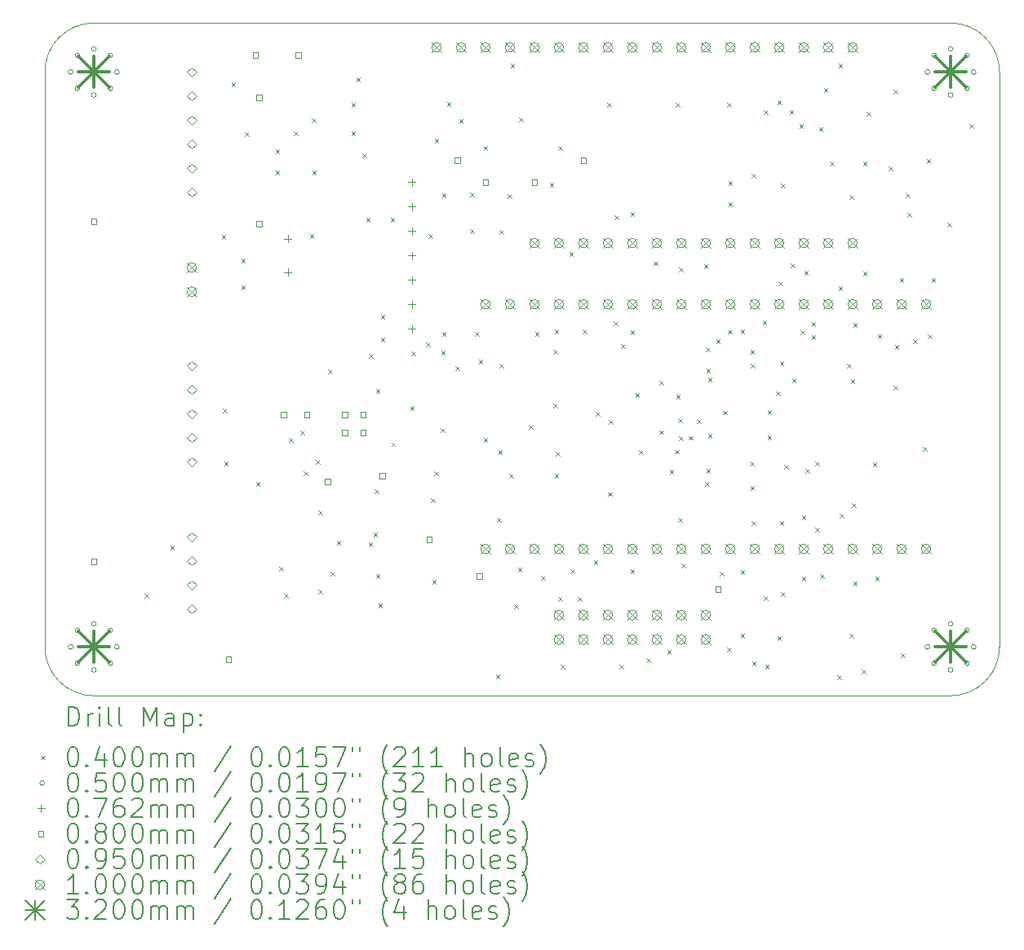
<source format=gbr>
%TF.GenerationSoftware,KiCad,Pcbnew,7.0.2*%
%TF.CreationDate,2023-05-16T20:39:32+02:00*%
%TF.ProjectId,IoT12 Control Board,496f5431-3220-4436-9f6e-74726f6c2042,V2.2*%
%TF.SameCoordinates,Original*%
%TF.FileFunction,Drillmap*%
%TF.FilePolarity,Positive*%
%FSLAX45Y45*%
G04 Gerber Fmt 4.5, Leading zero omitted, Abs format (unit mm)*
G04 Created by KiCad (PCBNEW 7.0.2) date 2023-05-16 20:39:32*
%MOMM*%
%LPD*%
G01*
G04 APERTURE LIST*
%ADD10C,0.050000*%
%ADD11C,0.200000*%
%ADD12C,0.040000*%
%ADD13C,0.076200*%
%ADD14C,0.080000*%
%ADD15C,0.095000*%
%ADD16C,0.100000*%
%ADD17C,0.320000*%
G04 APERTURE END LIST*
D10*
X9652000Y-12700000D02*
X9652000Y-6731000D01*
X10160000Y-6223000D02*
X19050000Y-6223000D01*
X19558000Y-6731000D02*
G75*
G03*
X19050000Y-6223000I-508000J0D01*
G01*
X19050000Y-13208000D02*
X10160000Y-13208000D01*
X9652000Y-12700000D02*
G75*
G03*
X10160000Y-13208000I508000J0D01*
G01*
X10160000Y-6223000D02*
G75*
G03*
X9652000Y-6731000I0J-508000D01*
G01*
X19050000Y-13208000D02*
G75*
G03*
X19558000Y-12700000I0J508000D01*
G01*
X19558000Y-6731000D02*
X19558000Y-12700000D01*
D11*
D12*
X10686100Y-12146600D02*
X10726100Y-12186600D01*
X10726100Y-12146600D02*
X10686100Y-12186600D01*
X10952800Y-11651300D02*
X10992800Y-11691300D01*
X10992800Y-11651300D02*
X10952800Y-11691300D01*
X11486200Y-8425500D02*
X11526200Y-8465500D01*
X11526200Y-8425500D02*
X11486200Y-8465500D01*
X11498900Y-10228900D02*
X11538900Y-10268900D01*
X11538900Y-10228900D02*
X11498900Y-10268900D01*
X11511600Y-10775000D02*
X11551600Y-10815000D01*
X11551600Y-10775000D02*
X11511600Y-10815000D01*
X11587800Y-6838000D02*
X11627800Y-6878000D01*
X11627800Y-6838000D02*
X11587800Y-6878000D01*
X11689400Y-8666800D02*
X11729400Y-8706800D01*
X11729400Y-8666800D02*
X11689400Y-8706800D01*
X11689400Y-8946200D02*
X11729400Y-8986200D01*
X11729400Y-8946200D02*
X11689400Y-8986200D01*
X11728352Y-7357847D02*
X11768352Y-7397847D01*
X11768352Y-7357847D02*
X11728352Y-7397847D01*
X11841800Y-10990900D02*
X11881800Y-11030900D01*
X11881800Y-10990900D02*
X11841800Y-11030900D01*
X12045000Y-7536500D02*
X12085000Y-7576500D01*
X12085000Y-7536500D02*
X12045000Y-7576500D01*
X12045000Y-7752400D02*
X12085000Y-7792400D01*
X12085000Y-7752400D02*
X12045000Y-7792400D01*
X12083100Y-11867200D02*
X12123100Y-11907200D01*
X12123100Y-11867200D02*
X12083100Y-11907200D01*
X12133900Y-12146600D02*
X12173900Y-12186600D01*
X12173900Y-12146600D02*
X12133900Y-12186600D01*
X12184700Y-10533700D02*
X12224700Y-10573700D01*
X12224700Y-10533700D02*
X12184700Y-10573700D01*
X12236297Y-7346797D02*
X12276297Y-7386797D01*
X12276297Y-7346797D02*
X12236297Y-7386797D01*
X12300600Y-10457500D02*
X12340600Y-10497500D01*
X12340600Y-10457500D02*
X12300600Y-10497500D01*
X12337100Y-10876600D02*
X12377100Y-10916600D01*
X12377100Y-10876600D02*
X12337100Y-10916600D01*
X12400600Y-8412800D02*
X12440600Y-8452800D01*
X12440600Y-8412800D02*
X12400600Y-8452800D01*
X12421300Y-7211000D02*
X12461300Y-7251000D01*
X12461300Y-7211000D02*
X12421300Y-7251000D01*
X12426000Y-7752400D02*
X12466000Y-7792400D01*
X12466000Y-7752400D02*
X12426000Y-7792400D01*
X12464100Y-10762300D02*
X12504100Y-10802300D01*
X12504100Y-10762300D02*
X12464100Y-10802300D01*
X12489500Y-11283000D02*
X12529500Y-11323000D01*
X12529500Y-11283000D02*
X12489500Y-11323000D01*
X12489500Y-12108500D02*
X12529500Y-12148500D01*
X12529500Y-12108500D02*
X12489500Y-12148500D01*
X12591100Y-9822500D02*
X12631100Y-9862500D01*
X12631100Y-9822500D02*
X12591100Y-9862500D01*
X12616500Y-11918000D02*
X12656500Y-11958000D01*
X12656500Y-11918000D02*
X12616500Y-11958000D01*
X12680000Y-11600500D02*
X12720000Y-11640500D01*
X12720000Y-11600500D02*
X12680000Y-11640500D01*
X12832400Y-7053900D02*
X12872400Y-7093900D01*
X12872400Y-7053900D02*
X12832400Y-7093900D01*
X12832400Y-7346000D02*
X12872400Y-7386000D01*
X12872400Y-7346000D02*
X12832400Y-7386000D01*
X12883200Y-6792950D02*
X12923200Y-6832950D01*
X12923200Y-6792950D02*
X12883200Y-6832950D01*
X12946700Y-7574600D02*
X12986700Y-7614600D01*
X12986700Y-7574600D02*
X12946700Y-7614600D01*
X12984800Y-8247700D02*
X13024800Y-8287700D01*
X13024800Y-8247700D02*
X12984800Y-8287700D01*
X13010200Y-11613200D02*
X13050200Y-11653200D01*
X13050200Y-11613200D02*
X13010200Y-11653200D01*
X13015550Y-9657400D02*
X13055550Y-9697400D01*
X13055550Y-9657400D02*
X13015550Y-9697400D01*
X13061000Y-11511600D02*
X13101000Y-11551600D01*
X13101000Y-11511600D02*
X13061000Y-11551600D01*
X13073700Y-11067100D02*
X13113700Y-11107100D01*
X13113700Y-11067100D02*
X13073700Y-11107100D01*
X13086400Y-10025700D02*
X13126400Y-10065700D01*
X13126400Y-10025700D02*
X13086400Y-10065700D01*
X13086400Y-11943400D02*
X13126400Y-11983400D01*
X13126400Y-11943400D02*
X13086400Y-11983400D01*
X13111800Y-12248200D02*
X13151800Y-12288200D01*
X13151800Y-12248200D02*
X13111800Y-12288200D01*
X13137200Y-9251000D02*
X13177200Y-9291000D01*
X13177200Y-9251000D02*
X13137200Y-9291000D01*
X13137200Y-9492300D02*
X13177200Y-9532300D01*
X13177200Y-9492300D02*
X13137200Y-9532300D01*
X13238800Y-8247700D02*
X13278800Y-8287700D01*
X13278800Y-8247700D02*
X13238800Y-8287700D01*
X13247521Y-10578750D02*
X13287521Y-10618750D01*
X13287521Y-10578750D02*
X13247521Y-10618750D01*
X13442000Y-10203500D02*
X13482000Y-10243500D01*
X13482000Y-10203500D02*
X13442000Y-10243500D01*
X13454700Y-9632000D02*
X13494700Y-9672000D01*
X13494700Y-9632000D02*
X13454700Y-9672000D01*
X13607100Y-9543100D02*
X13647100Y-9583100D01*
X13647100Y-9543100D02*
X13607100Y-9583100D01*
X13632500Y-8412800D02*
X13672500Y-8452800D01*
X13672500Y-8412800D02*
X13632500Y-8452800D01*
X13657900Y-11156000D02*
X13697900Y-11196000D01*
X13697900Y-11156000D02*
X13657900Y-11196000D01*
X13670600Y-12006900D02*
X13710600Y-12046900D01*
X13710600Y-12006900D02*
X13670600Y-12046900D01*
X13689050Y-10876600D02*
X13729050Y-10916600D01*
X13729050Y-10876600D02*
X13689050Y-10916600D01*
X13696000Y-7422200D02*
X13736000Y-7462200D01*
X13736000Y-7422200D02*
X13696000Y-7462200D01*
X13759500Y-10432100D02*
X13799500Y-10472100D01*
X13799500Y-10432100D02*
X13759500Y-10472100D01*
X13764101Y-9625050D02*
X13804101Y-9665050D01*
X13804101Y-9625050D02*
X13764101Y-9665050D01*
X13772200Y-7993700D02*
X13812200Y-8033700D01*
X13812200Y-7993700D02*
X13772200Y-8033700D01*
X13772200Y-9428800D02*
X13812200Y-9468800D01*
X13812200Y-9428800D02*
X13772200Y-9468800D01*
X13823000Y-7046950D02*
X13863000Y-7086950D01*
X13863000Y-7046950D02*
X13823000Y-7086950D01*
X13911900Y-9784400D02*
X13951900Y-9824400D01*
X13951900Y-9784400D02*
X13911900Y-9824400D01*
X13950000Y-7219000D02*
X13990000Y-7259000D01*
X13990000Y-7219000D02*
X13950000Y-7259000D01*
X14064300Y-7981000D02*
X14104300Y-8021000D01*
X14104300Y-7981000D02*
X14064300Y-8021000D01*
X14064300Y-8362000D02*
X14104300Y-8402000D01*
X14104300Y-8362000D02*
X14064300Y-8402000D01*
X14115100Y-9428800D02*
X14155100Y-9468800D01*
X14155100Y-9428800D02*
X14115100Y-9468800D01*
X14153200Y-9720900D02*
X14193200Y-9760900D01*
X14193200Y-9720900D02*
X14153200Y-9760900D01*
X14204000Y-7498400D02*
X14244000Y-7538400D01*
X14244000Y-7498400D02*
X14204000Y-7538400D01*
X14204000Y-10533700D02*
X14244000Y-10573700D01*
X14244000Y-10533700D02*
X14204000Y-10573700D01*
X14331000Y-12984800D02*
X14371000Y-13024800D01*
X14371000Y-12984800D02*
X14331000Y-13024800D01*
X14343700Y-11359200D02*
X14383700Y-11399200D01*
X14383700Y-11359200D02*
X14343700Y-11399200D01*
X14356400Y-10660700D02*
X14396400Y-10700700D01*
X14396400Y-10660700D02*
X14356400Y-10700700D01*
X14369100Y-8374700D02*
X14409100Y-8414700D01*
X14409100Y-8374700D02*
X14369100Y-8414700D01*
X14369100Y-9759000D02*
X14409100Y-9799000D01*
X14409100Y-9759000D02*
X14369100Y-9799000D01*
X14454272Y-8000650D02*
X14494272Y-8040650D01*
X14494272Y-8000650D02*
X14454272Y-8040650D01*
X14470700Y-10902000D02*
X14510700Y-10942000D01*
X14510700Y-10902000D02*
X14470700Y-10942000D01*
X14483400Y-6647500D02*
X14523400Y-6687500D01*
X14523400Y-6647500D02*
X14483400Y-6687500D01*
X14521500Y-12260900D02*
X14561500Y-12300900D01*
X14561500Y-12260900D02*
X14521500Y-12300900D01*
X14559600Y-11879900D02*
X14599600Y-11919900D01*
X14599600Y-11879900D02*
X14559600Y-11919900D01*
X14572300Y-7206300D02*
X14612300Y-7246300D01*
X14612300Y-7206300D02*
X14572300Y-7246300D01*
X14671200Y-10394000D02*
X14711200Y-10434000D01*
X14711200Y-10394000D02*
X14671200Y-10434000D01*
X14737400Y-9428800D02*
X14777400Y-9468800D01*
X14777400Y-9428800D02*
X14737400Y-9468800D01*
X14800900Y-11960450D02*
X14840900Y-12000450D01*
X14840900Y-11960450D02*
X14800900Y-12000450D01*
X14889800Y-7879400D02*
X14929800Y-7919400D01*
X14929800Y-7879400D02*
X14889800Y-7919400D01*
X14927900Y-9619300D02*
X14967900Y-9659300D01*
X14967900Y-9619300D02*
X14927900Y-9659300D01*
X14927900Y-10178100D02*
X14967900Y-10218100D01*
X14967900Y-10178100D02*
X14927900Y-10218100D01*
X14940600Y-9403400D02*
X14980600Y-9443400D01*
X14980600Y-9403400D02*
X14940600Y-9443400D01*
X14940600Y-10902000D02*
X14980600Y-10942000D01*
X14980600Y-10902000D02*
X14940600Y-10942000D01*
X14953300Y-10673400D02*
X14993300Y-10713400D01*
X14993300Y-10673400D02*
X14953300Y-10713400D01*
X14978700Y-7498400D02*
X15018700Y-7538400D01*
X15018700Y-7498400D02*
X14978700Y-7538400D01*
X14980875Y-12182525D02*
X15020875Y-12222525D01*
X15020875Y-12182525D02*
X14980875Y-12222525D01*
X15004100Y-12883200D02*
X15044100Y-12923200D01*
X15044100Y-12883200D02*
X15004100Y-12923200D01*
X15093000Y-8603300D02*
X15133000Y-8643300D01*
X15133000Y-8603300D02*
X15093000Y-8643300D01*
X15105700Y-11892600D02*
X15145700Y-11932600D01*
X15145700Y-11892600D02*
X15105700Y-11932600D01*
X15181900Y-12184700D02*
X15221900Y-12224700D01*
X15221900Y-12184700D02*
X15181900Y-12224700D01*
X15232700Y-9403400D02*
X15272700Y-9443400D01*
X15272700Y-9403400D02*
X15232700Y-9443400D01*
X15347000Y-11803700D02*
X15387000Y-11843700D01*
X15387000Y-11803700D02*
X15347000Y-11843700D01*
X15366199Y-10260050D02*
X15406199Y-10300050D01*
X15406199Y-10260050D02*
X15366199Y-10300050D01*
X15486700Y-7053900D02*
X15526700Y-7093900D01*
X15526700Y-7053900D02*
X15486700Y-7093900D01*
X15492675Y-11094500D02*
X15532675Y-11134500D01*
X15532675Y-11094500D02*
X15492675Y-11134500D01*
X15502100Y-10343200D02*
X15542100Y-10383200D01*
X15542100Y-10343200D02*
X15502100Y-10383200D01*
X15555752Y-9320053D02*
X15595752Y-9360053D01*
X15595752Y-9320053D02*
X15555752Y-9360053D01*
X15562900Y-8222300D02*
X15602900Y-8262300D01*
X15602900Y-8222300D02*
X15562900Y-8262300D01*
X15613700Y-12883200D02*
X15653700Y-12923200D01*
X15653700Y-12883200D02*
X15613700Y-12923200D01*
X15629450Y-9555800D02*
X15669450Y-9595800D01*
X15669450Y-9555800D02*
X15629450Y-9595800D01*
X15728000Y-8184200D02*
X15768000Y-8224200D01*
X15768000Y-8184200D02*
X15728000Y-8224200D01*
X15728000Y-9416100D02*
X15768000Y-9456100D01*
X15768000Y-9416100D02*
X15728000Y-9456100D01*
X15728000Y-11896500D02*
X15768000Y-11936500D01*
X15768000Y-11896500D02*
X15728000Y-11936500D01*
X15778800Y-10063800D02*
X15818800Y-10103800D01*
X15818800Y-10063800D02*
X15778800Y-10103800D01*
X15816900Y-10660700D02*
X15856900Y-10700700D01*
X15856900Y-10660700D02*
X15816900Y-10700700D01*
X15893100Y-12819700D02*
X15933100Y-12859700D01*
X15933100Y-12819700D02*
X15893100Y-12859700D01*
X15968662Y-8698700D02*
X16008662Y-8738700D01*
X16008662Y-8698700D02*
X15968662Y-8738700D01*
X16027050Y-9937128D02*
X16067050Y-9977128D01*
X16067050Y-9937128D02*
X16027050Y-9977128D01*
X16027050Y-10451863D02*
X16067050Y-10491863D01*
X16067050Y-10451863D02*
X16027050Y-10491863D01*
X16109000Y-12730800D02*
X16149000Y-12770800D01*
X16149000Y-12730800D02*
X16109000Y-12770800D01*
X16134400Y-10863900D02*
X16174400Y-10903900D01*
X16174400Y-10863900D02*
X16134400Y-10903900D01*
X16191550Y-10654350D02*
X16231550Y-10694350D01*
X16231550Y-10654350D02*
X16191550Y-10694350D01*
X16197900Y-7053900D02*
X16237900Y-7093900D01*
X16237900Y-7053900D02*
X16197900Y-7093900D01*
X16201873Y-10081100D02*
X16241873Y-10121100D01*
X16241873Y-10081100D02*
X16201873Y-10121100D01*
X16223300Y-10330500D02*
X16263300Y-10370500D01*
X16263300Y-10330500D02*
X16223300Y-10370500D01*
X16223300Y-11359200D02*
X16263300Y-11399200D01*
X16263300Y-11359200D02*
X16223300Y-11399200D01*
X16230447Y-10513853D02*
X16270447Y-10553853D01*
X16270447Y-10513853D02*
X16230447Y-10553853D01*
X16233884Y-8762650D02*
X16273884Y-8802650D01*
X16273884Y-8762650D02*
X16233884Y-8802650D01*
X16255244Y-11833661D02*
X16295244Y-11873661D01*
X16295244Y-11833661D02*
X16255244Y-11873661D01*
X16334000Y-10511900D02*
X16374000Y-10551900D01*
X16374000Y-10511900D02*
X16334000Y-10551900D01*
X16420050Y-10337450D02*
X16460050Y-10377450D01*
X16460050Y-10337450D02*
X16420050Y-10377450D01*
X16490000Y-8730300D02*
X16530000Y-8770300D01*
X16530000Y-8730300D02*
X16490000Y-8770300D01*
X16502700Y-10990900D02*
X16542700Y-11030900D01*
X16542700Y-10990900D02*
X16502700Y-11030900D01*
X16512700Y-9593900D02*
X16552700Y-9633900D01*
X16552700Y-9593900D02*
X16512700Y-9633900D01*
X16515400Y-9809800D02*
X16555400Y-9849800D01*
X16555400Y-9809800D02*
X16515400Y-9849800D01*
X16515400Y-10851200D02*
X16555400Y-10891200D01*
X16555400Y-10851200D02*
X16515400Y-10891200D01*
X16533124Y-10490600D02*
X16573124Y-10530600D01*
X16573124Y-10490600D02*
X16533124Y-10530600D01*
X16533285Y-9908137D02*
X16573285Y-9948137D01*
X16573285Y-9908137D02*
X16533285Y-9948137D01*
X16617000Y-9505000D02*
X16657000Y-9545000D01*
X16657000Y-9505000D02*
X16617000Y-9545000D01*
X16655100Y-11918000D02*
X16695100Y-11958000D01*
X16695100Y-11918000D02*
X16655100Y-11958000D01*
X16691533Y-10248550D02*
X16731533Y-10288550D01*
X16731533Y-10248550D02*
X16691533Y-10288550D01*
X16731300Y-7053900D02*
X16771300Y-7093900D01*
X16771300Y-7053900D02*
X16731300Y-7093900D01*
X16731300Y-12705400D02*
X16771300Y-12745400D01*
X16771300Y-12705400D02*
X16731300Y-12745400D01*
X16739454Y-9411239D02*
X16779454Y-9451239D01*
X16779454Y-9411239D02*
X16739454Y-9451239D01*
X16744000Y-7866700D02*
X16784000Y-7906700D01*
X16784000Y-7866700D02*
X16744000Y-7906700D01*
X16744000Y-8082600D02*
X16784000Y-8122600D01*
X16784000Y-8082600D02*
X16744000Y-8122600D01*
X16871000Y-9403400D02*
X16911000Y-9443400D01*
X16911000Y-9403400D02*
X16871000Y-9443400D01*
X16871000Y-11905300D02*
X16911000Y-11945300D01*
X16911000Y-11905300D02*
X16871000Y-11945300D01*
X16871000Y-12565700D02*
X16911000Y-12605700D01*
X16911000Y-12565700D02*
X16871000Y-12605700D01*
X16966850Y-10776975D02*
X17006850Y-10816975D01*
X17006850Y-10776975D02*
X16966850Y-10816975D01*
X16972626Y-11033820D02*
X17012626Y-11073820D01*
X17012626Y-11033820D02*
X16972626Y-11073820D01*
X16973574Y-9615587D02*
X17013574Y-9655587D01*
X17013574Y-9615587D02*
X16973574Y-9655587D01*
X16975300Y-9759000D02*
X17015300Y-9799000D01*
X17015300Y-9759000D02*
X16975300Y-9799000D01*
X16985300Y-7790500D02*
X17025300Y-7830500D01*
X17025300Y-7790500D02*
X16985300Y-7830500D01*
X16985300Y-11397300D02*
X17025300Y-11437300D01*
X17025300Y-11397300D02*
X16985300Y-11437300D01*
X16990434Y-12850850D02*
X17030434Y-12890850D01*
X17030434Y-12850850D02*
X16990434Y-12890850D01*
X17099600Y-9314500D02*
X17139600Y-9354500D01*
X17139600Y-9314500D02*
X17099600Y-9354500D01*
X17112300Y-7130100D02*
X17152300Y-7170100D01*
X17152300Y-7130100D02*
X17112300Y-7170100D01*
X17112300Y-12172000D02*
X17152300Y-12212000D01*
X17152300Y-12172000D02*
X17112300Y-12212000D01*
X17125000Y-12883200D02*
X17165000Y-12923200D01*
X17165000Y-12883200D02*
X17125000Y-12923200D01*
X17150400Y-10241600D02*
X17190400Y-10281600D01*
X17190400Y-10241600D02*
X17150400Y-10281600D01*
X17150400Y-10508300D02*
X17190400Y-10548300D01*
X17190400Y-10508300D02*
X17150400Y-10548300D01*
X17236600Y-10051100D02*
X17276600Y-10091100D01*
X17276600Y-10051100D02*
X17236600Y-10091100D01*
X17252000Y-7028500D02*
X17292000Y-7068500D01*
X17292000Y-7028500D02*
X17252000Y-7068500D01*
X17252000Y-12591100D02*
X17292000Y-12631100D01*
X17292000Y-12591100D02*
X17252000Y-12631100D01*
X17264700Y-8908100D02*
X17304700Y-8948100D01*
X17304700Y-8908100D02*
X17264700Y-8948100D01*
X17276848Y-9735748D02*
X17316848Y-9775748D01*
X17316848Y-9735748D02*
X17276848Y-9775748D01*
X17277400Y-11397300D02*
X17317400Y-11437300D01*
X17317400Y-11397300D02*
X17277400Y-11437300D01*
X17290100Y-7892100D02*
X17330100Y-7932100D01*
X17330100Y-7892100D02*
X17290100Y-7932100D01*
X17290100Y-12133900D02*
X17330100Y-12173900D01*
X17330100Y-12133900D02*
X17290100Y-12173900D01*
X17325500Y-10813100D02*
X17365500Y-10853100D01*
X17365500Y-10813100D02*
X17325500Y-10853100D01*
X17379000Y-7130100D02*
X17419000Y-7170100D01*
X17419000Y-7130100D02*
X17379000Y-7170100D01*
X17391700Y-8717600D02*
X17431700Y-8757600D01*
X17431700Y-8717600D02*
X17391700Y-8757600D01*
X17404400Y-9911400D02*
X17444400Y-9951400D01*
X17444400Y-9911400D02*
X17404400Y-9951400D01*
X17480600Y-7269800D02*
X17520600Y-7309800D01*
X17520600Y-7269800D02*
X17480600Y-7309800D01*
X17493300Y-9416100D02*
X17533300Y-9456100D01*
X17533300Y-9416100D02*
X17493300Y-9456100D01*
X17506000Y-11333800D02*
X17546000Y-11373800D01*
X17546000Y-11333800D02*
X17506000Y-11373800D01*
X17506000Y-11968800D02*
X17546000Y-12008800D01*
X17546000Y-11968800D02*
X17506000Y-12008800D01*
X17531400Y-8793800D02*
X17571400Y-8833800D01*
X17571400Y-8793800D02*
X17531400Y-8833800D01*
X17544100Y-10851200D02*
X17584100Y-10891200D01*
X17584100Y-10851200D02*
X17544100Y-10891200D01*
X17607600Y-9327200D02*
X17647600Y-9367200D01*
X17647600Y-9327200D02*
X17607600Y-9367200D01*
X17607600Y-9466900D02*
X17647600Y-9506900D01*
X17647600Y-9466900D02*
X17607600Y-9506900D01*
X17645700Y-10775000D02*
X17685700Y-10815000D01*
X17685700Y-10775000D02*
X17645700Y-10815000D01*
X17645700Y-11460800D02*
X17685700Y-11500800D01*
X17685700Y-11460800D02*
X17645700Y-11500800D01*
X17683800Y-7307900D02*
X17723800Y-7347900D01*
X17723800Y-7307900D02*
X17683800Y-7347900D01*
X17696500Y-11943400D02*
X17736500Y-11983400D01*
X17736500Y-11943400D02*
X17696500Y-11983400D01*
X17734600Y-6898550D02*
X17774600Y-6938550D01*
X17774600Y-6898550D02*
X17734600Y-6938550D01*
X17798100Y-7663500D02*
X17838100Y-7703500D01*
X17838100Y-7663500D02*
X17798100Y-7703500D01*
X17874300Y-12997500D02*
X17914300Y-13037500D01*
X17914300Y-12997500D02*
X17874300Y-13037500D01*
X17887000Y-6647500D02*
X17927000Y-6687500D01*
X17927000Y-6647500D02*
X17887000Y-6687500D01*
X17887000Y-8958900D02*
X17927000Y-8998900D01*
X17927000Y-8958900D02*
X17887000Y-8998900D01*
X17899700Y-11321100D02*
X17939700Y-11361100D01*
X17939700Y-11321100D02*
X17899700Y-11361100D01*
X17975900Y-9759000D02*
X18015900Y-9799000D01*
X18015900Y-9759000D02*
X17975900Y-9799000D01*
X18001300Y-8006400D02*
X18041300Y-8046400D01*
X18041300Y-8006400D02*
X18001300Y-8046400D01*
X18001300Y-12565700D02*
X18041300Y-12605700D01*
X18041300Y-12565700D02*
X18001300Y-12605700D01*
X18014000Y-9924100D02*
X18054000Y-9964100D01*
X18054000Y-9924100D02*
X18014000Y-9964100D01*
X18026700Y-11206800D02*
X18066700Y-11246800D01*
X18066700Y-11206800D02*
X18026700Y-11246800D01*
X18039400Y-9339900D02*
X18079400Y-9379900D01*
X18079400Y-9339900D02*
X18039400Y-9379900D01*
X18039400Y-12019600D02*
X18079400Y-12059600D01*
X18079400Y-12019600D02*
X18039400Y-12059600D01*
X18128300Y-12934000D02*
X18168300Y-12974000D01*
X18168300Y-12934000D02*
X18128300Y-12974000D01*
X18141000Y-8806500D02*
X18181000Y-8846500D01*
X18181000Y-8806500D02*
X18141000Y-8846500D01*
X18141089Y-7663500D02*
X18181089Y-7703500D01*
X18181089Y-7663500D02*
X18141089Y-7703500D01*
X18179100Y-7142800D02*
X18219100Y-7182800D01*
X18219100Y-7142800D02*
X18179100Y-7182800D01*
X18242600Y-10787700D02*
X18282600Y-10827700D01*
X18282600Y-10787700D02*
X18242600Y-10827700D01*
X18268000Y-11968800D02*
X18308000Y-12008800D01*
X18308000Y-11968800D02*
X18268000Y-12008800D01*
X18293400Y-9454200D02*
X18333400Y-9494200D01*
X18333400Y-9454200D02*
X18293400Y-9494200D01*
X18407700Y-7714300D02*
X18447700Y-7754300D01*
X18447700Y-7714300D02*
X18407700Y-7754300D01*
X18458500Y-6914200D02*
X18498500Y-6954200D01*
X18498500Y-6914200D02*
X18458500Y-6954200D01*
X18458500Y-9987600D02*
X18498500Y-10027600D01*
X18498500Y-9987600D02*
X18458500Y-10027600D01*
X18471200Y-9568500D02*
X18511200Y-9608500D01*
X18511200Y-9568500D02*
X18471200Y-9608500D01*
X18522000Y-8870000D02*
X18562000Y-8910000D01*
X18562000Y-8870000D02*
X18522000Y-8910000D01*
X18534700Y-12768900D02*
X18574700Y-12808900D01*
X18574700Y-12768900D02*
X18534700Y-12808900D01*
X18585500Y-7993700D02*
X18625500Y-8033700D01*
X18625500Y-7993700D02*
X18585500Y-8033700D01*
X18603476Y-8195362D02*
X18643476Y-8235362D01*
X18643476Y-8195362D02*
X18603476Y-8235362D01*
X18661700Y-9505000D02*
X18701700Y-9545000D01*
X18701700Y-9505000D02*
X18661700Y-9545000D01*
X18763300Y-10622600D02*
X18803300Y-10662600D01*
X18803300Y-10622600D02*
X18763300Y-10662600D01*
X18801400Y-7638100D02*
X18841400Y-7678100D01*
X18841400Y-7638100D02*
X18801400Y-7678100D01*
X18814100Y-9454200D02*
X18854100Y-9494200D01*
X18854100Y-9454200D02*
X18814100Y-9494200D01*
X18852200Y-8870000D02*
X18892200Y-8910000D01*
X18892200Y-8870000D02*
X18852200Y-8910000D01*
X19017300Y-8298500D02*
X19057300Y-8338500D01*
X19057300Y-8298500D02*
X19017300Y-8338500D01*
X19245900Y-7269800D02*
X19285900Y-7309800D01*
X19285900Y-7269800D02*
X19245900Y-7309800D01*
D10*
X9945000Y-6731000D02*
G75*
G03*
X9945000Y-6731000I-25000J0D01*
G01*
X9945000Y-12700000D02*
G75*
G03*
X9945000Y-12700000I-25000J0D01*
G01*
X10015294Y-6561294D02*
G75*
G03*
X10015294Y-6561294I-25000J0D01*
G01*
X10015294Y-6900706D02*
G75*
G03*
X10015294Y-6900706I-25000J0D01*
G01*
X10015294Y-12530294D02*
G75*
G03*
X10015294Y-12530294I-25000J0D01*
G01*
X10015294Y-12869706D02*
G75*
G03*
X10015294Y-12869706I-25000J0D01*
G01*
X10185000Y-6491000D02*
G75*
G03*
X10185000Y-6491000I-25000J0D01*
G01*
X10185000Y-6971000D02*
G75*
G03*
X10185000Y-6971000I-25000J0D01*
G01*
X10185000Y-12460000D02*
G75*
G03*
X10185000Y-12460000I-25000J0D01*
G01*
X10185000Y-12940000D02*
G75*
G03*
X10185000Y-12940000I-25000J0D01*
G01*
X10354706Y-6561294D02*
G75*
G03*
X10354706Y-6561294I-25000J0D01*
G01*
X10354706Y-6900706D02*
G75*
G03*
X10354706Y-6900706I-25000J0D01*
G01*
X10354706Y-12530294D02*
G75*
G03*
X10354706Y-12530294I-25000J0D01*
G01*
X10354706Y-12869706D02*
G75*
G03*
X10354706Y-12869706I-25000J0D01*
G01*
X10425000Y-6731000D02*
G75*
G03*
X10425000Y-6731000I-25000J0D01*
G01*
X10425000Y-12700000D02*
G75*
G03*
X10425000Y-12700000I-25000J0D01*
G01*
X18835000Y-6731000D02*
G75*
G03*
X18835000Y-6731000I-25000J0D01*
G01*
X18835000Y-12700000D02*
G75*
G03*
X18835000Y-12700000I-25000J0D01*
G01*
X18905294Y-6561294D02*
G75*
G03*
X18905294Y-6561294I-25000J0D01*
G01*
X18905294Y-6900706D02*
G75*
G03*
X18905294Y-6900706I-25000J0D01*
G01*
X18905294Y-12530294D02*
G75*
G03*
X18905294Y-12530294I-25000J0D01*
G01*
X18905294Y-12869706D02*
G75*
G03*
X18905294Y-12869706I-25000J0D01*
G01*
X19075000Y-6491000D02*
G75*
G03*
X19075000Y-6491000I-25000J0D01*
G01*
X19075000Y-6971000D02*
G75*
G03*
X19075000Y-6971000I-25000J0D01*
G01*
X19075000Y-12460000D02*
G75*
G03*
X19075000Y-12460000I-25000J0D01*
G01*
X19075000Y-12940000D02*
G75*
G03*
X19075000Y-12940000I-25000J0D01*
G01*
X19244706Y-6561294D02*
G75*
G03*
X19244706Y-6561294I-25000J0D01*
G01*
X19244706Y-6900706D02*
G75*
G03*
X19244706Y-6900706I-25000J0D01*
G01*
X19244706Y-12530294D02*
G75*
G03*
X19244706Y-12530294I-25000J0D01*
G01*
X19244706Y-12869706D02*
G75*
G03*
X19244706Y-12869706I-25000J0D01*
G01*
X19315000Y-6731000D02*
G75*
G03*
X19315000Y-6731000I-25000J0D01*
G01*
X19315000Y-12700000D02*
G75*
G03*
X19315000Y-12700000I-25000J0D01*
G01*
D13*
X12175000Y-8422900D02*
X12175000Y-8499100D01*
X12136900Y-8461000D02*
X12213100Y-8461000D01*
X12175000Y-8772900D02*
X12175000Y-8849100D01*
X12136900Y-8811000D02*
X12213100Y-8811000D01*
X13462000Y-7835900D02*
X13462000Y-7912100D01*
X13423900Y-7874000D02*
X13500100Y-7874000D01*
X13462000Y-8089900D02*
X13462000Y-8166100D01*
X13423900Y-8128000D02*
X13500100Y-8128000D01*
X13462000Y-8343900D02*
X13462000Y-8420100D01*
X13423900Y-8382000D02*
X13500100Y-8382000D01*
X13462000Y-8597900D02*
X13462000Y-8674100D01*
X13423900Y-8636000D02*
X13500100Y-8636000D01*
X13462000Y-8851900D02*
X13462000Y-8928100D01*
X13423900Y-8890000D02*
X13500100Y-8890000D01*
X13462000Y-9105900D02*
X13462000Y-9182100D01*
X13423900Y-9144000D02*
X13500100Y-9144000D01*
X13462000Y-9359900D02*
X13462000Y-9436100D01*
X13423900Y-9398000D02*
X13500100Y-9398000D01*
D14*
X10188285Y-8308684D02*
X10188285Y-8252115D01*
X10131716Y-8252115D01*
X10131716Y-8308684D01*
X10188285Y-8308684D01*
X10188285Y-11839284D02*
X10188285Y-11782715D01*
X10131716Y-11782715D01*
X10131716Y-11839284D01*
X10188285Y-11839284D01*
X11585284Y-12855284D02*
X11585284Y-12798715D01*
X11528715Y-12798715D01*
X11528715Y-12855284D01*
X11585284Y-12855284D01*
X11864684Y-6581484D02*
X11864684Y-6524915D01*
X11808115Y-6524915D01*
X11808115Y-6581484D01*
X11864684Y-6581484D01*
X11902784Y-7025984D02*
X11902784Y-6969415D01*
X11846215Y-6969415D01*
X11846215Y-7025984D01*
X11902784Y-7025984D01*
X11902784Y-8334084D02*
X11902784Y-8277515D01*
X11846215Y-8277515D01*
X11846215Y-8334084D01*
X11902784Y-8334084D01*
X12156784Y-10315285D02*
X12156784Y-10258716D01*
X12100215Y-10258716D01*
X12100215Y-10315285D01*
X12156784Y-10315285D01*
X12309184Y-6581484D02*
X12309184Y-6524915D01*
X12252615Y-6524915D01*
X12252615Y-6581484D01*
X12309184Y-6581484D01*
X12398084Y-10315285D02*
X12398084Y-10258716D01*
X12341515Y-10258716D01*
X12341515Y-10315285D01*
X12398084Y-10315285D01*
X12613984Y-11013785D02*
X12613984Y-10957216D01*
X12557415Y-10957216D01*
X12557415Y-11013785D01*
X12613984Y-11013785D01*
X12791784Y-10315285D02*
X12791784Y-10258716D01*
X12735215Y-10258716D01*
X12735215Y-10315285D01*
X12791784Y-10315285D01*
X12791784Y-10505785D02*
X12791784Y-10449216D01*
X12735215Y-10449216D01*
X12735215Y-10505785D01*
X12791784Y-10505785D01*
X12982284Y-10315285D02*
X12982284Y-10258716D01*
X12925715Y-10258716D01*
X12925715Y-10315285D01*
X12982284Y-10315285D01*
X12982284Y-10505785D02*
X12982284Y-10449216D01*
X12925715Y-10449216D01*
X12925715Y-10505785D01*
X12982284Y-10505785D01*
X13182681Y-10955335D02*
X13182681Y-10898766D01*
X13126112Y-10898766D01*
X13126112Y-10955335D01*
X13182681Y-10955335D01*
X13668084Y-11610684D02*
X13668084Y-11554115D01*
X13611515Y-11554115D01*
X13611515Y-11610684D01*
X13668084Y-11610684D01*
X13960184Y-7673684D02*
X13960184Y-7617115D01*
X13903615Y-7617115D01*
X13903615Y-7673684D01*
X13960184Y-7673684D01*
X14188784Y-11991684D02*
X14188784Y-11935115D01*
X14132215Y-11935115D01*
X14132215Y-11991684D01*
X14188784Y-11991684D01*
X14252284Y-7902284D02*
X14252284Y-7845715D01*
X14195715Y-7845715D01*
X14195715Y-7902284D01*
X14252284Y-7902284D01*
X14760284Y-7902284D02*
X14760284Y-7845715D01*
X14703715Y-7845715D01*
X14703715Y-7902284D01*
X14760284Y-7902284D01*
X15268284Y-7673684D02*
X15268284Y-7617115D01*
X15211715Y-7617115D01*
X15211715Y-7673684D01*
X15268284Y-7673684D01*
X16665284Y-12131384D02*
X16665284Y-12074815D01*
X16608715Y-12074815D01*
X16608715Y-12131384D01*
X16665284Y-12131384D01*
D15*
X11176000Y-6778500D02*
X11223500Y-6731000D01*
X11176000Y-6683500D01*
X11128500Y-6731000D01*
X11176000Y-6778500D01*
X11176000Y-7028500D02*
X11223500Y-6981000D01*
X11176000Y-6933500D01*
X11128500Y-6981000D01*
X11176000Y-7028500D01*
X11176000Y-7278500D02*
X11223500Y-7231000D01*
X11176000Y-7183500D01*
X11128500Y-7231000D01*
X11176000Y-7278500D01*
X11176000Y-7528500D02*
X11223500Y-7481000D01*
X11176000Y-7433500D01*
X11128500Y-7481000D01*
X11176000Y-7528500D01*
X11176000Y-7778500D02*
X11223500Y-7731000D01*
X11176000Y-7683500D01*
X11128500Y-7731000D01*
X11176000Y-7778500D01*
X11176000Y-8028500D02*
X11223500Y-7981000D01*
X11176000Y-7933500D01*
X11128500Y-7981000D01*
X11176000Y-8028500D01*
X11176000Y-9826500D02*
X11223500Y-9779000D01*
X11176000Y-9731500D01*
X11128500Y-9779000D01*
X11176000Y-9826500D01*
X11176000Y-10076500D02*
X11223500Y-10029000D01*
X11176000Y-9981500D01*
X11128500Y-10029000D01*
X11176000Y-10076500D01*
X11176000Y-10326500D02*
X11223500Y-10279000D01*
X11176000Y-10231500D01*
X11128500Y-10279000D01*
X11176000Y-10326500D01*
X11176000Y-10576500D02*
X11223500Y-10529000D01*
X11176000Y-10481500D01*
X11128500Y-10529000D01*
X11176000Y-10576500D01*
X11176000Y-10826500D02*
X11223500Y-10779000D01*
X11176000Y-10731500D01*
X11128500Y-10779000D01*
X11176000Y-10826500D01*
X11176000Y-11604500D02*
X11223500Y-11557000D01*
X11176000Y-11509500D01*
X11128500Y-11557000D01*
X11176000Y-11604500D01*
X11176000Y-11854500D02*
X11223500Y-11807000D01*
X11176000Y-11759500D01*
X11128500Y-11807000D01*
X11176000Y-11854500D01*
X11176000Y-12104500D02*
X11223500Y-12057000D01*
X11176000Y-12009500D01*
X11128500Y-12057000D01*
X11176000Y-12104500D01*
X11176000Y-12354500D02*
X11223500Y-12307000D01*
X11176000Y-12259500D01*
X11128500Y-12307000D01*
X11176000Y-12354500D01*
D16*
X11126000Y-8713000D02*
X11226000Y-8813000D01*
X11226000Y-8713000D02*
X11126000Y-8813000D01*
X11226000Y-8763000D02*
G75*
G03*
X11226000Y-8763000I-50000J0D01*
G01*
X11126000Y-8963000D02*
X11226000Y-9063000D01*
X11226000Y-8963000D02*
X11126000Y-9063000D01*
X11226000Y-9013000D02*
G75*
G03*
X11226000Y-9013000I-50000J0D01*
G01*
X13666000Y-6427000D02*
X13766000Y-6527000D01*
X13766000Y-6427000D02*
X13666000Y-6527000D01*
X13766000Y-6477000D02*
G75*
G03*
X13766000Y-6477000I-50000J0D01*
G01*
X13920000Y-6427000D02*
X14020000Y-6527000D01*
X14020000Y-6427000D02*
X13920000Y-6527000D01*
X14020000Y-6477000D02*
G75*
G03*
X14020000Y-6477000I-50000J0D01*
G01*
X14174000Y-6427000D02*
X14274000Y-6527000D01*
X14274000Y-6427000D02*
X14174000Y-6527000D01*
X14274000Y-6477000D02*
G75*
G03*
X14274000Y-6477000I-50000J0D01*
G01*
X14174000Y-9094000D02*
X14274000Y-9194000D01*
X14274000Y-9094000D02*
X14174000Y-9194000D01*
X14274000Y-9144000D02*
G75*
G03*
X14274000Y-9144000I-50000J0D01*
G01*
X14174000Y-11634000D02*
X14274000Y-11734000D01*
X14274000Y-11634000D02*
X14174000Y-11734000D01*
X14274000Y-11684000D02*
G75*
G03*
X14274000Y-11684000I-50000J0D01*
G01*
X14428000Y-6427000D02*
X14528000Y-6527000D01*
X14528000Y-6427000D02*
X14428000Y-6527000D01*
X14528000Y-6477000D02*
G75*
G03*
X14528000Y-6477000I-50000J0D01*
G01*
X14428000Y-9094000D02*
X14528000Y-9194000D01*
X14528000Y-9094000D02*
X14428000Y-9194000D01*
X14528000Y-9144000D02*
G75*
G03*
X14528000Y-9144000I-50000J0D01*
G01*
X14428000Y-11634000D02*
X14528000Y-11734000D01*
X14528000Y-11634000D02*
X14428000Y-11734000D01*
X14528000Y-11684000D02*
G75*
G03*
X14528000Y-11684000I-50000J0D01*
G01*
X14682000Y-6427000D02*
X14782000Y-6527000D01*
X14782000Y-6427000D02*
X14682000Y-6527000D01*
X14782000Y-6477000D02*
G75*
G03*
X14782000Y-6477000I-50000J0D01*
G01*
X14682000Y-8459000D02*
X14782000Y-8559000D01*
X14782000Y-8459000D02*
X14682000Y-8559000D01*
X14782000Y-8509000D02*
G75*
G03*
X14782000Y-8509000I-50000J0D01*
G01*
X14682000Y-9094000D02*
X14782000Y-9194000D01*
X14782000Y-9094000D02*
X14682000Y-9194000D01*
X14782000Y-9144000D02*
G75*
G03*
X14782000Y-9144000I-50000J0D01*
G01*
X14682000Y-11634000D02*
X14782000Y-11734000D01*
X14782000Y-11634000D02*
X14682000Y-11734000D01*
X14782000Y-11684000D02*
G75*
G03*
X14782000Y-11684000I-50000J0D01*
G01*
X14936000Y-6427000D02*
X15036000Y-6527000D01*
X15036000Y-6427000D02*
X14936000Y-6527000D01*
X15036000Y-6477000D02*
G75*
G03*
X15036000Y-6477000I-50000J0D01*
G01*
X14936000Y-8459000D02*
X15036000Y-8559000D01*
X15036000Y-8459000D02*
X14936000Y-8559000D01*
X15036000Y-8509000D02*
G75*
G03*
X15036000Y-8509000I-50000J0D01*
G01*
X14936000Y-9094000D02*
X15036000Y-9194000D01*
X15036000Y-9094000D02*
X14936000Y-9194000D01*
X15036000Y-9144000D02*
G75*
G03*
X15036000Y-9144000I-50000J0D01*
G01*
X14936000Y-11634000D02*
X15036000Y-11734000D01*
X15036000Y-11634000D02*
X14936000Y-11734000D01*
X15036000Y-11684000D02*
G75*
G03*
X15036000Y-11684000I-50000J0D01*
G01*
X14936000Y-12320750D02*
X15036000Y-12420750D01*
X15036000Y-12320750D02*
X14936000Y-12420750D01*
X15036000Y-12370750D02*
G75*
G03*
X15036000Y-12370750I-50000J0D01*
G01*
X14936000Y-12574750D02*
X15036000Y-12674750D01*
X15036000Y-12574750D02*
X14936000Y-12674750D01*
X15036000Y-12624750D02*
G75*
G03*
X15036000Y-12624750I-50000J0D01*
G01*
X15190000Y-6427000D02*
X15290000Y-6527000D01*
X15290000Y-6427000D02*
X15190000Y-6527000D01*
X15290000Y-6477000D02*
G75*
G03*
X15290000Y-6477000I-50000J0D01*
G01*
X15190000Y-8459000D02*
X15290000Y-8559000D01*
X15290000Y-8459000D02*
X15190000Y-8559000D01*
X15290000Y-8509000D02*
G75*
G03*
X15290000Y-8509000I-50000J0D01*
G01*
X15190000Y-9094000D02*
X15290000Y-9194000D01*
X15290000Y-9094000D02*
X15190000Y-9194000D01*
X15290000Y-9144000D02*
G75*
G03*
X15290000Y-9144000I-50000J0D01*
G01*
X15190000Y-11634000D02*
X15290000Y-11734000D01*
X15290000Y-11634000D02*
X15190000Y-11734000D01*
X15290000Y-11684000D02*
G75*
G03*
X15290000Y-11684000I-50000J0D01*
G01*
X15190000Y-12320750D02*
X15290000Y-12420750D01*
X15290000Y-12320750D02*
X15190000Y-12420750D01*
X15290000Y-12370750D02*
G75*
G03*
X15290000Y-12370750I-50000J0D01*
G01*
X15190000Y-12574750D02*
X15290000Y-12674750D01*
X15290000Y-12574750D02*
X15190000Y-12674750D01*
X15290000Y-12624750D02*
G75*
G03*
X15290000Y-12624750I-50000J0D01*
G01*
X15444000Y-6427000D02*
X15544000Y-6527000D01*
X15544000Y-6427000D02*
X15444000Y-6527000D01*
X15544000Y-6477000D02*
G75*
G03*
X15544000Y-6477000I-50000J0D01*
G01*
X15444000Y-8459000D02*
X15544000Y-8559000D01*
X15544000Y-8459000D02*
X15444000Y-8559000D01*
X15544000Y-8509000D02*
G75*
G03*
X15544000Y-8509000I-50000J0D01*
G01*
X15444000Y-9094000D02*
X15544000Y-9194000D01*
X15544000Y-9094000D02*
X15444000Y-9194000D01*
X15544000Y-9144000D02*
G75*
G03*
X15544000Y-9144000I-50000J0D01*
G01*
X15444000Y-11634000D02*
X15544000Y-11734000D01*
X15544000Y-11634000D02*
X15444000Y-11734000D01*
X15544000Y-11684000D02*
G75*
G03*
X15544000Y-11684000I-50000J0D01*
G01*
X15444000Y-12320750D02*
X15544000Y-12420750D01*
X15544000Y-12320750D02*
X15444000Y-12420750D01*
X15544000Y-12370750D02*
G75*
G03*
X15544000Y-12370750I-50000J0D01*
G01*
X15444000Y-12574750D02*
X15544000Y-12674750D01*
X15544000Y-12574750D02*
X15444000Y-12674750D01*
X15544000Y-12624750D02*
G75*
G03*
X15544000Y-12624750I-50000J0D01*
G01*
X15698000Y-6427000D02*
X15798000Y-6527000D01*
X15798000Y-6427000D02*
X15698000Y-6527000D01*
X15798000Y-6477000D02*
G75*
G03*
X15798000Y-6477000I-50000J0D01*
G01*
X15698000Y-8459000D02*
X15798000Y-8559000D01*
X15798000Y-8459000D02*
X15698000Y-8559000D01*
X15798000Y-8509000D02*
G75*
G03*
X15798000Y-8509000I-50000J0D01*
G01*
X15698000Y-9094000D02*
X15798000Y-9194000D01*
X15798000Y-9094000D02*
X15698000Y-9194000D01*
X15798000Y-9144000D02*
G75*
G03*
X15798000Y-9144000I-50000J0D01*
G01*
X15698000Y-11634000D02*
X15798000Y-11734000D01*
X15798000Y-11634000D02*
X15698000Y-11734000D01*
X15798000Y-11684000D02*
G75*
G03*
X15798000Y-11684000I-50000J0D01*
G01*
X15698000Y-12320750D02*
X15798000Y-12420750D01*
X15798000Y-12320750D02*
X15698000Y-12420750D01*
X15798000Y-12370750D02*
G75*
G03*
X15798000Y-12370750I-50000J0D01*
G01*
X15698000Y-12574750D02*
X15798000Y-12674750D01*
X15798000Y-12574750D02*
X15698000Y-12674750D01*
X15798000Y-12624750D02*
G75*
G03*
X15798000Y-12624750I-50000J0D01*
G01*
X15952000Y-6427000D02*
X16052000Y-6527000D01*
X16052000Y-6427000D02*
X15952000Y-6527000D01*
X16052000Y-6477000D02*
G75*
G03*
X16052000Y-6477000I-50000J0D01*
G01*
X15952000Y-8459000D02*
X16052000Y-8559000D01*
X16052000Y-8459000D02*
X15952000Y-8559000D01*
X16052000Y-8509000D02*
G75*
G03*
X16052000Y-8509000I-50000J0D01*
G01*
X15952000Y-9094000D02*
X16052000Y-9194000D01*
X16052000Y-9094000D02*
X15952000Y-9194000D01*
X16052000Y-9144000D02*
G75*
G03*
X16052000Y-9144000I-50000J0D01*
G01*
X15952000Y-11634000D02*
X16052000Y-11734000D01*
X16052000Y-11634000D02*
X15952000Y-11734000D01*
X16052000Y-11684000D02*
G75*
G03*
X16052000Y-11684000I-50000J0D01*
G01*
X15952000Y-12320750D02*
X16052000Y-12420750D01*
X16052000Y-12320750D02*
X15952000Y-12420750D01*
X16052000Y-12370750D02*
G75*
G03*
X16052000Y-12370750I-50000J0D01*
G01*
X15952000Y-12574750D02*
X16052000Y-12674750D01*
X16052000Y-12574750D02*
X15952000Y-12674750D01*
X16052000Y-12624750D02*
G75*
G03*
X16052000Y-12624750I-50000J0D01*
G01*
X16206000Y-6427000D02*
X16306000Y-6527000D01*
X16306000Y-6427000D02*
X16206000Y-6527000D01*
X16306000Y-6477000D02*
G75*
G03*
X16306000Y-6477000I-50000J0D01*
G01*
X16206000Y-8459000D02*
X16306000Y-8559000D01*
X16306000Y-8459000D02*
X16206000Y-8559000D01*
X16306000Y-8509000D02*
G75*
G03*
X16306000Y-8509000I-50000J0D01*
G01*
X16206000Y-9094000D02*
X16306000Y-9194000D01*
X16306000Y-9094000D02*
X16206000Y-9194000D01*
X16306000Y-9144000D02*
G75*
G03*
X16306000Y-9144000I-50000J0D01*
G01*
X16206000Y-11634000D02*
X16306000Y-11734000D01*
X16306000Y-11634000D02*
X16206000Y-11734000D01*
X16306000Y-11684000D02*
G75*
G03*
X16306000Y-11684000I-50000J0D01*
G01*
X16206000Y-12320750D02*
X16306000Y-12420750D01*
X16306000Y-12320750D02*
X16206000Y-12420750D01*
X16306000Y-12370750D02*
G75*
G03*
X16306000Y-12370750I-50000J0D01*
G01*
X16206000Y-12574750D02*
X16306000Y-12674750D01*
X16306000Y-12574750D02*
X16206000Y-12674750D01*
X16306000Y-12624750D02*
G75*
G03*
X16306000Y-12624750I-50000J0D01*
G01*
X16460000Y-6427000D02*
X16560000Y-6527000D01*
X16560000Y-6427000D02*
X16460000Y-6527000D01*
X16560000Y-6477000D02*
G75*
G03*
X16560000Y-6477000I-50000J0D01*
G01*
X16460000Y-8459000D02*
X16560000Y-8559000D01*
X16560000Y-8459000D02*
X16460000Y-8559000D01*
X16560000Y-8509000D02*
G75*
G03*
X16560000Y-8509000I-50000J0D01*
G01*
X16460000Y-9094000D02*
X16560000Y-9194000D01*
X16560000Y-9094000D02*
X16460000Y-9194000D01*
X16560000Y-9144000D02*
G75*
G03*
X16560000Y-9144000I-50000J0D01*
G01*
X16460000Y-11634000D02*
X16560000Y-11734000D01*
X16560000Y-11634000D02*
X16460000Y-11734000D01*
X16560000Y-11684000D02*
G75*
G03*
X16560000Y-11684000I-50000J0D01*
G01*
X16460000Y-12320750D02*
X16560000Y-12420750D01*
X16560000Y-12320750D02*
X16460000Y-12420750D01*
X16560000Y-12370750D02*
G75*
G03*
X16560000Y-12370750I-50000J0D01*
G01*
X16460000Y-12574750D02*
X16560000Y-12674750D01*
X16560000Y-12574750D02*
X16460000Y-12674750D01*
X16560000Y-12624750D02*
G75*
G03*
X16560000Y-12624750I-50000J0D01*
G01*
X16714000Y-6427000D02*
X16814000Y-6527000D01*
X16814000Y-6427000D02*
X16714000Y-6527000D01*
X16814000Y-6477000D02*
G75*
G03*
X16814000Y-6477000I-50000J0D01*
G01*
X16714000Y-8459000D02*
X16814000Y-8559000D01*
X16814000Y-8459000D02*
X16714000Y-8559000D01*
X16814000Y-8509000D02*
G75*
G03*
X16814000Y-8509000I-50000J0D01*
G01*
X16714000Y-9094000D02*
X16814000Y-9194000D01*
X16814000Y-9094000D02*
X16714000Y-9194000D01*
X16814000Y-9144000D02*
G75*
G03*
X16814000Y-9144000I-50000J0D01*
G01*
X16714000Y-11634000D02*
X16814000Y-11734000D01*
X16814000Y-11634000D02*
X16714000Y-11734000D01*
X16814000Y-11684000D02*
G75*
G03*
X16814000Y-11684000I-50000J0D01*
G01*
X16968000Y-6427000D02*
X17068000Y-6527000D01*
X17068000Y-6427000D02*
X16968000Y-6527000D01*
X17068000Y-6477000D02*
G75*
G03*
X17068000Y-6477000I-50000J0D01*
G01*
X16968000Y-8459000D02*
X17068000Y-8559000D01*
X17068000Y-8459000D02*
X16968000Y-8559000D01*
X17068000Y-8509000D02*
G75*
G03*
X17068000Y-8509000I-50000J0D01*
G01*
X16968000Y-9094000D02*
X17068000Y-9194000D01*
X17068000Y-9094000D02*
X16968000Y-9194000D01*
X17068000Y-9144000D02*
G75*
G03*
X17068000Y-9144000I-50000J0D01*
G01*
X16968000Y-11634000D02*
X17068000Y-11734000D01*
X17068000Y-11634000D02*
X16968000Y-11734000D01*
X17068000Y-11684000D02*
G75*
G03*
X17068000Y-11684000I-50000J0D01*
G01*
X17222000Y-6427000D02*
X17322000Y-6527000D01*
X17322000Y-6427000D02*
X17222000Y-6527000D01*
X17322000Y-6477000D02*
G75*
G03*
X17322000Y-6477000I-50000J0D01*
G01*
X17222000Y-8459000D02*
X17322000Y-8559000D01*
X17322000Y-8459000D02*
X17222000Y-8559000D01*
X17322000Y-8509000D02*
G75*
G03*
X17322000Y-8509000I-50000J0D01*
G01*
X17222000Y-9094000D02*
X17322000Y-9194000D01*
X17322000Y-9094000D02*
X17222000Y-9194000D01*
X17322000Y-9144000D02*
G75*
G03*
X17322000Y-9144000I-50000J0D01*
G01*
X17222000Y-11634000D02*
X17322000Y-11734000D01*
X17322000Y-11634000D02*
X17222000Y-11734000D01*
X17322000Y-11684000D02*
G75*
G03*
X17322000Y-11684000I-50000J0D01*
G01*
X17476000Y-6427000D02*
X17576000Y-6527000D01*
X17576000Y-6427000D02*
X17476000Y-6527000D01*
X17576000Y-6477000D02*
G75*
G03*
X17576000Y-6477000I-50000J0D01*
G01*
X17476000Y-8459000D02*
X17576000Y-8559000D01*
X17576000Y-8459000D02*
X17476000Y-8559000D01*
X17576000Y-8509000D02*
G75*
G03*
X17576000Y-8509000I-50000J0D01*
G01*
X17476000Y-9094000D02*
X17576000Y-9194000D01*
X17576000Y-9094000D02*
X17476000Y-9194000D01*
X17576000Y-9144000D02*
G75*
G03*
X17576000Y-9144000I-50000J0D01*
G01*
X17476000Y-11634000D02*
X17576000Y-11734000D01*
X17576000Y-11634000D02*
X17476000Y-11734000D01*
X17576000Y-11684000D02*
G75*
G03*
X17576000Y-11684000I-50000J0D01*
G01*
X17730000Y-6427000D02*
X17830000Y-6527000D01*
X17830000Y-6427000D02*
X17730000Y-6527000D01*
X17830000Y-6477000D02*
G75*
G03*
X17830000Y-6477000I-50000J0D01*
G01*
X17730000Y-8459000D02*
X17830000Y-8559000D01*
X17830000Y-8459000D02*
X17730000Y-8559000D01*
X17830000Y-8509000D02*
G75*
G03*
X17830000Y-8509000I-50000J0D01*
G01*
X17730000Y-9094000D02*
X17830000Y-9194000D01*
X17830000Y-9094000D02*
X17730000Y-9194000D01*
X17830000Y-9144000D02*
G75*
G03*
X17830000Y-9144000I-50000J0D01*
G01*
X17730000Y-11634000D02*
X17830000Y-11734000D01*
X17830000Y-11634000D02*
X17730000Y-11734000D01*
X17830000Y-11684000D02*
G75*
G03*
X17830000Y-11684000I-50000J0D01*
G01*
X17984000Y-6427000D02*
X18084000Y-6527000D01*
X18084000Y-6427000D02*
X17984000Y-6527000D01*
X18084000Y-6477000D02*
G75*
G03*
X18084000Y-6477000I-50000J0D01*
G01*
X17984000Y-8459000D02*
X18084000Y-8559000D01*
X18084000Y-8459000D02*
X17984000Y-8559000D01*
X18084000Y-8509000D02*
G75*
G03*
X18084000Y-8509000I-50000J0D01*
G01*
X17984000Y-9094000D02*
X18084000Y-9194000D01*
X18084000Y-9094000D02*
X17984000Y-9194000D01*
X18084000Y-9144000D02*
G75*
G03*
X18084000Y-9144000I-50000J0D01*
G01*
X17984000Y-11634000D02*
X18084000Y-11734000D01*
X18084000Y-11634000D02*
X17984000Y-11734000D01*
X18084000Y-11684000D02*
G75*
G03*
X18084000Y-11684000I-50000J0D01*
G01*
X18238000Y-9094000D02*
X18338000Y-9194000D01*
X18338000Y-9094000D02*
X18238000Y-9194000D01*
X18338000Y-9144000D02*
G75*
G03*
X18338000Y-9144000I-50000J0D01*
G01*
X18238000Y-11634000D02*
X18338000Y-11734000D01*
X18338000Y-11634000D02*
X18238000Y-11734000D01*
X18338000Y-11684000D02*
G75*
G03*
X18338000Y-11684000I-50000J0D01*
G01*
X18492000Y-9094000D02*
X18592000Y-9194000D01*
X18592000Y-9094000D02*
X18492000Y-9194000D01*
X18592000Y-9144000D02*
G75*
G03*
X18592000Y-9144000I-50000J0D01*
G01*
X18492000Y-11634000D02*
X18592000Y-11734000D01*
X18592000Y-11634000D02*
X18492000Y-11734000D01*
X18592000Y-11684000D02*
G75*
G03*
X18592000Y-11684000I-50000J0D01*
G01*
X18746000Y-9094000D02*
X18846000Y-9194000D01*
X18846000Y-9094000D02*
X18746000Y-9194000D01*
X18846000Y-9144000D02*
G75*
G03*
X18846000Y-9144000I-50000J0D01*
G01*
X18746000Y-11634000D02*
X18846000Y-11734000D01*
X18846000Y-11634000D02*
X18746000Y-11734000D01*
X18846000Y-11684000D02*
G75*
G03*
X18846000Y-11684000I-50000J0D01*
G01*
D17*
X10000000Y-6571000D02*
X10320000Y-6891000D01*
X10320000Y-6571000D02*
X10000000Y-6891000D01*
X10160000Y-6571000D02*
X10160000Y-6891000D01*
X10000000Y-6731000D02*
X10320000Y-6731000D01*
X10000000Y-12540000D02*
X10320000Y-12860000D01*
X10320000Y-12540000D02*
X10000000Y-12860000D01*
X10160000Y-12540000D02*
X10160000Y-12860000D01*
X10000000Y-12700000D02*
X10320000Y-12700000D01*
X18890000Y-6571000D02*
X19210000Y-6891000D01*
X19210000Y-6571000D02*
X18890000Y-6891000D01*
X19050000Y-6571000D02*
X19050000Y-6891000D01*
X18890000Y-6731000D02*
X19210000Y-6731000D01*
X18890000Y-12540000D02*
X19210000Y-12860000D01*
X19210000Y-12540000D02*
X18890000Y-12860000D01*
X19050000Y-12540000D02*
X19050000Y-12860000D01*
X18890000Y-12700000D02*
X19210000Y-12700000D01*
D11*
X9897119Y-13523024D02*
X9897119Y-13323024D01*
X9897119Y-13323024D02*
X9944738Y-13323024D01*
X9944738Y-13323024D02*
X9973310Y-13332548D01*
X9973310Y-13332548D02*
X9992357Y-13351595D01*
X9992357Y-13351595D02*
X10001881Y-13370643D01*
X10001881Y-13370643D02*
X10011405Y-13408738D01*
X10011405Y-13408738D02*
X10011405Y-13437309D01*
X10011405Y-13437309D02*
X10001881Y-13475405D01*
X10001881Y-13475405D02*
X9992357Y-13494452D01*
X9992357Y-13494452D02*
X9973310Y-13513500D01*
X9973310Y-13513500D02*
X9944738Y-13523024D01*
X9944738Y-13523024D02*
X9897119Y-13523024D01*
X10097119Y-13523024D02*
X10097119Y-13389690D01*
X10097119Y-13427786D02*
X10106643Y-13408738D01*
X10106643Y-13408738D02*
X10116167Y-13399214D01*
X10116167Y-13399214D02*
X10135214Y-13389690D01*
X10135214Y-13389690D02*
X10154262Y-13389690D01*
X10220929Y-13523024D02*
X10220929Y-13389690D01*
X10220929Y-13323024D02*
X10211405Y-13332548D01*
X10211405Y-13332548D02*
X10220929Y-13342071D01*
X10220929Y-13342071D02*
X10230452Y-13332548D01*
X10230452Y-13332548D02*
X10220929Y-13323024D01*
X10220929Y-13323024D02*
X10220929Y-13342071D01*
X10344738Y-13523024D02*
X10325690Y-13513500D01*
X10325690Y-13513500D02*
X10316167Y-13494452D01*
X10316167Y-13494452D02*
X10316167Y-13323024D01*
X10449500Y-13523024D02*
X10430452Y-13513500D01*
X10430452Y-13513500D02*
X10420929Y-13494452D01*
X10420929Y-13494452D02*
X10420929Y-13323024D01*
X10678071Y-13523024D02*
X10678071Y-13323024D01*
X10678071Y-13323024D02*
X10744738Y-13465881D01*
X10744738Y-13465881D02*
X10811405Y-13323024D01*
X10811405Y-13323024D02*
X10811405Y-13523024D01*
X10992357Y-13523024D02*
X10992357Y-13418262D01*
X10992357Y-13418262D02*
X10982833Y-13399214D01*
X10982833Y-13399214D02*
X10963786Y-13389690D01*
X10963786Y-13389690D02*
X10925690Y-13389690D01*
X10925690Y-13389690D02*
X10906643Y-13399214D01*
X10992357Y-13513500D02*
X10973310Y-13523024D01*
X10973310Y-13523024D02*
X10925690Y-13523024D01*
X10925690Y-13523024D02*
X10906643Y-13513500D01*
X10906643Y-13513500D02*
X10897119Y-13494452D01*
X10897119Y-13494452D02*
X10897119Y-13475405D01*
X10897119Y-13475405D02*
X10906643Y-13456357D01*
X10906643Y-13456357D02*
X10925690Y-13446833D01*
X10925690Y-13446833D02*
X10973310Y-13446833D01*
X10973310Y-13446833D02*
X10992357Y-13437309D01*
X11087595Y-13389690D02*
X11087595Y-13589690D01*
X11087595Y-13399214D02*
X11106643Y-13389690D01*
X11106643Y-13389690D02*
X11144738Y-13389690D01*
X11144738Y-13389690D02*
X11163786Y-13399214D01*
X11163786Y-13399214D02*
X11173310Y-13408738D01*
X11173310Y-13408738D02*
X11182833Y-13427786D01*
X11182833Y-13427786D02*
X11182833Y-13484928D01*
X11182833Y-13484928D02*
X11173310Y-13503976D01*
X11173310Y-13503976D02*
X11163786Y-13513500D01*
X11163786Y-13513500D02*
X11144738Y-13523024D01*
X11144738Y-13523024D02*
X11106643Y-13523024D01*
X11106643Y-13523024D02*
X11087595Y-13513500D01*
X11268548Y-13503976D02*
X11278071Y-13513500D01*
X11278071Y-13513500D02*
X11268548Y-13523024D01*
X11268548Y-13523024D02*
X11259024Y-13513500D01*
X11259024Y-13513500D02*
X11268548Y-13503976D01*
X11268548Y-13503976D02*
X11268548Y-13523024D01*
X11268548Y-13399214D02*
X11278071Y-13408738D01*
X11278071Y-13408738D02*
X11268548Y-13418262D01*
X11268548Y-13418262D02*
X11259024Y-13408738D01*
X11259024Y-13408738D02*
X11268548Y-13399214D01*
X11268548Y-13399214D02*
X11268548Y-13418262D01*
D12*
X9609500Y-13830500D02*
X9649500Y-13870500D01*
X9649500Y-13830500D02*
X9609500Y-13870500D01*
D11*
X9935214Y-13743024D02*
X9954262Y-13743024D01*
X9954262Y-13743024D02*
X9973310Y-13752548D01*
X9973310Y-13752548D02*
X9982833Y-13762071D01*
X9982833Y-13762071D02*
X9992357Y-13781119D01*
X9992357Y-13781119D02*
X10001881Y-13819214D01*
X10001881Y-13819214D02*
X10001881Y-13866833D01*
X10001881Y-13866833D02*
X9992357Y-13904928D01*
X9992357Y-13904928D02*
X9982833Y-13923976D01*
X9982833Y-13923976D02*
X9973310Y-13933500D01*
X9973310Y-13933500D02*
X9954262Y-13943024D01*
X9954262Y-13943024D02*
X9935214Y-13943024D01*
X9935214Y-13943024D02*
X9916167Y-13933500D01*
X9916167Y-13933500D02*
X9906643Y-13923976D01*
X9906643Y-13923976D02*
X9897119Y-13904928D01*
X9897119Y-13904928D02*
X9887595Y-13866833D01*
X9887595Y-13866833D02*
X9887595Y-13819214D01*
X9887595Y-13819214D02*
X9897119Y-13781119D01*
X9897119Y-13781119D02*
X9906643Y-13762071D01*
X9906643Y-13762071D02*
X9916167Y-13752548D01*
X9916167Y-13752548D02*
X9935214Y-13743024D01*
X10087595Y-13923976D02*
X10097119Y-13933500D01*
X10097119Y-13933500D02*
X10087595Y-13943024D01*
X10087595Y-13943024D02*
X10078071Y-13933500D01*
X10078071Y-13933500D02*
X10087595Y-13923976D01*
X10087595Y-13923976D02*
X10087595Y-13943024D01*
X10268548Y-13809690D02*
X10268548Y-13943024D01*
X10220929Y-13733500D02*
X10173310Y-13876357D01*
X10173310Y-13876357D02*
X10297119Y-13876357D01*
X10411405Y-13743024D02*
X10430452Y-13743024D01*
X10430452Y-13743024D02*
X10449500Y-13752548D01*
X10449500Y-13752548D02*
X10459024Y-13762071D01*
X10459024Y-13762071D02*
X10468548Y-13781119D01*
X10468548Y-13781119D02*
X10478071Y-13819214D01*
X10478071Y-13819214D02*
X10478071Y-13866833D01*
X10478071Y-13866833D02*
X10468548Y-13904928D01*
X10468548Y-13904928D02*
X10459024Y-13923976D01*
X10459024Y-13923976D02*
X10449500Y-13933500D01*
X10449500Y-13933500D02*
X10430452Y-13943024D01*
X10430452Y-13943024D02*
X10411405Y-13943024D01*
X10411405Y-13943024D02*
X10392357Y-13933500D01*
X10392357Y-13933500D02*
X10382833Y-13923976D01*
X10382833Y-13923976D02*
X10373310Y-13904928D01*
X10373310Y-13904928D02*
X10363786Y-13866833D01*
X10363786Y-13866833D02*
X10363786Y-13819214D01*
X10363786Y-13819214D02*
X10373310Y-13781119D01*
X10373310Y-13781119D02*
X10382833Y-13762071D01*
X10382833Y-13762071D02*
X10392357Y-13752548D01*
X10392357Y-13752548D02*
X10411405Y-13743024D01*
X10601881Y-13743024D02*
X10620929Y-13743024D01*
X10620929Y-13743024D02*
X10639976Y-13752548D01*
X10639976Y-13752548D02*
X10649500Y-13762071D01*
X10649500Y-13762071D02*
X10659024Y-13781119D01*
X10659024Y-13781119D02*
X10668548Y-13819214D01*
X10668548Y-13819214D02*
X10668548Y-13866833D01*
X10668548Y-13866833D02*
X10659024Y-13904928D01*
X10659024Y-13904928D02*
X10649500Y-13923976D01*
X10649500Y-13923976D02*
X10639976Y-13933500D01*
X10639976Y-13933500D02*
X10620929Y-13943024D01*
X10620929Y-13943024D02*
X10601881Y-13943024D01*
X10601881Y-13943024D02*
X10582833Y-13933500D01*
X10582833Y-13933500D02*
X10573310Y-13923976D01*
X10573310Y-13923976D02*
X10563786Y-13904928D01*
X10563786Y-13904928D02*
X10554262Y-13866833D01*
X10554262Y-13866833D02*
X10554262Y-13819214D01*
X10554262Y-13819214D02*
X10563786Y-13781119D01*
X10563786Y-13781119D02*
X10573310Y-13762071D01*
X10573310Y-13762071D02*
X10582833Y-13752548D01*
X10582833Y-13752548D02*
X10601881Y-13743024D01*
X10754262Y-13943024D02*
X10754262Y-13809690D01*
X10754262Y-13828738D02*
X10763786Y-13819214D01*
X10763786Y-13819214D02*
X10782833Y-13809690D01*
X10782833Y-13809690D02*
X10811405Y-13809690D01*
X10811405Y-13809690D02*
X10830452Y-13819214D01*
X10830452Y-13819214D02*
X10839976Y-13838262D01*
X10839976Y-13838262D02*
X10839976Y-13943024D01*
X10839976Y-13838262D02*
X10849500Y-13819214D01*
X10849500Y-13819214D02*
X10868548Y-13809690D01*
X10868548Y-13809690D02*
X10897119Y-13809690D01*
X10897119Y-13809690D02*
X10916167Y-13819214D01*
X10916167Y-13819214D02*
X10925691Y-13838262D01*
X10925691Y-13838262D02*
X10925691Y-13943024D01*
X11020929Y-13943024D02*
X11020929Y-13809690D01*
X11020929Y-13828738D02*
X11030452Y-13819214D01*
X11030452Y-13819214D02*
X11049500Y-13809690D01*
X11049500Y-13809690D02*
X11078072Y-13809690D01*
X11078072Y-13809690D02*
X11097119Y-13819214D01*
X11097119Y-13819214D02*
X11106643Y-13838262D01*
X11106643Y-13838262D02*
X11106643Y-13943024D01*
X11106643Y-13838262D02*
X11116167Y-13819214D01*
X11116167Y-13819214D02*
X11135214Y-13809690D01*
X11135214Y-13809690D02*
X11163786Y-13809690D01*
X11163786Y-13809690D02*
X11182833Y-13819214D01*
X11182833Y-13819214D02*
X11192357Y-13838262D01*
X11192357Y-13838262D02*
X11192357Y-13943024D01*
X11582833Y-13733500D02*
X11411405Y-13990643D01*
X11839976Y-13743024D02*
X11859024Y-13743024D01*
X11859024Y-13743024D02*
X11878072Y-13752548D01*
X11878072Y-13752548D02*
X11887595Y-13762071D01*
X11887595Y-13762071D02*
X11897119Y-13781119D01*
X11897119Y-13781119D02*
X11906643Y-13819214D01*
X11906643Y-13819214D02*
X11906643Y-13866833D01*
X11906643Y-13866833D02*
X11897119Y-13904928D01*
X11897119Y-13904928D02*
X11887595Y-13923976D01*
X11887595Y-13923976D02*
X11878072Y-13933500D01*
X11878072Y-13933500D02*
X11859024Y-13943024D01*
X11859024Y-13943024D02*
X11839976Y-13943024D01*
X11839976Y-13943024D02*
X11820929Y-13933500D01*
X11820929Y-13933500D02*
X11811405Y-13923976D01*
X11811405Y-13923976D02*
X11801881Y-13904928D01*
X11801881Y-13904928D02*
X11792357Y-13866833D01*
X11792357Y-13866833D02*
X11792357Y-13819214D01*
X11792357Y-13819214D02*
X11801881Y-13781119D01*
X11801881Y-13781119D02*
X11811405Y-13762071D01*
X11811405Y-13762071D02*
X11820929Y-13752548D01*
X11820929Y-13752548D02*
X11839976Y-13743024D01*
X11992357Y-13923976D02*
X12001881Y-13933500D01*
X12001881Y-13933500D02*
X11992357Y-13943024D01*
X11992357Y-13943024D02*
X11982833Y-13933500D01*
X11982833Y-13933500D02*
X11992357Y-13923976D01*
X11992357Y-13923976D02*
X11992357Y-13943024D01*
X12125691Y-13743024D02*
X12144738Y-13743024D01*
X12144738Y-13743024D02*
X12163786Y-13752548D01*
X12163786Y-13752548D02*
X12173310Y-13762071D01*
X12173310Y-13762071D02*
X12182833Y-13781119D01*
X12182833Y-13781119D02*
X12192357Y-13819214D01*
X12192357Y-13819214D02*
X12192357Y-13866833D01*
X12192357Y-13866833D02*
X12182833Y-13904928D01*
X12182833Y-13904928D02*
X12173310Y-13923976D01*
X12173310Y-13923976D02*
X12163786Y-13933500D01*
X12163786Y-13933500D02*
X12144738Y-13943024D01*
X12144738Y-13943024D02*
X12125691Y-13943024D01*
X12125691Y-13943024D02*
X12106643Y-13933500D01*
X12106643Y-13933500D02*
X12097119Y-13923976D01*
X12097119Y-13923976D02*
X12087595Y-13904928D01*
X12087595Y-13904928D02*
X12078072Y-13866833D01*
X12078072Y-13866833D02*
X12078072Y-13819214D01*
X12078072Y-13819214D02*
X12087595Y-13781119D01*
X12087595Y-13781119D02*
X12097119Y-13762071D01*
X12097119Y-13762071D02*
X12106643Y-13752548D01*
X12106643Y-13752548D02*
X12125691Y-13743024D01*
X12382833Y-13943024D02*
X12268548Y-13943024D01*
X12325691Y-13943024D02*
X12325691Y-13743024D01*
X12325691Y-13743024D02*
X12306643Y-13771595D01*
X12306643Y-13771595D02*
X12287595Y-13790643D01*
X12287595Y-13790643D02*
X12268548Y-13800167D01*
X12563786Y-13743024D02*
X12468548Y-13743024D01*
X12468548Y-13743024D02*
X12459024Y-13838262D01*
X12459024Y-13838262D02*
X12468548Y-13828738D01*
X12468548Y-13828738D02*
X12487595Y-13819214D01*
X12487595Y-13819214D02*
X12535214Y-13819214D01*
X12535214Y-13819214D02*
X12554262Y-13828738D01*
X12554262Y-13828738D02*
X12563786Y-13838262D01*
X12563786Y-13838262D02*
X12573310Y-13857309D01*
X12573310Y-13857309D02*
X12573310Y-13904928D01*
X12573310Y-13904928D02*
X12563786Y-13923976D01*
X12563786Y-13923976D02*
X12554262Y-13933500D01*
X12554262Y-13933500D02*
X12535214Y-13943024D01*
X12535214Y-13943024D02*
X12487595Y-13943024D01*
X12487595Y-13943024D02*
X12468548Y-13933500D01*
X12468548Y-13933500D02*
X12459024Y-13923976D01*
X12639976Y-13743024D02*
X12773310Y-13743024D01*
X12773310Y-13743024D02*
X12687595Y-13943024D01*
X12839976Y-13743024D02*
X12839976Y-13781119D01*
X12916167Y-13743024D02*
X12916167Y-13781119D01*
X13211405Y-14019214D02*
X13201881Y-14009690D01*
X13201881Y-14009690D02*
X13182834Y-13981119D01*
X13182834Y-13981119D02*
X13173310Y-13962071D01*
X13173310Y-13962071D02*
X13163786Y-13933500D01*
X13163786Y-13933500D02*
X13154262Y-13885881D01*
X13154262Y-13885881D02*
X13154262Y-13847786D01*
X13154262Y-13847786D02*
X13163786Y-13800167D01*
X13163786Y-13800167D02*
X13173310Y-13771595D01*
X13173310Y-13771595D02*
X13182834Y-13752548D01*
X13182834Y-13752548D02*
X13201881Y-13723976D01*
X13201881Y-13723976D02*
X13211405Y-13714452D01*
X13278072Y-13762071D02*
X13287595Y-13752548D01*
X13287595Y-13752548D02*
X13306643Y-13743024D01*
X13306643Y-13743024D02*
X13354262Y-13743024D01*
X13354262Y-13743024D02*
X13373310Y-13752548D01*
X13373310Y-13752548D02*
X13382834Y-13762071D01*
X13382834Y-13762071D02*
X13392357Y-13781119D01*
X13392357Y-13781119D02*
X13392357Y-13800167D01*
X13392357Y-13800167D02*
X13382834Y-13828738D01*
X13382834Y-13828738D02*
X13268548Y-13943024D01*
X13268548Y-13943024D02*
X13392357Y-13943024D01*
X13582834Y-13943024D02*
X13468548Y-13943024D01*
X13525691Y-13943024D02*
X13525691Y-13743024D01*
X13525691Y-13743024D02*
X13506643Y-13771595D01*
X13506643Y-13771595D02*
X13487595Y-13790643D01*
X13487595Y-13790643D02*
X13468548Y-13800167D01*
X13773310Y-13943024D02*
X13659024Y-13943024D01*
X13716167Y-13943024D02*
X13716167Y-13743024D01*
X13716167Y-13743024D02*
X13697119Y-13771595D01*
X13697119Y-13771595D02*
X13678072Y-13790643D01*
X13678072Y-13790643D02*
X13659024Y-13800167D01*
X14011405Y-13943024D02*
X14011405Y-13743024D01*
X14097119Y-13943024D02*
X14097119Y-13838262D01*
X14097119Y-13838262D02*
X14087596Y-13819214D01*
X14087596Y-13819214D02*
X14068548Y-13809690D01*
X14068548Y-13809690D02*
X14039976Y-13809690D01*
X14039976Y-13809690D02*
X14020929Y-13819214D01*
X14020929Y-13819214D02*
X14011405Y-13828738D01*
X14220929Y-13943024D02*
X14201881Y-13933500D01*
X14201881Y-13933500D02*
X14192357Y-13923976D01*
X14192357Y-13923976D02*
X14182834Y-13904928D01*
X14182834Y-13904928D02*
X14182834Y-13847786D01*
X14182834Y-13847786D02*
X14192357Y-13828738D01*
X14192357Y-13828738D02*
X14201881Y-13819214D01*
X14201881Y-13819214D02*
X14220929Y-13809690D01*
X14220929Y-13809690D02*
X14249500Y-13809690D01*
X14249500Y-13809690D02*
X14268548Y-13819214D01*
X14268548Y-13819214D02*
X14278072Y-13828738D01*
X14278072Y-13828738D02*
X14287596Y-13847786D01*
X14287596Y-13847786D02*
X14287596Y-13904928D01*
X14287596Y-13904928D02*
X14278072Y-13923976D01*
X14278072Y-13923976D02*
X14268548Y-13933500D01*
X14268548Y-13933500D02*
X14249500Y-13943024D01*
X14249500Y-13943024D02*
X14220929Y-13943024D01*
X14401881Y-13943024D02*
X14382834Y-13933500D01*
X14382834Y-13933500D02*
X14373310Y-13914452D01*
X14373310Y-13914452D02*
X14373310Y-13743024D01*
X14554262Y-13933500D02*
X14535215Y-13943024D01*
X14535215Y-13943024D02*
X14497119Y-13943024D01*
X14497119Y-13943024D02*
X14478072Y-13933500D01*
X14478072Y-13933500D02*
X14468548Y-13914452D01*
X14468548Y-13914452D02*
X14468548Y-13838262D01*
X14468548Y-13838262D02*
X14478072Y-13819214D01*
X14478072Y-13819214D02*
X14497119Y-13809690D01*
X14497119Y-13809690D02*
X14535215Y-13809690D01*
X14535215Y-13809690D02*
X14554262Y-13819214D01*
X14554262Y-13819214D02*
X14563786Y-13838262D01*
X14563786Y-13838262D02*
X14563786Y-13857309D01*
X14563786Y-13857309D02*
X14468548Y-13876357D01*
X14639977Y-13933500D02*
X14659024Y-13943024D01*
X14659024Y-13943024D02*
X14697119Y-13943024D01*
X14697119Y-13943024D02*
X14716167Y-13933500D01*
X14716167Y-13933500D02*
X14725691Y-13914452D01*
X14725691Y-13914452D02*
X14725691Y-13904928D01*
X14725691Y-13904928D02*
X14716167Y-13885881D01*
X14716167Y-13885881D02*
X14697119Y-13876357D01*
X14697119Y-13876357D02*
X14668548Y-13876357D01*
X14668548Y-13876357D02*
X14649500Y-13866833D01*
X14649500Y-13866833D02*
X14639977Y-13847786D01*
X14639977Y-13847786D02*
X14639977Y-13838262D01*
X14639977Y-13838262D02*
X14649500Y-13819214D01*
X14649500Y-13819214D02*
X14668548Y-13809690D01*
X14668548Y-13809690D02*
X14697119Y-13809690D01*
X14697119Y-13809690D02*
X14716167Y-13819214D01*
X14792358Y-14019214D02*
X14801881Y-14009690D01*
X14801881Y-14009690D02*
X14820929Y-13981119D01*
X14820929Y-13981119D02*
X14830453Y-13962071D01*
X14830453Y-13962071D02*
X14839977Y-13933500D01*
X14839977Y-13933500D02*
X14849500Y-13885881D01*
X14849500Y-13885881D02*
X14849500Y-13847786D01*
X14849500Y-13847786D02*
X14839977Y-13800167D01*
X14839977Y-13800167D02*
X14830453Y-13771595D01*
X14830453Y-13771595D02*
X14820929Y-13752548D01*
X14820929Y-13752548D02*
X14801881Y-13723976D01*
X14801881Y-13723976D02*
X14792358Y-13714452D01*
D10*
X9649500Y-14114500D02*
G75*
G03*
X9649500Y-14114500I-25000J0D01*
G01*
D11*
X9935214Y-14007024D02*
X9954262Y-14007024D01*
X9954262Y-14007024D02*
X9973310Y-14016548D01*
X9973310Y-14016548D02*
X9982833Y-14026071D01*
X9982833Y-14026071D02*
X9992357Y-14045119D01*
X9992357Y-14045119D02*
X10001881Y-14083214D01*
X10001881Y-14083214D02*
X10001881Y-14130833D01*
X10001881Y-14130833D02*
X9992357Y-14168928D01*
X9992357Y-14168928D02*
X9982833Y-14187976D01*
X9982833Y-14187976D02*
X9973310Y-14197500D01*
X9973310Y-14197500D02*
X9954262Y-14207024D01*
X9954262Y-14207024D02*
X9935214Y-14207024D01*
X9935214Y-14207024D02*
X9916167Y-14197500D01*
X9916167Y-14197500D02*
X9906643Y-14187976D01*
X9906643Y-14187976D02*
X9897119Y-14168928D01*
X9897119Y-14168928D02*
X9887595Y-14130833D01*
X9887595Y-14130833D02*
X9887595Y-14083214D01*
X9887595Y-14083214D02*
X9897119Y-14045119D01*
X9897119Y-14045119D02*
X9906643Y-14026071D01*
X9906643Y-14026071D02*
X9916167Y-14016548D01*
X9916167Y-14016548D02*
X9935214Y-14007024D01*
X10087595Y-14187976D02*
X10097119Y-14197500D01*
X10097119Y-14197500D02*
X10087595Y-14207024D01*
X10087595Y-14207024D02*
X10078071Y-14197500D01*
X10078071Y-14197500D02*
X10087595Y-14187976D01*
X10087595Y-14187976D02*
X10087595Y-14207024D01*
X10278071Y-14007024D02*
X10182833Y-14007024D01*
X10182833Y-14007024D02*
X10173310Y-14102262D01*
X10173310Y-14102262D02*
X10182833Y-14092738D01*
X10182833Y-14092738D02*
X10201881Y-14083214D01*
X10201881Y-14083214D02*
X10249500Y-14083214D01*
X10249500Y-14083214D02*
X10268548Y-14092738D01*
X10268548Y-14092738D02*
X10278071Y-14102262D01*
X10278071Y-14102262D02*
X10287595Y-14121309D01*
X10287595Y-14121309D02*
X10287595Y-14168928D01*
X10287595Y-14168928D02*
X10278071Y-14187976D01*
X10278071Y-14187976D02*
X10268548Y-14197500D01*
X10268548Y-14197500D02*
X10249500Y-14207024D01*
X10249500Y-14207024D02*
X10201881Y-14207024D01*
X10201881Y-14207024D02*
X10182833Y-14197500D01*
X10182833Y-14197500D02*
X10173310Y-14187976D01*
X10411405Y-14007024D02*
X10430452Y-14007024D01*
X10430452Y-14007024D02*
X10449500Y-14016548D01*
X10449500Y-14016548D02*
X10459024Y-14026071D01*
X10459024Y-14026071D02*
X10468548Y-14045119D01*
X10468548Y-14045119D02*
X10478071Y-14083214D01*
X10478071Y-14083214D02*
X10478071Y-14130833D01*
X10478071Y-14130833D02*
X10468548Y-14168928D01*
X10468548Y-14168928D02*
X10459024Y-14187976D01*
X10459024Y-14187976D02*
X10449500Y-14197500D01*
X10449500Y-14197500D02*
X10430452Y-14207024D01*
X10430452Y-14207024D02*
X10411405Y-14207024D01*
X10411405Y-14207024D02*
X10392357Y-14197500D01*
X10392357Y-14197500D02*
X10382833Y-14187976D01*
X10382833Y-14187976D02*
X10373310Y-14168928D01*
X10373310Y-14168928D02*
X10363786Y-14130833D01*
X10363786Y-14130833D02*
X10363786Y-14083214D01*
X10363786Y-14083214D02*
X10373310Y-14045119D01*
X10373310Y-14045119D02*
X10382833Y-14026071D01*
X10382833Y-14026071D02*
X10392357Y-14016548D01*
X10392357Y-14016548D02*
X10411405Y-14007024D01*
X10601881Y-14007024D02*
X10620929Y-14007024D01*
X10620929Y-14007024D02*
X10639976Y-14016548D01*
X10639976Y-14016548D02*
X10649500Y-14026071D01*
X10649500Y-14026071D02*
X10659024Y-14045119D01*
X10659024Y-14045119D02*
X10668548Y-14083214D01*
X10668548Y-14083214D02*
X10668548Y-14130833D01*
X10668548Y-14130833D02*
X10659024Y-14168928D01*
X10659024Y-14168928D02*
X10649500Y-14187976D01*
X10649500Y-14187976D02*
X10639976Y-14197500D01*
X10639976Y-14197500D02*
X10620929Y-14207024D01*
X10620929Y-14207024D02*
X10601881Y-14207024D01*
X10601881Y-14207024D02*
X10582833Y-14197500D01*
X10582833Y-14197500D02*
X10573310Y-14187976D01*
X10573310Y-14187976D02*
X10563786Y-14168928D01*
X10563786Y-14168928D02*
X10554262Y-14130833D01*
X10554262Y-14130833D02*
X10554262Y-14083214D01*
X10554262Y-14083214D02*
X10563786Y-14045119D01*
X10563786Y-14045119D02*
X10573310Y-14026071D01*
X10573310Y-14026071D02*
X10582833Y-14016548D01*
X10582833Y-14016548D02*
X10601881Y-14007024D01*
X10754262Y-14207024D02*
X10754262Y-14073690D01*
X10754262Y-14092738D02*
X10763786Y-14083214D01*
X10763786Y-14083214D02*
X10782833Y-14073690D01*
X10782833Y-14073690D02*
X10811405Y-14073690D01*
X10811405Y-14073690D02*
X10830452Y-14083214D01*
X10830452Y-14083214D02*
X10839976Y-14102262D01*
X10839976Y-14102262D02*
X10839976Y-14207024D01*
X10839976Y-14102262D02*
X10849500Y-14083214D01*
X10849500Y-14083214D02*
X10868548Y-14073690D01*
X10868548Y-14073690D02*
X10897119Y-14073690D01*
X10897119Y-14073690D02*
X10916167Y-14083214D01*
X10916167Y-14083214D02*
X10925691Y-14102262D01*
X10925691Y-14102262D02*
X10925691Y-14207024D01*
X11020929Y-14207024D02*
X11020929Y-14073690D01*
X11020929Y-14092738D02*
X11030452Y-14083214D01*
X11030452Y-14083214D02*
X11049500Y-14073690D01*
X11049500Y-14073690D02*
X11078072Y-14073690D01*
X11078072Y-14073690D02*
X11097119Y-14083214D01*
X11097119Y-14083214D02*
X11106643Y-14102262D01*
X11106643Y-14102262D02*
X11106643Y-14207024D01*
X11106643Y-14102262D02*
X11116167Y-14083214D01*
X11116167Y-14083214D02*
X11135214Y-14073690D01*
X11135214Y-14073690D02*
X11163786Y-14073690D01*
X11163786Y-14073690D02*
X11182833Y-14083214D01*
X11182833Y-14083214D02*
X11192357Y-14102262D01*
X11192357Y-14102262D02*
X11192357Y-14207024D01*
X11582833Y-13997500D02*
X11411405Y-14254643D01*
X11839976Y-14007024D02*
X11859024Y-14007024D01*
X11859024Y-14007024D02*
X11878072Y-14016548D01*
X11878072Y-14016548D02*
X11887595Y-14026071D01*
X11887595Y-14026071D02*
X11897119Y-14045119D01*
X11897119Y-14045119D02*
X11906643Y-14083214D01*
X11906643Y-14083214D02*
X11906643Y-14130833D01*
X11906643Y-14130833D02*
X11897119Y-14168928D01*
X11897119Y-14168928D02*
X11887595Y-14187976D01*
X11887595Y-14187976D02*
X11878072Y-14197500D01*
X11878072Y-14197500D02*
X11859024Y-14207024D01*
X11859024Y-14207024D02*
X11839976Y-14207024D01*
X11839976Y-14207024D02*
X11820929Y-14197500D01*
X11820929Y-14197500D02*
X11811405Y-14187976D01*
X11811405Y-14187976D02*
X11801881Y-14168928D01*
X11801881Y-14168928D02*
X11792357Y-14130833D01*
X11792357Y-14130833D02*
X11792357Y-14083214D01*
X11792357Y-14083214D02*
X11801881Y-14045119D01*
X11801881Y-14045119D02*
X11811405Y-14026071D01*
X11811405Y-14026071D02*
X11820929Y-14016548D01*
X11820929Y-14016548D02*
X11839976Y-14007024D01*
X11992357Y-14187976D02*
X12001881Y-14197500D01*
X12001881Y-14197500D02*
X11992357Y-14207024D01*
X11992357Y-14207024D02*
X11982833Y-14197500D01*
X11982833Y-14197500D02*
X11992357Y-14187976D01*
X11992357Y-14187976D02*
X11992357Y-14207024D01*
X12125691Y-14007024D02*
X12144738Y-14007024D01*
X12144738Y-14007024D02*
X12163786Y-14016548D01*
X12163786Y-14016548D02*
X12173310Y-14026071D01*
X12173310Y-14026071D02*
X12182833Y-14045119D01*
X12182833Y-14045119D02*
X12192357Y-14083214D01*
X12192357Y-14083214D02*
X12192357Y-14130833D01*
X12192357Y-14130833D02*
X12182833Y-14168928D01*
X12182833Y-14168928D02*
X12173310Y-14187976D01*
X12173310Y-14187976D02*
X12163786Y-14197500D01*
X12163786Y-14197500D02*
X12144738Y-14207024D01*
X12144738Y-14207024D02*
X12125691Y-14207024D01*
X12125691Y-14207024D02*
X12106643Y-14197500D01*
X12106643Y-14197500D02*
X12097119Y-14187976D01*
X12097119Y-14187976D02*
X12087595Y-14168928D01*
X12087595Y-14168928D02*
X12078072Y-14130833D01*
X12078072Y-14130833D02*
X12078072Y-14083214D01*
X12078072Y-14083214D02*
X12087595Y-14045119D01*
X12087595Y-14045119D02*
X12097119Y-14026071D01*
X12097119Y-14026071D02*
X12106643Y-14016548D01*
X12106643Y-14016548D02*
X12125691Y-14007024D01*
X12382833Y-14207024D02*
X12268548Y-14207024D01*
X12325691Y-14207024D02*
X12325691Y-14007024D01*
X12325691Y-14007024D02*
X12306643Y-14035595D01*
X12306643Y-14035595D02*
X12287595Y-14054643D01*
X12287595Y-14054643D02*
X12268548Y-14064167D01*
X12478072Y-14207024D02*
X12516167Y-14207024D01*
X12516167Y-14207024D02*
X12535214Y-14197500D01*
X12535214Y-14197500D02*
X12544738Y-14187976D01*
X12544738Y-14187976D02*
X12563786Y-14159405D01*
X12563786Y-14159405D02*
X12573310Y-14121309D01*
X12573310Y-14121309D02*
X12573310Y-14045119D01*
X12573310Y-14045119D02*
X12563786Y-14026071D01*
X12563786Y-14026071D02*
X12554262Y-14016548D01*
X12554262Y-14016548D02*
X12535214Y-14007024D01*
X12535214Y-14007024D02*
X12497119Y-14007024D01*
X12497119Y-14007024D02*
X12478072Y-14016548D01*
X12478072Y-14016548D02*
X12468548Y-14026071D01*
X12468548Y-14026071D02*
X12459024Y-14045119D01*
X12459024Y-14045119D02*
X12459024Y-14092738D01*
X12459024Y-14092738D02*
X12468548Y-14111786D01*
X12468548Y-14111786D02*
X12478072Y-14121309D01*
X12478072Y-14121309D02*
X12497119Y-14130833D01*
X12497119Y-14130833D02*
X12535214Y-14130833D01*
X12535214Y-14130833D02*
X12554262Y-14121309D01*
X12554262Y-14121309D02*
X12563786Y-14111786D01*
X12563786Y-14111786D02*
X12573310Y-14092738D01*
X12639976Y-14007024D02*
X12773310Y-14007024D01*
X12773310Y-14007024D02*
X12687595Y-14207024D01*
X12839976Y-14007024D02*
X12839976Y-14045119D01*
X12916167Y-14007024D02*
X12916167Y-14045119D01*
X13211405Y-14283214D02*
X13201881Y-14273690D01*
X13201881Y-14273690D02*
X13182834Y-14245119D01*
X13182834Y-14245119D02*
X13173310Y-14226071D01*
X13173310Y-14226071D02*
X13163786Y-14197500D01*
X13163786Y-14197500D02*
X13154262Y-14149881D01*
X13154262Y-14149881D02*
X13154262Y-14111786D01*
X13154262Y-14111786D02*
X13163786Y-14064167D01*
X13163786Y-14064167D02*
X13173310Y-14035595D01*
X13173310Y-14035595D02*
X13182834Y-14016548D01*
X13182834Y-14016548D02*
X13201881Y-13987976D01*
X13201881Y-13987976D02*
X13211405Y-13978452D01*
X13268548Y-14007024D02*
X13392357Y-14007024D01*
X13392357Y-14007024D02*
X13325691Y-14083214D01*
X13325691Y-14083214D02*
X13354262Y-14083214D01*
X13354262Y-14083214D02*
X13373310Y-14092738D01*
X13373310Y-14092738D02*
X13382834Y-14102262D01*
X13382834Y-14102262D02*
X13392357Y-14121309D01*
X13392357Y-14121309D02*
X13392357Y-14168928D01*
X13392357Y-14168928D02*
X13382834Y-14187976D01*
X13382834Y-14187976D02*
X13373310Y-14197500D01*
X13373310Y-14197500D02*
X13354262Y-14207024D01*
X13354262Y-14207024D02*
X13297119Y-14207024D01*
X13297119Y-14207024D02*
X13278072Y-14197500D01*
X13278072Y-14197500D02*
X13268548Y-14187976D01*
X13468548Y-14026071D02*
X13478072Y-14016548D01*
X13478072Y-14016548D02*
X13497119Y-14007024D01*
X13497119Y-14007024D02*
X13544738Y-14007024D01*
X13544738Y-14007024D02*
X13563786Y-14016548D01*
X13563786Y-14016548D02*
X13573310Y-14026071D01*
X13573310Y-14026071D02*
X13582834Y-14045119D01*
X13582834Y-14045119D02*
X13582834Y-14064167D01*
X13582834Y-14064167D02*
X13573310Y-14092738D01*
X13573310Y-14092738D02*
X13459024Y-14207024D01*
X13459024Y-14207024D02*
X13582834Y-14207024D01*
X13820929Y-14207024D02*
X13820929Y-14007024D01*
X13906643Y-14207024D02*
X13906643Y-14102262D01*
X13906643Y-14102262D02*
X13897119Y-14083214D01*
X13897119Y-14083214D02*
X13878072Y-14073690D01*
X13878072Y-14073690D02*
X13849500Y-14073690D01*
X13849500Y-14073690D02*
X13830453Y-14083214D01*
X13830453Y-14083214D02*
X13820929Y-14092738D01*
X14030453Y-14207024D02*
X14011405Y-14197500D01*
X14011405Y-14197500D02*
X14001881Y-14187976D01*
X14001881Y-14187976D02*
X13992357Y-14168928D01*
X13992357Y-14168928D02*
X13992357Y-14111786D01*
X13992357Y-14111786D02*
X14001881Y-14092738D01*
X14001881Y-14092738D02*
X14011405Y-14083214D01*
X14011405Y-14083214D02*
X14030453Y-14073690D01*
X14030453Y-14073690D02*
X14059024Y-14073690D01*
X14059024Y-14073690D02*
X14078072Y-14083214D01*
X14078072Y-14083214D02*
X14087596Y-14092738D01*
X14087596Y-14092738D02*
X14097119Y-14111786D01*
X14097119Y-14111786D02*
X14097119Y-14168928D01*
X14097119Y-14168928D02*
X14087596Y-14187976D01*
X14087596Y-14187976D02*
X14078072Y-14197500D01*
X14078072Y-14197500D02*
X14059024Y-14207024D01*
X14059024Y-14207024D02*
X14030453Y-14207024D01*
X14211405Y-14207024D02*
X14192357Y-14197500D01*
X14192357Y-14197500D02*
X14182834Y-14178452D01*
X14182834Y-14178452D02*
X14182834Y-14007024D01*
X14363786Y-14197500D02*
X14344738Y-14207024D01*
X14344738Y-14207024D02*
X14306643Y-14207024D01*
X14306643Y-14207024D02*
X14287596Y-14197500D01*
X14287596Y-14197500D02*
X14278072Y-14178452D01*
X14278072Y-14178452D02*
X14278072Y-14102262D01*
X14278072Y-14102262D02*
X14287596Y-14083214D01*
X14287596Y-14083214D02*
X14306643Y-14073690D01*
X14306643Y-14073690D02*
X14344738Y-14073690D01*
X14344738Y-14073690D02*
X14363786Y-14083214D01*
X14363786Y-14083214D02*
X14373310Y-14102262D01*
X14373310Y-14102262D02*
X14373310Y-14121309D01*
X14373310Y-14121309D02*
X14278072Y-14140357D01*
X14449500Y-14197500D02*
X14468548Y-14207024D01*
X14468548Y-14207024D02*
X14506643Y-14207024D01*
X14506643Y-14207024D02*
X14525691Y-14197500D01*
X14525691Y-14197500D02*
X14535215Y-14178452D01*
X14535215Y-14178452D02*
X14535215Y-14168928D01*
X14535215Y-14168928D02*
X14525691Y-14149881D01*
X14525691Y-14149881D02*
X14506643Y-14140357D01*
X14506643Y-14140357D02*
X14478072Y-14140357D01*
X14478072Y-14140357D02*
X14459024Y-14130833D01*
X14459024Y-14130833D02*
X14449500Y-14111786D01*
X14449500Y-14111786D02*
X14449500Y-14102262D01*
X14449500Y-14102262D02*
X14459024Y-14083214D01*
X14459024Y-14083214D02*
X14478072Y-14073690D01*
X14478072Y-14073690D02*
X14506643Y-14073690D01*
X14506643Y-14073690D02*
X14525691Y-14083214D01*
X14601881Y-14283214D02*
X14611405Y-14273690D01*
X14611405Y-14273690D02*
X14630453Y-14245119D01*
X14630453Y-14245119D02*
X14639977Y-14226071D01*
X14639977Y-14226071D02*
X14649500Y-14197500D01*
X14649500Y-14197500D02*
X14659024Y-14149881D01*
X14659024Y-14149881D02*
X14659024Y-14111786D01*
X14659024Y-14111786D02*
X14649500Y-14064167D01*
X14649500Y-14064167D02*
X14639977Y-14035595D01*
X14639977Y-14035595D02*
X14630453Y-14016548D01*
X14630453Y-14016548D02*
X14611405Y-13987976D01*
X14611405Y-13987976D02*
X14601881Y-13978452D01*
D13*
X9611400Y-14340400D02*
X9611400Y-14416600D01*
X9573300Y-14378500D02*
X9649500Y-14378500D01*
D11*
X9935214Y-14271024D02*
X9954262Y-14271024D01*
X9954262Y-14271024D02*
X9973310Y-14280548D01*
X9973310Y-14280548D02*
X9982833Y-14290071D01*
X9982833Y-14290071D02*
X9992357Y-14309119D01*
X9992357Y-14309119D02*
X10001881Y-14347214D01*
X10001881Y-14347214D02*
X10001881Y-14394833D01*
X10001881Y-14394833D02*
X9992357Y-14432928D01*
X9992357Y-14432928D02*
X9982833Y-14451976D01*
X9982833Y-14451976D02*
X9973310Y-14461500D01*
X9973310Y-14461500D02*
X9954262Y-14471024D01*
X9954262Y-14471024D02*
X9935214Y-14471024D01*
X9935214Y-14471024D02*
X9916167Y-14461500D01*
X9916167Y-14461500D02*
X9906643Y-14451976D01*
X9906643Y-14451976D02*
X9897119Y-14432928D01*
X9897119Y-14432928D02*
X9887595Y-14394833D01*
X9887595Y-14394833D02*
X9887595Y-14347214D01*
X9887595Y-14347214D02*
X9897119Y-14309119D01*
X9897119Y-14309119D02*
X9906643Y-14290071D01*
X9906643Y-14290071D02*
X9916167Y-14280548D01*
X9916167Y-14280548D02*
X9935214Y-14271024D01*
X10087595Y-14451976D02*
X10097119Y-14461500D01*
X10097119Y-14461500D02*
X10087595Y-14471024D01*
X10087595Y-14471024D02*
X10078071Y-14461500D01*
X10078071Y-14461500D02*
X10087595Y-14451976D01*
X10087595Y-14451976D02*
X10087595Y-14471024D01*
X10163786Y-14271024D02*
X10297119Y-14271024D01*
X10297119Y-14271024D02*
X10211405Y-14471024D01*
X10459024Y-14271024D02*
X10420929Y-14271024D01*
X10420929Y-14271024D02*
X10401881Y-14280548D01*
X10401881Y-14280548D02*
X10392357Y-14290071D01*
X10392357Y-14290071D02*
X10373310Y-14318643D01*
X10373310Y-14318643D02*
X10363786Y-14356738D01*
X10363786Y-14356738D02*
X10363786Y-14432928D01*
X10363786Y-14432928D02*
X10373310Y-14451976D01*
X10373310Y-14451976D02*
X10382833Y-14461500D01*
X10382833Y-14461500D02*
X10401881Y-14471024D01*
X10401881Y-14471024D02*
X10439976Y-14471024D01*
X10439976Y-14471024D02*
X10459024Y-14461500D01*
X10459024Y-14461500D02*
X10468548Y-14451976D01*
X10468548Y-14451976D02*
X10478071Y-14432928D01*
X10478071Y-14432928D02*
X10478071Y-14385309D01*
X10478071Y-14385309D02*
X10468548Y-14366262D01*
X10468548Y-14366262D02*
X10459024Y-14356738D01*
X10459024Y-14356738D02*
X10439976Y-14347214D01*
X10439976Y-14347214D02*
X10401881Y-14347214D01*
X10401881Y-14347214D02*
X10382833Y-14356738D01*
X10382833Y-14356738D02*
X10373310Y-14366262D01*
X10373310Y-14366262D02*
X10363786Y-14385309D01*
X10554262Y-14290071D02*
X10563786Y-14280548D01*
X10563786Y-14280548D02*
X10582833Y-14271024D01*
X10582833Y-14271024D02*
X10630452Y-14271024D01*
X10630452Y-14271024D02*
X10649500Y-14280548D01*
X10649500Y-14280548D02*
X10659024Y-14290071D01*
X10659024Y-14290071D02*
X10668548Y-14309119D01*
X10668548Y-14309119D02*
X10668548Y-14328167D01*
X10668548Y-14328167D02*
X10659024Y-14356738D01*
X10659024Y-14356738D02*
X10544738Y-14471024D01*
X10544738Y-14471024D02*
X10668548Y-14471024D01*
X10754262Y-14471024D02*
X10754262Y-14337690D01*
X10754262Y-14356738D02*
X10763786Y-14347214D01*
X10763786Y-14347214D02*
X10782833Y-14337690D01*
X10782833Y-14337690D02*
X10811405Y-14337690D01*
X10811405Y-14337690D02*
X10830452Y-14347214D01*
X10830452Y-14347214D02*
X10839976Y-14366262D01*
X10839976Y-14366262D02*
X10839976Y-14471024D01*
X10839976Y-14366262D02*
X10849500Y-14347214D01*
X10849500Y-14347214D02*
X10868548Y-14337690D01*
X10868548Y-14337690D02*
X10897119Y-14337690D01*
X10897119Y-14337690D02*
X10916167Y-14347214D01*
X10916167Y-14347214D02*
X10925691Y-14366262D01*
X10925691Y-14366262D02*
X10925691Y-14471024D01*
X11020929Y-14471024D02*
X11020929Y-14337690D01*
X11020929Y-14356738D02*
X11030452Y-14347214D01*
X11030452Y-14347214D02*
X11049500Y-14337690D01*
X11049500Y-14337690D02*
X11078072Y-14337690D01*
X11078072Y-14337690D02*
X11097119Y-14347214D01*
X11097119Y-14347214D02*
X11106643Y-14366262D01*
X11106643Y-14366262D02*
X11106643Y-14471024D01*
X11106643Y-14366262D02*
X11116167Y-14347214D01*
X11116167Y-14347214D02*
X11135214Y-14337690D01*
X11135214Y-14337690D02*
X11163786Y-14337690D01*
X11163786Y-14337690D02*
X11182833Y-14347214D01*
X11182833Y-14347214D02*
X11192357Y-14366262D01*
X11192357Y-14366262D02*
X11192357Y-14471024D01*
X11582833Y-14261500D02*
X11411405Y-14518643D01*
X11839976Y-14271024D02*
X11859024Y-14271024D01*
X11859024Y-14271024D02*
X11878072Y-14280548D01*
X11878072Y-14280548D02*
X11887595Y-14290071D01*
X11887595Y-14290071D02*
X11897119Y-14309119D01*
X11897119Y-14309119D02*
X11906643Y-14347214D01*
X11906643Y-14347214D02*
X11906643Y-14394833D01*
X11906643Y-14394833D02*
X11897119Y-14432928D01*
X11897119Y-14432928D02*
X11887595Y-14451976D01*
X11887595Y-14451976D02*
X11878072Y-14461500D01*
X11878072Y-14461500D02*
X11859024Y-14471024D01*
X11859024Y-14471024D02*
X11839976Y-14471024D01*
X11839976Y-14471024D02*
X11820929Y-14461500D01*
X11820929Y-14461500D02*
X11811405Y-14451976D01*
X11811405Y-14451976D02*
X11801881Y-14432928D01*
X11801881Y-14432928D02*
X11792357Y-14394833D01*
X11792357Y-14394833D02*
X11792357Y-14347214D01*
X11792357Y-14347214D02*
X11801881Y-14309119D01*
X11801881Y-14309119D02*
X11811405Y-14290071D01*
X11811405Y-14290071D02*
X11820929Y-14280548D01*
X11820929Y-14280548D02*
X11839976Y-14271024D01*
X11992357Y-14451976D02*
X12001881Y-14461500D01*
X12001881Y-14461500D02*
X11992357Y-14471024D01*
X11992357Y-14471024D02*
X11982833Y-14461500D01*
X11982833Y-14461500D02*
X11992357Y-14451976D01*
X11992357Y-14451976D02*
X11992357Y-14471024D01*
X12125691Y-14271024D02*
X12144738Y-14271024D01*
X12144738Y-14271024D02*
X12163786Y-14280548D01*
X12163786Y-14280548D02*
X12173310Y-14290071D01*
X12173310Y-14290071D02*
X12182833Y-14309119D01*
X12182833Y-14309119D02*
X12192357Y-14347214D01*
X12192357Y-14347214D02*
X12192357Y-14394833D01*
X12192357Y-14394833D02*
X12182833Y-14432928D01*
X12182833Y-14432928D02*
X12173310Y-14451976D01*
X12173310Y-14451976D02*
X12163786Y-14461500D01*
X12163786Y-14461500D02*
X12144738Y-14471024D01*
X12144738Y-14471024D02*
X12125691Y-14471024D01*
X12125691Y-14471024D02*
X12106643Y-14461500D01*
X12106643Y-14461500D02*
X12097119Y-14451976D01*
X12097119Y-14451976D02*
X12087595Y-14432928D01*
X12087595Y-14432928D02*
X12078072Y-14394833D01*
X12078072Y-14394833D02*
X12078072Y-14347214D01*
X12078072Y-14347214D02*
X12087595Y-14309119D01*
X12087595Y-14309119D02*
X12097119Y-14290071D01*
X12097119Y-14290071D02*
X12106643Y-14280548D01*
X12106643Y-14280548D02*
X12125691Y-14271024D01*
X12259024Y-14271024D02*
X12382833Y-14271024D01*
X12382833Y-14271024D02*
X12316167Y-14347214D01*
X12316167Y-14347214D02*
X12344738Y-14347214D01*
X12344738Y-14347214D02*
X12363786Y-14356738D01*
X12363786Y-14356738D02*
X12373310Y-14366262D01*
X12373310Y-14366262D02*
X12382833Y-14385309D01*
X12382833Y-14385309D02*
X12382833Y-14432928D01*
X12382833Y-14432928D02*
X12373310Y-14451976D01*
X12373310Y-14451976D02*
X12363786Y-14461500D01*
X12363786Y-14461500D02*
X12344738Y-14471024D01*
X12344738Y-14471024D02*
X12287595Y-14471024D01*
X12287595Y-14471024D02*
X12268548Y-14461500D01*
X12268548Y-14461500D02*
X12259024Y-14451976D01*
X12506643Y-14271024D02*
X12525691Y-14271024D01*
X12525691Y-14271024D02*
X12544738Y-14280548D01*
X12544738Y-14280548D02*
X12554262Y-14290071D01*
X12554262Y-14290071D02*
X12563786Y-14309119D01*
X12563786Y-14309119D02*
X12573310Y-14347214D01*
X12573310Y-14347214D02*
X12573310Y-14394833D01*
X12573310Y-14394833D02*
X12563786Y-14432928D01*
X12563786Y-14432928D02*
X12554262Y-14451976D01*
X12554262Y-14451976D02*
X12544738Y-14461500D01*
X12544738Y-14461500D02*
X12525691Y-14471024D01*
X12525691Y-14471024D02*
X12506643Y-14471024D01*
X12506643Y-14471024D02*
X12487595Y-14461500D01*
X12487595Y-14461500D02*
X12478072Y-14451976D01*
X12478072Y-14451976D02*
X12468548Y-14432928D01*
X12468548Y-14432928D02*
X12459024Y-14394833D01*
X12459024Y-14394833D02*
X12459024Y-14347214D01*
X12459024Y-14347214D02*
X12468548Y-14309119D01*
X12468548Y-14309119D02*
X12478072Y-14290071D01*
X12478072Y-14290071D02*
X12487595Y-14280548D01*
X12487595Y-14280548D02*
X12506643Y-14271024D01*
X12697119Y-14271024D02*
X12716167Y-14271024D01*
X12716167Y-14271024D02*
X12735214Y-14280548D01*
X12735214Y-14280548D02*
X12744738Y-14290071D01*
X12744738Y-14290071D02*
X12754262Y-14309119D01*
X12754262Y-14309119D02*
X12763786Y-14347214D01*
X12763786Y-14347214D02*
X12763786Y-14394833D01*
X12763786Y-14394833D02*
X12754262Y-14432928D01*
X12754262Y-14432928D02*
X12744738Y-14451976D01*
X12744738Y-14451976D02*
X12735214Y-14461500D01*
X12735214Y-14461500D02*
X12716167Y-14471024D01*
X12716167Y-14471024D02*
X12697119Y-14471024D01*
X12697119Y-14471024D02*
X12678072Y-14461500D01*
X12678072Y-14461500D02*
X12668548Y-14451976D01*
X12668548Y-14451976D02*
X12659024Y-14432928D01*
X12659024Y-14432928D02*
X12649500Y-14394833D01*
X12649500Y-14394833D02*
X12649500Y-14347214D01*
X12649500Y-14347214D02*
X12659024Y-14309119D01*
X12659024Y-14309119D02*
X12668548Y-14290071D01*
X12668548Y-14290071D02*
X12678072Y-14280548D01*
X12678072Y-14280548D02*
X12697119Y-14271024D01*
X12839976Y-14271024D02*
X12839976Y-14309119D01*
X12916167Y-14271024D02*
X12916167Y-14309119D01*
X13211405Y-14547214D02*
X13201881Y-14537690D01*
X13201881Y-14537690D02*
X13182834Y-14509119D01*
X13182834Y-14509119D02*
X13173310Y-14490071D01*
X13173310Y-14490071D02*
X13163786Y-14461500D01*
X13163786Y-14461500D02*
X13154262Y-14413881D01*
X13154262Y-14413881D02*
X13154262Y-14375786D01*
X13154262Y-14375786D02*
X13163786Y-14328167D01*
X13163786Y-14328167D02*
X13173310Y-14299595D01*
X13173310Y-14299595D02*
X13182834Y-14280548D01*
X13182834Y-14280548D02*
X13201881Y-14251976D01*
X13201881Y-14251976D02*
X13211405Y-14242452D01*
X13297119Y-14471024D02*
X13335214Y-14471024D01*
X13335214Y-14471024D02*
X13354262Y-14461500D01*
X13354262Y-14461500D02*
X13363786Y-14451976D01*
X13363786Y-14451976D02*
X13382834Y-14423405D01*
X13382834Y-14423405D02*
X13392357Y-14385309D01*
X13392357Y-14385309D02*
X13392357Y-14309119D01*
X13392357Y-14309119D02*
X13382834Y-14290071D01*
X13382834Y-14290071D02*
X13373310Y-14280548D01*
X13373310Y-14280548D02*
X13354262Y-14271024D01*
X13354262Y-14271024D02*
X13316167Y-14271024D01*
X13316167Y-14271024D02*
X13297119Y-14280548D01*
X13297119Y-14280548D02*
X13287595Y-14290071D01*
X13287595Y-14290071D02*
X13278072Y-14309119D01*
X13278072Y-14309119D02*
X13278072Y-14356738D01*
X13278072Y-14356738D02*
X13287595Y-14375786D01*
X13287595Y-14375786D02*
X13297119Y-14385309D01*
X13297119Y-14385309D02*
X13316167Y-14394833D01*
X13316167Y-14394833D02*
X13354262Y-14394833D01*
X13354262Y-14394833D02*
X13373310Y-14385309D01*
X13373310Y-14385309D02*
X13382834Y-14375786D01*
X13382834Y-14375786D02*
X13392357Y-14356738D01*
X13630453Y-14471024D02*
X13630453Y-14271024D01*
X13716167Y-14471024D02*
X13716167Y-14366262D01*
X13716167Y-14366262D02*
X13706643Y-14347214D01*
X13706643Y-14347214D02*
X13687596Y-14337690D01*
X13687596Y-14337690D02*
X13659024Y-14337690D01*
X13659024Y-14337690D02*
X13639976Y-14347214D01*
X13639976Y-14347214D02*
X13630453Y-14356738D01*
X13839976Y-14471024D02*
X13820929Y-14461500D01*
X13820929Y-14461500D02*
X13811405Y-14451976D01*
X13811405Y-14451976D02*
X13801881Y-14432928D01*
X13801881Y-14432928D02*
X13801881Y-14375786D01*
X13801881Y-14375786D02*
X13811405Y-14356738D01*
X13811405Y-14356738D02*
X13820929Y-14347214D01*
X13820929Y-14347214D02*
X13839976Y-14337690D01*
X13839976Y-14337690D02*
X13868548Y-14337690D01*
X13868548Y-14337690D02*
X13887596Y-14347214D01*
X13887596Y-14347214D02*
X13897119Y-14356738D01*
X13897119Y-14356738D02*
X13906643Y-14375786D01*
X13906643Y-14375786D02*
X13906643Y-14432928D01*
X13906643Y-14432928D02*
X13897119Y-14451976D01*
X13897119Y-14451976D02*
X13887596Y-14461500D01*
X13887596Y-14461500D02*
X13868548Y-14471024D01*
X13868548Y-14471024D02*
X13839976Y-14471024D01*
X14020929Y-14471024D02*
X14001881Y-14461500D01*
X14001881Y-14461500D02*
X13992357Y-14442452D01*
X13992357Y-14442452D02*
X13992357Y-14271024D01*
X14173310Y-14461500D02*
X14154262Y-14471024D01*
X14154262Y-14471024D02*
X14116167Y-14471024D01*
X14116167Y-14471024D02*
X14097119Y-14461500D01*
X14097119Y-14461500D02*
X14087596Y-14442452D01*
X14087596Y-14442452D02*
X14087596Y-14366262D01*
X14087596Y-14366262D02*
X14097119Y-14347214D01*
X14097119Y-14347214D02*
X14116167Y-14337690D01*
X14116167Y-14337690D02*
X14154262Y-14337690D01*
X14154262Y-14337690D02*
X14173310Y-14347214D01*
X14173310Y-14347214D02*
X14182834Y-14366262D01*
X14182834Y-14366262D02*
X14182834Y-14385309D01*
X14182834Y-14385309D02*
X14087596Y-14404357D01*
X14259024Y-14461500D02*
X14278072Y-14471024D01*
X14278072Y-14471024D02*
X14316167Y-14471024D01*
X14316167Y-14471024D02*
X14335215Y-14461500D01*
X14335215Y-14461500D02*
X14344738Y-14442452D01*
X14344738Y-14442452D02*
X14344738Y-14432928D01*
X14344738Y-14432928D02*
X14335215Y-14413881D01*
X14335215Y-14413881D02*
X14316167Y-14404357D01*
X14316167Y-14404357D02*
X14287596Y-14404357D01*
X14287596Y-14404357D02*
X14268548Y-14394833D01*
X14268548Y-14394833D02*
X14259024Y-14375786D01*
X14259024Y-14375786D02*
X14259024Y-14366262D01*
X14259024Y-14366262D02*
X14268548Y-14347214D01*
X14268548Y-14347214D02*
X14287596Y-14337690D01*
X14287596Y-14337690D02*
X14316167Y-14337690D01*
X14316167Y-14337690D02*
X14335215Y-14347214D01*
X14411405Y-14547214D02*
X14420929Y-14537690D01*
X14420929Y-14537690D02*
X14439977Y-14509119D01*
X14439977Y-14509119D02*
X14449500Y-14490071D01*
X14449500Y-14490071D02*
X14459024Y-14461500D01*
X14459024Y-14461500D02*
X14468548Y-14413881D01*
X14468548Y-14413881D02*
X14468548Y-14375786D01*
X14468548Y-14375786D02*
X14459024Y-14328167D01*
X14459024Y-14328167D02*
X14449500Y-14299595D01*
X14449500Y-14299595D02*
X14439977Y-14280548D01*
X14439977Y-14280548D02*
X14420929Y-14251976D01*
X14420929Y-14251976D02*
X14411405Y-14242452D01*
D14*
X9637785Y-14670784D02*
X9637785Y-14614215D01*
X9581216Y-14614215D01*
X9581216Y-14670784D01*
X9637785Y-14670784D01*
D11*
X9935214Y-14535024D02*
X9954262Y-14535024D01*
X9954262Y-14535024D02*
X9973310Y-14544548D01*
X9973310Y-14544548D02*
X9982833Y-14554071D01*
X9982833Y-14554071D02*
X9992357Y-14573119D01*
X9992357Y-14573119D02*
X10001881Y-14611214D01*
X10001881Y-14611214D02*
X10001881Y-14658833D01*
X10001881Y-14658833D02*
X9992357Y-14696928D01*
X9992357Y-14696928D02*
X9982833Y-14715976D01*
X9982833Y-14715976D02*
X9973310Y-14725500D01*
X9973310Y-14725500D02*
X9954262Y-14735024D01*
X9954262Y-14735024D02*
X9935214Y-14735024D01*
X9935214Y-14735024D02*
X9916167Y-14725500D01*
X9916167Y-14725500D02*
X9906643Y-14715976D01*
X9906643Y-14715976D02*
X9897119Y-14696928D01*
X9897119Y-14696928D02*
X9887595Y-14658833D01*
X9887595Y-14658833D02*
X9887595Y-14611214D01*
X9887595Y-14611214D02*
X9897119Y-14573119D01*
X9897119Y-14573119D02*
X9906643Y-14554071D01*
X9906643Y-14554071D02*
X9916167Y-14544548D01*
X9916167Y-14544548D02*
X9935214Y-14535024D01*
X10087595Y-14715976D02*
X10097119Y-14725500D01*
X10097119Y-14725500D02*
X10087595Y-14735024D01*
X10087595Y-14735024D02*
X10078071Y-14725500D01*
X10078071Y-14725500D02*
X10087595Y-14715976D01*
X10087595Y-14715976D02*
X10087595Y-14735024D01*
X10211405Y-14620738D02*
X10192357Y-14611214D01*
X10192357Y-14611214D02*
X10182833Y-14601690D01*
X10182833Y-14601690D02*
X10173310Y-14582643D01*
X10173310Y-14582643D02*
X10173310Y-14573119D01*
X10173310Y-14573119D02*
X10182833Y-14554071D01*
X10182833Y-14554071D02*
X10192357Y-14544548D01*
X10192357Y-14544548D02*
X10211405Y-14535024D01*
X10211405Y-14535024D02*
X10249500Y-14535024D01*
X10249500Y-14535024D02*
X10268548Y-14544548D01*
X10268548Y-14544548D02*
X10278071Y-14554071D01*
X10278071Y-14554071D02*
X10287595Y-14573119D01*
X10287595Y-14573119D02*
X10287595Y-14582643D01*
X10287595Y-14582643D02*
X10278071Y-14601690D01*
X10278071Y-14601690D02*
X10268548Y-14611214D01*
X10268548Y-14611214D02*
X10249500Y-14620738D01*
X10249500Y-14620738D02*
X10211405Y-14620738D01*
X10211405Y-14620738D02*
X10192357Y-14630262D01*
X10192357Y-14630262D02*
X10182833Y-14639786D01*
X10182833Y-14639786D02*
X10173310Y-14658833D01*
X10173310Y-14658833D02*
X10173310Y-14696928D01*
X10173310Y-14696928D02*
X10182833Y-14715976D01*
X10182833Y-14715976D02*
X10192357Y-14725500D01*
X10192357Y-14725500D02*
X10211405Y-14735024D01*
X10211405Y-14735024D02*
X10249500Y-14735024D01*
X10249500Y-14735024D02*
X10268548Y-14725500D01*
X10268548Y-14725500D02*
X10278071Y-14715976D01*
X10278071Y-14715976D02*
X10287595Y-14696928D01*
X10287595Y-14696928D02*
X10287595Y-14658833D01*
X10287595Y-14658833D02*
X10278071Y-14639786D01*
X10278071Y-14639786D02*
X10268548Y-14630262D01*
X10268548Y-14630262D02*
X10249500Y-14620738D01*
X10411405Y-14535024D02*
X10430452Y-14535024D01*
X10430452Y-14535024D02*
X10449500Y-14544548D01*
X10449500Y-14544548D02*
X10459024Y-14554071D01*
X10459024Y-14554071D02*
X10468548Y-14573119D01*
X10468548Y-14573119D02*
X10478071Y-14611214D01*
X10478071Y-14611214D02*
X10478071Y-14658833D01*
X10478071Y-14658833D02*
X10468548Y-14696928D01*
X10468548Y-14696928D02*
X10459024Y-14715976D01*
X10459024Y-14715976D02*
X10449500Y-14725500D01*
X10449500Y-14725500D02*
X10430452Y-14735024D01*
X10430452Y-14735024D02*
X10411405Y-14735024D01*
X10411405Y-14735024D02*
X10392357Y-14725500D01*
X10392357Y-14725500D02*
X10382833Y-14715976D01*
X10382833Y-14715976D02*
X10373310Y-14696928D01*
X10373310Y-14696928D02*
X10363786Y-14658833D01*
X10363786Y-14658833D02*
X10363786Y-14611214D01*
X10363786Y-14611214D02*
X10373310Y-14573119D01*
X10373310Y-14573119D02*
X10382833Y-14554071D01*
X10382833Y-14554071D02*
X10392357Y-14544548D01*
X10392357Y-14544548D02*
X10411405Y-14535024D01*
X10601881Y-14535024D02*
X10620929Y-14535024D01*
X10620929Y-14535024D02*
X10639976Y-14544548D01*
X10639976Y-14544548D02*
X10649500Y-14554071D01*
X10649500Y-14554071D02*
X10659024Y-14573119D01*
X10659024Y-14573119D02*
X10668548Y-14611214D01*
X10668548Y-14611214D02*
X10668548Y-14658833D01*
X10668548Y-14658833D02*
X10659024Y-14696928D01*
X10659024Y-14696928D02*
X10649500Y-14715976D01*
X10649500Y-14715976D02*
X10639976Y-14725500D01*
X10639976Y-14725500D02*
X10620929Y-14735024D01*
X10620929Y-14735024D02*
X10601881Y-14735024D01*
X10601881Y-14735024D02*
X10582833Y-14725500D01*
X10582833Y-14725500D02*
X10573310Y-14715976D01*
X10573310Y-14715976D02*
X10563786Y-14696928D01*
X10563786Y-14696928D02*
X10554262Y-14658833D01*
X10554262Y-14658833D02*
X10554262Y-14611214D01*
X10554262Y-14611214D02*
X10563786Y-14573119D01*
X10563786Y-14573119D02*
X10573310Y-14554071D01*
X10573310Y-14554071D02*
X10582833Y-14544548D01*
X10582833Y-14544548D02*
X10601881Y-14535024D01*
X10754262Y-14735024D02*
X10754262Y-14601690D01*
X10754262Y-14620738D02*
X10763786Y-14611214D01*
X10763786Y-14611214D02*
X10782833Y-14601690D01*
X10782833Y-14601690D02*
X10811405Y-14601690D01*
X10811405Y-14601690D02*
X10830452Y-14611214D01*
X10830452Y-14611214D02*
X10839976Y-14630262D01*
X10839976Y-14630262D02*
X10839976Y-14735024D01*
X10839976Y-14630262D02*
X10849500Y-14611214D01*
X10849500Y-14611214D02*
X10868548Y-14601690D01*
X10868548Y-14601690D02*
X10897119Y-14601690D01*
X10897119Y-14601690D02*
X10916167Y-14611214D01*
X10916167Y-14611214D02*
X10925691Y-14630262D01*
X10925691Y-14630262D02*
X10925691Y-14735024D01*
X11020929Y-14735024D02*
X11020929Y-14601690D01*
X11020929Y-14620738D02*
X11030452Y-14611214D01*
X11030452Y-14611214D02*
X11049500Y-14601690D01*
X11049500Y-14601690D02*
X11078072Y-14601690D01*
X11078072Y-14601690D02*
X11097119Y-14611214D01*
X11097119Y-14611214D02*
X11106643Y-14630262D01*
X11106643Y-14630262D02*
X11106643Y-14735024D01*
X11106643Y-14630262D02*
X11116167Y-14611214D01*
X11116167Y-14611214D02*
X11135214Y-14601690D01*
X11135214Y-14601690D02*
X11163786Y-14601690D01*
X11163786Y-14601690D02*
X11182833Y-14611214D01*
X11182833Y-14611214D02*
X11192357Y-14630262D01*
X11192357Y-14630262D02*
X11192357Y-14735024D01*
X11582833Y-14525500D02*
X11411405Y-14782643D01*
X11839976Y-14535024D02*
X11859024Y-14535024D01*
X11859024Y-14535024D02*
X11878072Y-14544548D01*
X11878072Y-14544548D02*
X11887595Y-14554071D01*
X11887595Y-14554071D02*
X11897119Y-14573119D01*
X11897119Y-14573119D02*
X11906643Y-14611214D01*
X11906643Y-14611214D02*
X11906643Y-14658833D01*
X11906643Y-14658833D02*
X11897119Y-14696928D01*
X11897119Y-14696928D02*
X11887595Y-14715976D01*
X11887595Y-14715976D02*
X11878072Y-14725500D01*
X11878072Y-14725500D02*
X11859024Y-14735024D01*
X11859024Y-14735024D02*
X11839976Y-14735024D01*
X11839976Y-14735024D02*
X11820929Y-14725500D01*
X11820929Y-14725500D02*
X11811405Y-14715976D01*
X11811405Y-14715976D02*
X11801881Y-14696928D01*
X11801881Y-14696928D02*
X11792357Y-14658833D01*
X11792357Y-14658833D02*
X11792357Y-14611214D01*
X11792357Y-14611214D02*
X11801881Y-14573119D01*
X11801881Y-14573119D02*
X11811405Y-14554071D01*
X11811405Y-14554071D02*
X11820929Y-14544548D01*
X11820929Y-14544548D02*
X11839976Y-14535024D01*
X11992357Y-14715976D02*
X12001881Y-14725500D01*
X12001881Y-14725500D02*
X11992357Y-14735024D01*
X11992357Y-14735024D02*
X11982833Y-14725500D01*
X11982833Y-14725500D02*
X11992357Y-14715976D01*
X11992357Y-14715976D02*
X11992357Y-14735024D01*
X12125691Y-14535024D02*
X12144738Y-14535024D01*
X12144738Y-14535024D02*
X12163786Y-14544548D01*
X12163786Y-14544548D02*
X12173310Y-14554071D01*
X12173310Y-14554071D02*
X12182833Y-14573119D01*
X12182833Y-14573119D02*
X12192357Y-14611214D01*
X12192357Y-14611214D02*
X12192357Y-14658833D01*
X12192357Y-14658833D02*
X12182833Y-14696928D01*
X12182833Y-14696928D02*
X12173310Y-14715976D01*
X12173310Y-14715976D02*
X12163786Y-14725500D01*
X12163786Y-14725500D02*
X12144738Y-14735024D01*
X12144738Y-14735024D02*
X12125691Y-14735024D01*
X12125691Y-14735024D02*
X12106643Y-14725500D01*
X12106643Y-14725500D02*
X12097119Y-14715976D01*
X12097119Y-14715976D02*
X12087595Y-14696928D01*
X12087595Y-14696928D02*
X12078072Y-14658833D01*
X12078072Y-14658833D02*
X12078072Y-14611214D01*
X12078072Y-14611214D02*
X12087595Y-14573119D01*
X12087595Y-14573119D02*
X12097119Y-14554071D01*
X12097119Y-14554071D02*
X12106643Y-14544548D01*
X12106643Y-14544548D02*
X12125691Y-14535024D01*
X12259024Y-14535024D02*
X12382833Y-14535024D01*
X12382833Y-14535024D02*
X12316167Y-14611214D01*
X12316167Y-14611214D02*
X12344738Y-14611214D01*
X12344738Y-14611214D02*
X12363786Y-14620738D01*
X12363786Y-14620738D02*
X12373310Y-14630262D01*
X12373310Y-14630262D02*
X12382833Y-14649309D01*
X12382833Y-14649309D02*
X12382833Y-14696928D01*
X12382833Y-14696928D02*
X12373310Y-14715976D01*
X12373310Y-14715976D02*
X12363786Y-14725500D01*
X12363786Y-14725500D02*
X12344738Y-14735024D01*
X12344738Y-14735024D02*
X12287595Y-14735024D01*
X12287595Y-14735024D02*
X12268548Y-14725500D01*
X12268548Y-14725500D02*
X12259024Y-14715976D01*
X12573310Y-14735024D02*
X12459024Y-14735024D01*
X12516167Y-14735024D02*
X12516167Y-14535024D01*
X12516167Y-14535024D02*
X12497119Y-14563595D01*
X12497119Y-14563595D02*
X12478072Y-14582643D01*
X12478072Y-14582643D02*
X12459024Y-14592167D01*
X12754262Y-14535024D02*
X12659024Y-14535024D01*
X12659024Y-14535024D02*
X12649500Y-14630262D01*
X12649500Y-14630262D02*
X12659024Y-14620738D01*
X12659024Y-14620738D02*
X12678072Y-14611214D01*
X12678072Y-14611214D02*
X12725691Y-14611214D01*
X12725691Y-14611214D02*
X12744738Y-14620738D01*
X12744738Y-14620738D02*
X12754262Y-14630262D01*
X12754262Y-14630262D02*
X12763786Y-14649309D01*
X12763786Y-14649309D02*
X12763786Y-14696928D01*
X12763786Y-14696928D02*
X12754262Y-14715976D01*
X12754262Y-14715976D02*
X12744738Y-14725500D01*
X12744738Y-14725500D02*
X12725691Y-14735024D01*
X12725691Y-14735024D02*
X12678072Y-14735024D01*
X12678072Y-14735024D02*
X12659024Y-14725500D01*
X12659024Y-14725500D02*
X12649500Y-14715976D01*
X12839976Y-14535024D02*
X12839976Y-14573119D01*
X12916167Y-14535024D02*
X12916167Y-14573119D01*
X13211405Y-14811214D02*
X13201881Y-14801690D01*
X13201881Y-14801690D02*
X13182834Y-14773119D01*
X13182834Y-14773119D02*
X13173310Y-14754071D01*
X13173310Y-14754071D02*
X13163786Y-14725500D01*
X13163786Y-14725500D02*
X13154262Y-14677881D01*
X13154262Y-14677881D02*
X13154262Y-14639786D01*
X13154262Y-14639786D02*
X13163786Y-14592167D01*
X13163786Y-14592167D02*
X13173310Y-14563595D01*
X13173310Y-14563595D02*
X13182834Y-14544548D01*
X13182834Y-14544548D02*
X13201881Y-14515976D01*
X13201881Y-14515976D02*
X13211405Y-14506452D01*
X13278072Y-14554071D02*
X13287595Y-14544548D01*
X13287595Y-14544548D02*
X13306643Y-14535024D01*
X13306643Y-14535024D02*
X13354262Y-14535024D01*
X13354262Y-14535024D02*
X13373310Y-14544548D01*
X13373310Y-14544548D02*
X13382834Y-14554071D01*
X13382834Y-14554071D02*
X13392357Y-14573119D01*
X13392357Y-14573119D02*
X13392357Y-14592167D01*
X13392357Y-14592167D02*
X13382834Y-14620738D01*
X13382834Y-14620738D02*
X13268548Y-14735024D01*
X13268548Y-14735024D02*
X13392357Y-14735024D01*
X13468548Y-14554071D02*
X13478072Y-14544548D01*
X13478072Y-14544548D02*
X13497119Y-14535024D01*
X13497119Y-14535024D02*
X13544738Y-14535024D01*
X13544738Y-14535024D02*
X13563786Y-14544548D01*
X13563786Y-14544548D02*
X13573310Y-14554071D01*
X13573310Y-14554071D02*
X13582834Y-14573119D01*
X13582834Y-14573119D02*
X13582834Y-14592167D01*
X13582834Y-14592167D02*
X13573310Y-14620738D01*
X13573310Y-14620738D02*
X13459024Y-14735024D01*
X13459024Y-14735024D02*
X13582834Y-14735024D01*
X13820929Y-14735024D02*
X13820929Y-14535024D01*
X13906643Y-14735024D02*
X13906643Y-14630262D01*
X13906643Y-14630262D02*
X13897119Y-14611214D01*
X13897119Y-14611214D02*
X13878072Y-14601690D01*
X13878072Y-14601690D02*
X13849500Y-14601690D01*
X13849500Y-14601690D02*
X13830453Y-14611214D01*
X13830453Y-14611214D02*
X13820929Y-14620738D01*
X14030453Y-14735024D02*
X14011405Y-14725500D01*
X14011405Y-14725500D02*
X14001881Y-14715976D01*
X14001881Y-14715976D02*
X13992357Y-14696928D01*
X13992357Y-14696928D02*
X13992357Y-14639786D01*
X13992357Y-14639786D02*
X14001881Y-14620738D01*
X14001881Y-14620738D02*
X14011405Y-14611214D01*
X14011405Y-14611214D02*
X14030453Y-14601690D01*
X14030453Y-14601690D02*
X14059024Y-14601690D01*
X14059024Y-14601690D02*
X14078072Y-14611214D01*
X14078072Y-14611214D02*
X14087596Y-14620738D01*
X14087596Y-14620738D02*
X14097119Y-14639786D01*
X14097119Y-14639786D02*
X14097119Y-14696928D01*
X14097119Y-14696928D02*
X14087596Y-14715976D01*
X14087596Y-14715976D02*
X14078072Y-14725500D01*
X14078072Y-14725500D02*
X14059024Y-14735024D01*
X14059024Y-14735024D02*
X14030453Y-14735024D01*
X14211405Y-14735024D02*
X14192357Y-14725500D01*
X14192357Y-14725500D02*
X14182834Y-14706452D01*
X14182834Y-14706452D02*
X14182834Y-14535024D01*
X14363786Y-14725500D02*
X14344738Y-14735024D01*
X14344738Y-14735024D02*
X14306643Y-14735024D01*
X14306643Y-14735024D02*
X14287596Y-14725500D01*
X14287596Y-14725500D02*
X14278072Y-14706452D01*
X14278072Y-14706452D02*
X14278072Y-14630262D01*
X14278072Y-14630262D02*
X14287596Y-14611214D01*
X14287596Y-14611214D02*
X14306643Y-14601690D01*
X14306643Y-14601690D02*
X14344738Y-14601690D01*
X14344738Y-14601690D02*
X14363786Y-14611214D01*
X14363786Y-14611214D02*
X14373310Y-14630262D01*
X14373310Y-14630262D02*
X14373310Y-14649309D01*
X14373310Y-14649309D02*
X14278072Y-14668357D01*
X14449500Y-14725500D02*
X14468548Y-14735024D01*
X14468548Y-14735024D02*
X14506643Y-14735024D01*
X14506643Y-14735024D02*
X14525691Y-14725500D01*
X14525691Y-14725500D02*
X14535215Y-14706452D01*
X14535215Y-14706452D02*
X14535215Y-14696928D01*
X14535215Y-14696928D02*
X14525691Y-14677881D01*
X14525691Y-14677881D02*
X14506643Y-14668357D01*
X14506643Y-14668357D02*
X14478072Y-14668357D01*
X14478072Y-14668357D02*
X14459024Y-14658833D01*
X14459024Y-14658833D02*
X14449500Y-14639786D01*
X14449500Y-14639786D02*
X14449500Y-14630262D01*
X14449500Y-14630262D02*
X14459024Y-14611214D01*
X14459024Y-14611214D02*
X14478072Y-14601690D01*
X14478072Y-14601690D02*
X14506643Y-14601690D01*
X14506643Y-14601690D02*
X14525691Y-14611214D01*
X14601881Y-14811214D02*
X14611405Y-14801690D01*
X14611405Y-14801690D02*
X14630453Y-14773119D01*
X14630453Y-14773119D02*
X14639977Y-14754071D01*
X14639977Y-14754071D02*
X14649500Y-14725500D01*
X14649500Y-14725500D02*
X14659024Y-14677881D01*
X14659024Y-14677881D02*
X14659024Y-14639786D01*
X14659024Y-14639786D02*
X14649500Y-14592167D01*
X14649500Y-14592167D02*
X14639977Y-14563595D01*
X14639977Y-14563595D02*
X14630453Y-14544548D01*
X14630453Y-14544548D02*
X14611405Y-14515976D01*
X14611405Y-14515976D02*
X14601881Y-14506452D01*
D15*
X9602000Y-14954000D02*
X9649500Y-14906500D01*
X9602000Y-14859000D01*
X9554500Y-14906500D01*
X9602000Y-14954000D01*
D11*
X9935214Y-14799024D02*
X9954262Y-14799024D01*
X9954262Y-14799024D02*
X9973310Y-14808548D01*
X9973310Y-14808548D02*
X9982833Y-14818071D01*
X9982833Y-14818071D02*
X9992357Y-14837119D01*
X9992357Y-14837119D02*
X10001881Y-14875214D01*
X10001881Y-14875214D02*
X10001881Y-14922833D01*
X10001881Y-14922833D02*
X9992357Y-14960928D01*
X9992357Y-14960928D02*
X9982833Y-14979976D01*
X9982833Y-14979976D02*
X9973310Y-14989500D01*
X9973310Y-14989500D02*
X9954262Y-14999024D01*
X9954262Y-14999024D02*
X9935214Y-14999024D01*
X9935214Y-14999024D02*
X9916167Y-14989500D01*
X9916167Y-14989500D02*
X9906643Y-14979976D01*
X9906643Y-14979976D02*
X9897119Y-14960928D01*
X9897119Y-14960928D02*
X9887595Y-14922833D01*
X9887595Y-14922833D02*
X9887595Y-14875214D01*
X9887595Y-14875214D02*
X9897119Y-14837119D01*
X9897119Y-14837119D02*
X9906643Y-14818071D01*
X9906643Y-14818071D02*
X9916167Y-14808548D01*
X9916167Y-14808548D02*
X9935214Y-14799024D01*
X10087595Y-14979976D02*
X10097119Y-14989500D01*
X10097119Y-14989500D02*
X10087595Y-14999024D01*
X10087595Y-14999024D02*
X10078071Y-14989500D01*
X10078071Y-14989500D02*
X10087595Y-14979976D01*
X10087595Y-14979976D02*
X10087595Y-14999024D01*
X10192357Y-14999024D02*
X10230452Y-14999024D01*
X10230452Y-14999024D02*
X10249500Y-14989500D01*
X10249500Y-14989500D02*
X10259024Y-14979976D01*
X10259024Y-14979976D02*
X10278071Y-14951405D01*
X10278071Y-14951405D02*
X10287595Y-14913309D01*
X10287595Y-14913309D02*
X10287595Y-14837119D01*
X10287595Y-14837119D02*
X10278071Y-14818071D01*
X10278071Y-14818071D02*
X10268548Y-14808548D01*
X10268548Y-14808548D02*
X10249500Y-14799024D01*
X10249500Y-14799024D02*
X10211405Y-14799024D01*
X10211405Y-14799024D02*
X10192357Y-14808548D01*
X10192357Y-14808548D02*
X10182833Y-14818071D01*
X10182833Y-14818071D02*
X10173310Y-14837119D01*
X10173310Y-14837119D02*
X10173310Y-14884738D01*
X10173310Y-14884738D02*
X10182833Y-14903786D01*
X10182833Y-14903786D02*
X10192357Y-14913309D01*
X10192357Y-14913309D02*
X10211405Y-14922833D01*
X10211405Y-14922833D02*
X10249500Y-14922833D01*
X10249500Y-14922833D02*
X10268548Y-14913309D01*
X10268548Y-14913309D02*
X10278071Y-14903786D01*
X10278071Y-14903786D02*
X10287595Y-14884738D01*
X10468548Y-14799024D02*
X10373310Y-14799024D01*
X10373310Y-14799024D02*
X10363786Y-14894262D01*
X10363786Y-14894262D02*
X10373310Y-14884738D01*
X10373310Y-14884738D02*
X10392357Y-14875214D01*
X10392357Y-14875214D02*
X10439976Y-14875214D01*
X10439976Y-14875214D02*
X10459024Y-14884738D01*
X10459024Y-14884738D02*
X10468548Y-14894262D01*
X10468548Y-14894262D02*
X10478071Y-14913309D01*
X10478071Y-14913309D02*
X10478071Y-14960928D01*
X10478071Y-14960928D02*
X10468548Y-14979976D01*
X10468548Y-14979976D02*
X10459024Y-14989500D01*
X10459024Y-14989500D02*
X10439976Y-14999024D01*
X10439976Y-14999024D02*
X10392357Y-14999024D01*
X10392357Y-14999024D02*
X10373310Y-14989500D01*
X10373310Y-14989500D02*
X10363786Y-14979976D01*
X10601881Y-14799024D02*
X10620929Y-14799024D01*
X10620929Y-14799024D02*
X10639976Y-14808548D01*
X10639976Y-14808548D02*
X10649500Y-14818071D01*
X10649500Y-14818071D02*
X10659024Y-14837119D01*
X10659024Y-14837119D02*
X10668548Y-14875214D01*
X10668548Y-14875214D02*
X10668548Y-14922833D01*
X10668548Y-14922833D02*
X10659024Y-14960928D01*
X10659024Y-14960928D02*
X10649500Y-14979976D01*
X10649500Y-14979976D02*
X10639976Y-14989500D01*
X10639976Y-14989500D02*
X10620929Y-14999024D01*
X10620929Y-14999024D02*
X10601881Y-14999024D01*
X10601881Y-14999024D02*
X10582833Y-14989500D01*
X10582833Y-14989500D02*
X10573310Y-14979976D01*
X10573310Y-14979976D02*
X10563786Y-14960928D01*
X10563786Y-14960928D02*
X10554262Y-14922833D01*
X10554262Y-14922833D02*
X10554262Y-14875214D01*
X10554262Y-14875214D02*
X10563786Y-14837119D01*
X10563786Y-14837119D02*
X10573310Y-14818071D01*
X10573310Y-14818071D02*
X10582833Y-14808548D01*
X10582833Y-14808548D02*
X10601881Y-14799024D01*
X10754262Y-14999024D02*
X10754262Y-14865690D01*
X10754262Y-14884738D02*
X10763786Y-14875214D01*
X10763786Y-14875214D02*
X10782833Y-14865690D01*
X10782833Y-14865690D02*
X10811405Y-14865690D01*
X10811405Y-14865690D02*
X10830452Y-14875214D01*
X10830452Y-14875214D02*
X10839976Y-14894262D01*
X10839976Y-14894262D02*
X10839976Y-14999024D01*
X10839976Y-14894262D02*
X10849500Y-14875214D01*
X10849500Y-14875214D02*
X10868548Y-14865690D01*
X10868548Y-14865690D02*
X10897119Y-14865690D01*
X10897119Y-14865690D02*
X10916167Y-14875214D01*
X10916167Y-14875214D02*
X10925691Y-14894262D01*
X10925691Y-14894262D02*
X10925691Y-14999024D01*
X11020929Y-14999024D02*
X11020929Y-14865690D01*
X11020929Y-14884738D02*
X11030452Y-14875214D01*
X11030452Y-14875214D02*
X11049500Y-14865690D01*
X11049500Y-14865690D02*
X11078072Y-14865690D01*
X11078072Y-14865690D02*
X11097119Y-14875214D01*
X11097119Y-14875214D02*
X11106643Y-14894262D01*
X11106643Y-14894262D02*
X11106643Y-14999024D01*
X11106643Y-14894262D02*
X11116167Y-14875214D01*
X11116167Y-14875214D02*
X11135214Y-14865690D01*
X11135214Y-14865690D02*
X11163786Y-14865690D01*
X11163786Y-14865690D02*
X11182833Y-14875214D01*
X11182833Y-14875214D02*
X11192357Y-14894262D01*
X11192357Y-14894262D02*
X11192357Y-14999024D01*
X11582833Y-14789500D02*
X11411405Y-15046643D01*
X11839976Y-14799024D02*
X11859024Y-14799024D01*
X11859024Y-14799024D02*
X11878072Y-14808548D01*
X11878072Y-14808548D02*
X11887595Y-14818071D01*
X11887595Y-14818071D02*
X11897119Y-14837119D01*
X11897119Y-14837119D02*
X11906643Y-14875214D01*
X11906643Y-14875214D02*
X11906643Y-14922833D01*
X11906643Y-14922833D02*
X11897119Y-14960928D01*
X11897119Y-14960928D02*
X11887595Y-14979976D01*
X11887595Y-14979976D02*
X11878072Y-14989500D01*
X11878072Y-14989500D02*
X11859024Y-14999024D01*
X11859024Y-14999024D02*
X11839976Y-14999024D01*
X11839976Y-14999024D02*
X11820929Y-14989500D01*
X11820929Y-14989500D02*
X11811405Y-14979976D01*
X11811405Y-14979976D02*
X11801881Y-14960928D01*
X11801881Y-14960928D02*
X11792357Y-14922833D01*
X11792357Y-14922833D02*
X11792357Y-14875214D01*
X11792357Y-14875214D02*
X11801881Y-14837119D01*
X11801881Y-14837119D02*
X11811405Y-14818071D01*
X11811405Y-14818071D02*
X11820929Y-14808548D01*
X11820929Y-14808548D02*
X11839976Y-14799024D01*
X11992357Y-14979976D02*
X12001881Y-14989500D01*
X12001881Y-14989500D02*
X11992357Y-14999024D01*
X11992357Y-14999024D02*
X11982833Y-14989500D01*
X11982833Y-14989500D02*
X11992357Y-14979976D01*
X11992357Y-14979976D02*
X11992357Y-14999024D01*
X12125691Y-14799024D02*
X12144738Y-14799024D01*
X12144738Y-14799024D02*
X12163786Y-14808548D01*
X12163786Y-14808548D02*
X12173310Y-14818071D01*
X12173310Y-14818071D02*
X12182833Y-14837119D01*
X12182833Y-14837119D02*
X12192357Y-14875214D01*
X12192357Y-14875214D02*
X12192357Y-14922833D01*
X12192357Y-14922833D02*
X12182833Y-14960928D01*
X12182833Y-14960928D02*
X12173310Y-14979976D01*
X12173310Y-14979976D02*
X12163786Y-14989500D01*
X12163786Y-14989500D02*
X12144738Y-14999024D01*
X12144738Y-14999024D02*
X12125691Y-14999024D01*
X12125691Y-14999024D02*
X12106643Y-14989500D01*
X12106643Y-14989500D02*
X12097119Y-14979976D01*
X12097119Y-14979976D02*
X12087595Y-14960928D01*
X12087595Y-14960928D02*
X12078072Y-14922833D01*
X12078072Y-14922833D02*
X12078072Y-14875214D01*
X12078072Y-14875214D02*
X12087595Y-14837119D01*
X12087595Y-14837119D02*
X12097119Y-14818071D01*
X12097119Y-14818071D02*
X12106643Y-14808548D01*
X12106643Y-14808548D02*
X12125691Y-14799024D01*
X12259024Y-14799024D02*
X12382833Y-14799024D01*
X12382833Y-14799024D02*
X12316167Y-14875214D01*
X12316167Y-14875214D02*
X12344738Y-14875214D01*
X12344738Y-14875214D02*
X12363786Y-14884738D01*
X12363786Y-14884738D02*
X12373310Y-14894262D01*
X12373310Y-14894262D02*
X12382833Y-14913309D01*
X12382833Y-14913309D02*
X12382833Y-14960928D01*
X12382833Y-14960928D02*
X12373310Y-14979976D01*
X12373310Y-14979976D02*
X12363786Y-14989500D01*
X12363786Y-14989500D02*
X12344738Y-14999024D01*
X12344738Y-14999024D02*
X12287595Y-14999024D01*
X12287595Y-14999024D02*
X12268548Y-14989500D01*
X12268548Y-14989500D02*
X12259024Y-14979976D01*
X12449500Y-14799024D02*
X12582833Y-14799024D01*
X12582833Y-14799024D02*
X12497119Y-14999024D01*
X12744738Y-14865690D02*
X12744738Y-14999024D01*
X12697119Y-14789500D02*
X12649500Y-14932357D01*
X12649500Y-14932357D02*
X12773310Y-14932357D01*
X12839976Y-14799024D02*
X12839976Y-14837119D01*
X12916167Y-14799024D02*
X12916167Y-14837119D01*
X13211405Y-15075214D02*
X13201881Y-15065690D01*
X13201881Y-15065690D02*
X13182834Y-15037119D01*
X13182834Y-15037119D02*
X13173310Y-15018071D01*
X13173310Y-15018071D02*
X13163786Y-14989500D01*
X13163786Y-14989500D02*
X13154262Y-14941881D01*
X13154262Y-14941881D02*
X13154262Y-14903786D01*
X13154262Y-14903786D02*
X13163786Y-14856167D01*
X13163786Y-14856167D02*
X13173310Y-14827595D01*
X13173310Y-14827595D02*
X13182834Y-14808548D01*
X13182834Y-14808548D02*
X13201881Y-14779976D01*
X13201881Y-14779976D02*
X13211405Y-14770452D01*
X13392357Y-14999024D02*
X13278072Y-14999024D01*
X13335214Y-14999024D02*
X13335214Y-14799024D01*
X13335214Y-14799024D02*
X13316167Y-14827595D01*
X13316167Y-14827595D02*
X13297119Y-14846643D01*
X13297119Y-14846643D02*
X13278072Y-14856167D01*
X13573310Y-14799024D02*
X13478072Y-14799024D01*
X13478072Y-14799024D02*
X13468548Y-14894262D01*
X13468548Y-14894262D02*
X13478072Y-14884738D01*
X13478072Y-14884738D02*
X13497119Y-14875214D01*
X13497119Y-14875214D02*
X13544738Y-14875214D01*
X13544738Y-14875214D02*
X13563786Y-14884738D01*
X13563786Y-14884738D02*
X13573310Y-14894262D01*
X13573310Y-14894262D02*
X13582834Y-14913309D01*
X13582834Y-14913309D02*
X13582834Y-14960928D01*
X13582834Y-14960928D02*
X13573310Y-14979976D01*
X13573310Y-14979976D02*
X13563786Y-14989500D01*
X13563786Y-14989500D02*
X13544738Y-14999024D01*
X13544738Y-14999024D02*
X13497119Y-14999024D01*
X13497119Y-14999024D02*
X13478072Y-14989500D01*
X13478072Y-14989500D02*
X13468548Y-14979976D01*
X13820929Y-14999024D02*
X13820929Y-14799024D01*
X13906643Y-14999024D02*
X13906643Y-14894262D01*
X13906643Y-14894262D02*
X13897119Y-14875214D01*
X13897119Y-14875214D02*
X13878072Y-14865690D01*
X13878072Y-14865690D02*
X13849500Y-14865690D01*
X13849500Y-14865690D02*
X13830453Y-14875214D01*
X13830453Y-14875214D02*
X13820929Y-14884738D01*
X14030453Y-14999024D02*
X14011405Y-14989500D01*
X14011405Y-14989500D02*
X14001881Y-14979976D01*
X14001881Y-14979976D02*
X13992357Y-14960928D01*
X13992357Y-14960928D02*
X13992357Y-14903786D01*
X13992357Y-14903786D02*
X14001881Y-14884738D01*
X14001881Y-14884738D02*
X14011405Y-14875214D01*
X14011405Y-14875214D02*
X14030453Y-14865690D01*
X14030453Y-14865690D02*
X14059024Y-14865690D01*
X14059024Y-14865690D02*
X14078072Y-14875214D01*
X14078072Y-14875214D02*
X14087596Y-14884738D01*
X14087596Y-14884738D02*
X14097119Y-14903786D01*
X14097119Y-14903786D02*
X14097119Y-14960928D01*
X14097119Y-14960928D02*
X14087596Y-14979976D01*
X14087596Y-14979976D02*
X14078072Y-14989500D01*
X14078072Y-14989500D02*
X14059024Y-14999024D01*
X14059024Y-14999024D02*
X14030453Y-14999024D01*
X14211405Y-14999024D02*
X14192357Y-14989500D01*
X14192357Y-14989500D02*
X14182834Y-14970452D01*
X14182834Y-14970452D02*
X14182834Y-14799024D01*
X14363786Y-14989500D02*
X14344738Y-14999024D01*
X14344738Y-14999024D02*
X14306643Y-14999024D01*
X14306643Y-14999024D02*
X14287596Y-14989500D01*
X14287596Y-14989500D02*
X14278072Y-14970452D01*
X14278072Y-14970452D02*
X14278072Y-14894262D01*
X14278072Y-14894262D02*
X14287596Y-14875214D01*
X14287596Y-14875214D02*
X14306643Y-14865690D01*
X14306643Y-14865690D02*
X14344738Y-14865690D01*
X14344738Y-14865690D02*
X14363786Y-14875214D01*
X14363786Y-14875214D02*
X14373310Y-14894262D01*
X14373310Y-14894262D02*
X14373310Y-14913309D01*
X14373310Y-14913309D02*
X14278072Y-14932357D01*
X14449500Y-14989500D02*
X14468548Y-14999024D01*
X14468548Y-14999024D02*
X14506643Y-14999024D01*
X14506643Y-14999024D02*
X14525691Y-14989500D01*
X14525691Y-14989500D02*
X14535215Y-14970452D01*
X14535215Y-14970452D02*
X14535215Y-14960928D01*
X14535215Y-14960928D02*
X14525691Y-14941881D01*
X14525691Y-14941881D02*
X14506643Y-14932357D01*
X14506643Y-14932357D02*
X14478072Y-14932357D01*
X14478072Y-14932357D02*
X14459024Y-14922833D01*
X14459024Y-14922833D02*
X14449500Y-14903786D01*
X14449500Y-14903786D02*
X14449500Y-14894262D01*
X14449500Y-14894262D02*
X14459024Y-14875214D01*
X14459024Y-14875214D02*
X14478072Y-14865690D01*
X14478072Y-14865690D02*
X14506643Y-14865690D01*
X14506643Y-14865690D02*
X14525691Y-14875214D01*
X14601881Y-15075214D02*
X14611405Y-15065690D01*
X14611405Y-15065690D02*
X14630453Y-15037119D01*
X14630453Y-15037119D02*
X14639977Y-15018071D01*
X14639977Y-15018071D02*
X14649500Y-14989500D01*
X14649500Y-14989500D02*
X14659024Y-14941881D01*
X14659024Y-14941881D02*
X14659024Y-14903786D01*
X14659024Y-14903786D02*
X14649500Y-14856167D01*
X14649500Y-14856167D02*
X14639977Y-14827595D01*
X14639977Y-14827595D02*
X14630453Y-14808548D01*
X14630453Y-14808548D02*
X14611405Y-14779976D01*
X14611405Y-14779976D02*
X14601881Y-14770452D01*
D16*
X9549500Y-15120500D02*
X9649500Y-15220500D01*
X9649500Y-15120500D02*
X9549500Y-15220500D01*
X9649500Y-15170500D02*
G75*
G03*
X9649500Y-15170500I-50000J0D01*
G01*
D11*
X10001881Y-15263024D02*
X9887595Y-15263024D01*
X9944738Y-15263024D02*
X9944738Y-15063024D01*
X9944738Y-15063024D02*
X9925690Y-15091595D01*
X9925690Y-15091595D02*
X9906643Y-15110643D01*
X9906643Y-15110643D02*
X9887595Y-15120167D01*
X10087595Y-15243976D02*
X10097119Y-15253500D01*
X10097119Y-15253500D02*
X10087595Y-15263024D01*
X10087595Y-15263024D02*
X10078071Y-15253500D01*
X10078071Y-15253500D02*
X10087595Y-15243976D01*
X10087595Y-15243976D02*
X10087595Y-15263024D01*
X10220929Y-15063024D02*
X10239976Y-15063024D01*
X10239976Y-15063024D02*
X10259024Y-15072548D01*
X10259024Y-15072548D02*
X10268548Y-15082071D01*
X10268548Y-15082071D02*
X10278071Y-15101119D01*
X10278071Y-15101119D02*
X10287595Y-15139214D01*
X10287595Y-15139214D02*
X10287595Y-15186833D01*
X10287595Y-15186833D02*
X10278071Y-15224928D01*
X10278071Y-15224928D02*
X10268548Y-15243976D01*
X10268548Y-15243976D02*
X10259024Y-15253500D01*
X10259024Y-15253500D02*
X10239976Y-15263024D01*
X10239976Y-15263024D02*
X10220929Y-15263024D01*
X10220929Y-15263024D02*
X10201881Y-15253500D01*
X10201881Y-15253500D02*
X10192357Y-15243976D01*
X10192357Y-15243976D02*
X10182833Y-15224928D01*
X10182833Y-15224928D02*
X10173310Y-15186833D01*
X10173310Y-15186833D02*
X10173310Y-15139214D01*
X10173310Y-15139214D02*
X10182833Y-15101119D01*
X10182833Y-15101119D02*
X10192357Y-15082071D01*
X10192357Y-15082071D02*
X10201881Y-15072548D01*
X10201881Y-15072548D02*
X10220929Y-15063024D01*
X10411405Y-15063024D02*
X10430452Y-15063024D01*
X10430452Y-15063024D02*
X10449500Y-15072548D01*
X10449500Y-15072548D02*
X10459024Y-15082071D01*
X10459024Y-15082071D02*
X10468548Y-15101119D01*
X10468548Y-15101119D02*
X10478071Y-15139214D01*
X10478071Y-15139214D02*
X10478071Y-15186833D01*
X10478071Y-15186833D02*
X10468548Y-15224928D01*
X10468548Y-15224928D02*
X10459024Y-15243976D01*
X10459024Y-15243976D02*
X10449500Y-15253500D01*
X10449500Y-15253500D02*
X10430452Y-15263024D01*
X10430452Y-15263024D02*
X10411405Y-15263024D01*
X10411405Y-15263024D02*
X10392357Y-15253500D01*
X10392357Y-15253500D02*
X10382833Y-15243976D01*
X10382833Y-15243976D02*
X10373310Y-15224928D01*
X10373310Y-15224928D02*
X10363786Y-15186833D01*
X10363786Y-15186833D02*
X10363786Y-15139214D01*
X10363786Y-15139214D02*
X10373310Y-15101119D01*
X10373310Y-15101119D02*
X10382833Y-15082071D01*
X10382833Y-15082071D02*
X10392357Y-15072548D01*
X10392357Y-15072548D02*
X10411405Y-15063024D01*
X10601881Y-15063024D02*
X10620929Y-15063024D01*
X10620929Y-15063024D02*
X10639976Y-15072548D01*
X10639976Y-15072548D02*
X10649500Y-15082071D01*
X10649500Y-15082071D02*
X10659024Y-15101119D01*
X10659024Y-15101119D02*
X10668548Y-15139214D01*
X10668548Y-15139214D02*
X10668548Y-15186833D01*
X10668548Y-15186833D02*
X10659024Y-15224928D01*
X10659024Y-15224928D02*
X10649500Y-15243976D01*
X10649500Y-15243976D02*
X10639976Y-15253500D01*
X10639976Y-15253500D02*
X10620929Y-15263024D01*
X10620929Y-15263024D02*
X10601881Y-15263024D01*
X10601881Y-15263024D02*
X10582833Y-15253500D01*
X10582833Y-15253500D02*
X10573310Y-15243976D01*
X10573310Y-15243976D02*
X10563786Y-15224928D01*
X10563786Y-15224928D02*
X10554262Y-15186833D01*
X10554262Y-15186833D02*
X10554262Y-15139214D01*
X10554262Y-15139214D02*
X10563786Y-15101119D01*
X10563786Y-15101119D02*
X10573310Y-15082071D01*
X10573310Y-15082071D02*
X10582833Y-15072548D01*
X10582833Y-15072548D02*
X10601881Y-15063024D01*
X10754262Y-15263024D02*
X10754262Y-15129690D01*
X10754262Y-15148738D02*
X10763786Y-15139214D01*
X10763786Y-15139214D02*
X10782833Y-15129690D01*
X10782833Y-15129690D02*
X10811405Y-15129690D01*
X10811405Y-15129690D02*
X10830452Y-15139214D01*
X10830452Y-15139214D02*
X10839976Y-15158262D01*
X10839976Y-15158262D02*
X10839976Y-15263024D01*
X10839976Y-15158262D02*
X10849500Y-15139214D01*
X10849500Y-15139214D02*
X10868548Y-15129690D01*
X10868548Y-15129690D02*
X10897119Y-15129690D01*
X10897119Y-15129690D02*
X10916167Y-15139214D01*
X10916167Y-15139214D02*
X10925691Y-15158262D01*
X10925691Y-15158262D02*
X10925691Y-15263024D01*
X11020929Y-15263024D02*
X11020929Y-15129690D01*
X11020929Y-15148738D02*
X11030452Y-15139214D01*
X11030452Y-15139214D02*
X11049500Y-15129690D01*
X11049500Y-15129690D02*
X11078072Y-15129690D01*
X11078072Y-15129690D02*
X11097119Y-15139214D01*
X11097119Y-15139214D02*
X11106643Y-15158262D01*
X11106643Y-15158262D02*
X11106643Y-15263024D01*
X11106643Y-15158262D02*
X11116167Y-15139214D01*
X11116167Y-15139214D02*
X11135214Y-15129690D01*
X11135214Y-15129690D02*
X11163786Y-15129690D01*
X11163786Y-15129690D02*
X11182833Y-15139214D01*
X11182833Y-15139214D02*
X11192357Y-15158262D01*
X11192357Y-15158262D02*
X11192357Y-15263024D01*
X11582833Y-15053500D02*
X11411405Y-15310643D01*
X11839976Y-15063024D02*
X11859024Y-15063024D01*
X11859024Y-15063024D02*
X11878072Y-15072548D01*
X11878072Y-15072548D02*
X11887595Y-15082071D01*
X11887595Y-15082071D02*
X11897119Y-15101119D01*
X11897119Y-15101119D02*
X11906643Y-15139214D01*
X11906643Y-15139214D02*
X11906643Y-15186833D01*
X11906643Y-15186833D02*
X11897119Y-15224928D01*
X11897119Y-15224928D02*
X11887595Y-15243976D01*
X11887595Y-15243976D02*
X11878072Y-15253500D01*
X11878072Y-15253500D02*
X11859024Y-15263024D01*
X11859024Y-15263024D02*
X11839976Y-15263024D01*
X11839976Y-15263024D02*
X11820929Y-15253500D01*
X11820929Y-15253500D02*
X11811405Y-15243976D01*
X11811405Y-15243976D02*
X11801881Y-15224928D01*
X11801881Y-15224928D02*
X11792357Y-15186833D01*
X11792357Y-15186833D02*
X11792357Y-15139214D01*
X11792357Y-15139214D02*
X11801881Y-15101119D01*
X11801881Y-15101119D02*
X11811405Y-15082071D01*
X11811405Y-15082071D02*
X11820929Y-15072548D01*
X11820929Y-15072548D02*
X11839976Y-15063024D01*
X11992357Y-15243976D02*
X12001881Y-15253500D01*
X12001881Y-15253500D02*
X11992357Y-15263024D01*
X11992357Y-15263024D02*
X11982833Y-15253500D01*
X11982833Y-15253500D02*
X11992357Y-15243976D01*
X11992357Y-15243976D02*
X11992357Y-15263024D01*
X12125691Y-15063024D02*
X12144738Y-15063024D01*
X12144738Y-15063024D02*
X12163786Y-15072548D01*
X12163786Y-15072548D02*
X12173310Y-15082071D01*
X12173310Y-15082071D02*
X12182833Y-15101119D01*
X12182833Y-15101119D02*
X12192357Y-15139214D01*
X12192357Y-15139214D02*
X12192357Y-15186833D01*
X12192357Y-15186833D02*
X12182833Y-15224928D01*
X12182833Y-15224928D02*
X12173310Y-15243976D01*
X12173310Y-15243976D02*
X12163786Y-15253500D01*
X12163786Y-15253500D02*
X12144738Y-15263024D01*
X12144738Y-15263024D02*
X12125691Y-15263024D01*
X12125691Y-15263024D02*
X12106643Y-15253500D01*
X12106643Y-15253500D02*
X12097119Y-15243976D01*
X12097119Y-15243976D02*
X12087595Y-15224928D01*
X12087595Y-15224928D02*
X12078072Y-15186833D01*
X12078072Y-15186833D02*
X12078072Y-15139214D01*
X12078072Y-15139214D02*
X12087595Y-15101119D01*
X12087595Y-15101119D02*
X12097119Y-15082071D01*
X12097119Y-15082071D02*
X12106643Y-15072548D01*
X12106643Y-15072548D02*
X12125691Y-15063024D01*
X12259024Y-15063024D02*
X12382833Y-15063024D01*
X12382833Y-15063024D02*
X12316167Y-15139214D01*
X12316167Y-15139214D02*
X12344738Y-15139214D01*
X12344738Y-15139214D02*
X12363786Y-15148738D01*
X12363786Y-15148738D02*
X12373310Y-15158262D01*
X12373310Y-15158262D02*
X12382833Y-15177309D01*
X12382833Y-15177309D02*
X12382833Y-15224928D01*
X12382833Y-15224928D02*
X12373310Y-15243976D01*
X12373310Y-15243976D02*
X12363786Y-15253500D01*
X12363786Y-15253500D02*
X12344738Y-15263024D01*
X12344738Y-15263024D02*
X12287595Y-15263024D01*
X12287595Y-15263024D02*
X12268548Y-15253500D01*
X12268548Y-15253500D02*
X12259024Y-15243976D01*
X12478072Y-15263024D02*
X12516167Y-15263024D01*
X12516167Y-15263024D02*
X12535214Y-15253500D01*
X12535214Y-15253500D02*
X12544738Y-15243976D01*
X12544738Y-15243976D02*
X12563786Y-15215405D01*
X12563786Y-15215405D02*
X12573310Y-15177309D01*
X12573310Y-15177309D02*
X12573310Y-15101119D01*
X12573310Y-15101119D02*
X12563786Y-15082071D01*
X12563786Y-15082071D02*
X12554262Y-15072548D01*
X12554262Y-15072548D02*
X12535214Y-15063024D01*
X12535214Y-15063024D02*
X12497119Y-15063024D01*
X12497119Y-15063024D02*
X12478072Y-15072548D01*
X12478072Y-15072548D02*
X12468548Y-15082071D01*
X12468548Y-15082071D02*
X12459024Y-15101119D01*
X12459024Y-15101119D02*
X12459024Y-15148738D01*
X12459024Y-15148738D02*
X12468548Y-15167786D01*
X12468548Y-15167786D02*
X12478072Y-15177309D01*
X12478072Y-15177309D02*
X12497119Y-15186833D01*
X12497119Y-15186833D02*
X12535214Y-15186833D01*
X12535214Y-15186833D02*
X12554262Y-15177309D01*
X12554262Y-15177309D02*
X12563786Y-15167786D01*
X12563786Y-15167786D02*
X12573310Y-15148738D01*
X12744738Y-15129690D02*
X12744738Y-15263024D01*
X12697119Y-15053500D02*
X12649500Y-15196357D01*
X12649500Y-15196357D02*
X12773310Y-15196357D01*
X12839976Y-15063024D02*
X12839976Y-15101119D01*
X12916167Y-15063024D02*
X12916167Y-15101119D01*
X13211405Y-15339214D02*
X13201881Y-15329690D01*
X13201881Y-15329690D02*
X13182834Y-15301119D01*
X13182834Y-15301119D02*
X13173310Y-15282071D01*
X13173310Y-15282071D02*
X13163786Y-15253500D01*
X13163786Y-15253500D02*
X13154262Y-15205881D01*
X13154262Y-15205881D02*
X13154262Y-15167786D01*
X13154262Y-15167786D02*
X13163786Y-15120167D01*
X13163786Y-15120167D02*
X13173310Y-15091595D01*
X13173310Y-15091595D02*
X13182834Y-15072548D01*
X13182834Y-15072548D02*
X13201881Y-15043976D01*
X13201881Y-15043976D02*
X13211405Y-15034452D01*
X13316167Y-15148738D02*
X13297119Y-15139214D01*
X13297119Y-15139214D02*
X13287595Y-15129690D01*
X13287595Y-15129690D02*
X13278072Y-15110643D01*
X13278072Y-15110643D02*
X13278072Y-15101119D01*
X13278072Y-15101119D02*
X13287595Y-15082071D01*
X13287595Y-15082071D02*
X13297119Y-15072548D01*
X13297119Y-15072548D02*
X13316167Y-15063024D01*
X13316167Y-15063024D02*
X13354262Y-15063024D01*
X13354262Y-15063024D02*
X13373310Y-15072548D01*
X13373310Y-15072548D02*
X13382834Y-15082071D01*
X13382834Y-15082071D02*
X13392357Y-15101119D01*
X13392357Y-15101119D02*
X13392357Y-15110643D01*
X13392357Y-15110643D02*
X13382834Y-15129690D01*
X13382834Y-15129690D02*
X13373310Y-15139214D01*
X13373310Y-15139214D02*
X13354262Y-15148738D01*
X13354262Y-15148738D02*
X13316167Y-15148738D01*
X13316167Y-15148738D02*
X13297119Y-15158262D01*
X13297119Y-15158262D02*
X13287595Y-15167786D01*
X13287595Y-15167786D02*
X13278072Y-15186833D01*
X13278072Y-15186833D02*
X13278072Y-15224928D01*
X13278072Y-15224928D02*
X13287595Y-15243976D01*
X13287595Y-15243976D02*
X13297119Y-15253500D01*
X13297119Y-15253500D02*
X13316167Y-15263024D01*
X13316167Y-15263024D02*
X13354262Y-15263024D01*
X13354262Y-15263024D02*
X13373310Y-15253500D01*
X13373310Y-15253500D02*
X13382834Y-15243976D01*
X13382834Y-15243976D02*
X13392357Y-15224928D01*
X13392357Y-15224928D02*
X13392357Y-15186833D01*
X13392357Y-15186833D02*
X13382834Y-15167786D01*
X13382834Y-15167786D02*
X13373310Y-15158262D01*
X13373310Y-15158262D02*
X13354262Y-15148738D01*
X13563786Y-15063024D02*
X13525691Y-15063024D01*
X13525691Y-15063024D02*
X13506643Y-15072548D01*
X13506643Y-15072548D02*
X13497119Y-15082071D01*
X13497119Y-15082071D02*
X13478072Y-15110643D01*
X13478072Y-15110643D02*
X13468548Y-15148738D01*
X13468548Y-15148738D02*
X13468548Y-15224928D01*
X13468548Y-15224928D02*
X13478072Y-15243976D01*
X13478072Y-15243976D02*
X13487595Y-15253500D01*
X13487595Y-15253500D02*
X13506643Y-15263024D01*
X13506643Y-15263024D02*
X13544738Y-15263024D01*
X13544738Y-15263024D02*
X13563786Y-15253500D01*
X13563786Y-15253500D02*
X13573310Y-15243976D01*
X13573310Y-15243976D02*
X13582834Y-15224928D01*
X13582834Y-15224928D02*
X13582834Y-15177309D01*
X13582834Y-15177309D02*
X13573310Y-15158262D01*
X13573310Y-15158262D02*
X13563786Y-15148738D01*
X13563786Y-15148738D02*
X13544738Y-15139214D01*
X13544738Y-15139214D02*
X13506643Y-15139214D01*
X13506643Y-15139214D02*
X13487595Y-15148738D01*
X13487595Y-15148738D02*
X13478072Y-15158262D01*
X13478072Y-15158262D02*
X13468548Y-15177309D01*
X13820929Y-15263024D02*
X13820929Y-15063024D01*
X13906643Y-15263024D02*
X13906643Y-15158262D01*
X13906643Y-15158262D02*
X13897119Y-15139214D01*
X13897119Y-15139214D02*
X13878072Y-15129690D01*
X13878072Y-15129690D02*
X13849500Y-15129690D01*
X13849500Y-15129690D02*
X13830453Y-15139214D01*
X13830453Y-15139214D02*
X13820929Y-15148738D01*
X14030453Y-15263024D02*
X14011405Y-15253500D01*
X14011405Y-15253500D02*
X14001881Y-15243976D01*
X14001881Y-15243976D02*
X13992357Y-15224928D01*
X13992357Y-15224928D02*
X13992357Y-15167786D01*
X13992357Y-15167786D02*
X14001881Y-15148738D01*
X14001881Y-15148738D02*
X14011405Y-15139214D01*
X14011405Y-15139214D02*
X14030453Y-15129690D01*
X14030453Y-15129690D02*
X14059024Y-15129690D01*
X14059024Y-15129690D02*
X14078072Y-15139214D01*
X14078072Y-15139214D02*
X14087596Y-15148738D01*
X14087596Y-15148738D02*
X14097119Y-15167786D01*
X14097119Y-15167786D02*
X14097119Y-15224928D01*
X14097119Y-15224928D02*
X14087596Y-15243976D01*
X14087596Y-15243976D02*
X14078072Y-15253500D01*
X14078072Y-15253500D02*
X14059024Y-15263024D01*
X14059024Y-15263024D02*
X14030453Y-15263024D01*
X14211405Y-15263024D02*
X14192357Y-15253500D01*
X14192357Y-15253500D02*
X14182834Y-15234452D01*
X14182834Y-15234452D02*
X14182834Y-15063024D01*
X14363786Y-15253500D02*
X14344738Y-15263024D01*
X14344738Y-15263024D02*
X14306643Y-15263024D01*
X14306643Y-15263024D02*
X14287596Y-15253500D01*
X14287596Y-15253500D02*
X14278072Y-15234452D01*
X14278072Y-15234452D02*
X14278072Y-15158262D01*
X14278072Y-15158262D02*
X14287596Y-15139214D01*
X14287596Y-15139214D02*
X14306643Y-15129690D01*
X14306643Y-15129690D02*
X14344738Y-15129690D01*
X14344738Y-15129690D02*
X14363786Y-15139214D01*
X14363786Y-15139214D02*
X14373310Y-15158262D01*
X14373310Y-15158262D02*
X14373310Y-15177309D01*
X14373310Y-15177309D02*
X14278072Y-15196357D01*
X14449500Y-15253500D02*
X14468548Y-15263024D01*
X14468548Y-15263024D02*
X14506643Y-15263024D01*
X14506643Y-15263024D02*
X14525691Y-15253500D01*
X14525691Y-15253500D02*
X14535215Y-15234452D01*
X14535215Y-15234452D02*
X14535215Y-15224928D01*
X14535215Y-15224928D02*
X14525691Y-15205881D01*
X14525691Y-15205881D02*
X14506643Y-15196357D01*
X14506643Y-15196357D02*
X14478072Y-15196357D01*
X14478072Y-15196357D02*
X14459024Y-15186833D01*
X14459024Y-15186833D02*
X14449500Y-15167786D01*
X14449500Y-15167786D02*
X14449500Y-15158262D01*
X14449500Y-15158262D02*
X14459024Y-15139214D01*
X14459024Y-15139214D02*
X14478072Y-15129690D01*
X14478072Y-15129690D02*
X14506643Y-15129690D01*
X14506643Y-15129690D02*
X14525691Y-15139214D01*
X14601881Y-15339214D02*
X14611405Y-15329690D01*
X14611405Y-15329690D02*
X14630453Y-15301119D01*
X14630453Y-15301119D02*
X14639977Y-15282071D01*
X14639977Y-15282071D02*
X14649500Y-15253500D01*
X14649500Y-15253500D02*
X14659024Y-15205881D01*
X14659024Y-15205881D02*
X14659024Y-15167786D01*
X14659024Y-15167786D02*
X14649500Y-15120167D01*
X14649500Y-15120167D02*
X14639977Y-15091595D01*
X14639977Y-15091595D02*
X14630453Y-15072548D01*
X14630453Y-15072548D02*
X14611405Y-15043976D01*
X14611405Y-15043976D02*
X14601881Y-15034452D01*
X9449500Y-15334500D02*
X9649500Y-15534500D01*
X9649500Y-15334500D02*
X9449500Y-15534500D01*
X9549500Y-15334500D02*
X9549500Y-15534500D01*
X9449500Y-15434500D02*
X9649500Y-15434500D01*
X9878071Y-15327024D02*
X10001881Y-15327024D01*
X10001881Y-15327024D02*
X9935214Y-15403214D01*
X9935214Y-15403214D02*
X9963786Y-15403214D01*
X9963786Y-15403214D02*
X9982833Y-15412738D01*
X9982833Y-15412738D02*
X9992357Y-15422262D01*
X9992357Y-15422262D02*
X10001881Y-15441309D01*
X10001881Y-15441309D02*
X10001881Y-15488928D01*
X10001881Y-15488928D02*
X9992357Y-15507976D01*
X9992357Y-15507976D02*
X9982833Y-15517500D01*
X9982833Y-15517500D02*
X9963786Y-15527024D01*
X9963786Y-15527024D02*
X9906643Y-15527024D01*
X9906643Y-15527024D02*
X9887595Y-15517500D01*
X9887595Y-15517500D02*
X9878071Y-15507976D01*
X10087595Y-15507976D02*
X10097119Y-15517500D01*
X10097119Y-15517500D02*
X10087595Y-15527024D01*
X10087595Y-15527024D02*
X10078071Y-15517500D01*
X10078071Y-15517500D02*
X10087595Y-15507976D01*
X10087595Y-15507976D02*
X10087595Y-15527024D01*
X10173310Y-15346071D02*
X10182833Y-15336548D01*
X10182833Y-15336548D02*
X10201881Y-15327024D01*
X10201881Y-15327024D02*
X10249500Y-15327024D01*
X10249500Y-15327024D02*
X10268548Y-15336548D01*
X10268548Y-15336548D02*
X10278071Y-15346071D01*
X10278071Y-15346071D02*
X10287595Y-15365119D01*
X10287595Y-15365119D02*
X10287595Y-15384167D01*
X10287595Y-15384167D02*
X10278071Y-15412738D01*
X10278071Y-15412738D02*
X10163786Y-15527024D01*
X10163786Y-15527024D02*
X10287595Y-15527024D01*
X10411405Y-15327024D02*
X10430452Y-15327024D01*
X10430452Y-15327024D02*
X10449500Y-15336548D01*
X10449500Y-15336548D02*
X10459024Y-15346071D01*
X10459024Y-15346071D02*
X10468548Y-15365119D01*
X10468548Y-15365119D02*
X10478071Y-15403214D01*
X10478071Y-15403214D02*
X10478071Y-15450833D01*
X10478071Y-15450833D02*
X10468548Y-15488928D01*
X10468548Y-15488928D02*
X10459024Y-15507976D01*
X10459024Y-15507976D02*
X10449500Y-15517500D01*
X10449500Y-15517500D02*
X10430452Y-15527024D01*
X10430452Y-15527024D02*
X10411405Y-15527024D01*
X10411405Y-15527024D02*
X10392357Y-15517500D01*
X10392357Y-15517500D02*
X10382833Y-15507976D01*
X10382833Y-15507976D02*
X10373310Y-15488928D01*
X10373310Y-15488928D02*
X10363786Y-15450833D01*
X10363786Y-15450833D02*
X10363786Y-15403214D01*
X10363786Y-15403214D02*
X10373310Y-15365119D01*
X10373310Y-15365119D02*
X10382833Y-15346071D01*
X10382833Y-15346071D02*
X10392357Y-15336548D01*
X10392357Y-15336548D02*
X10411405Y-15327024D01*
X10601881Y-15327024D02*
X10620929Y-15327024D01*
X10620929Y-15327024D02*
X10639976Y-15336548D01*
X10639976Y-15336548D02*
X10649500Y-15346071D01*
X10649500Y-15346071D02*
X10659024Y-15365119D01*
X10659024Y-15365119D02*
X10668548Y-15403214D01*
X10668548Y-15403214D02*
X10668548Y-15450833D01*
X10668548Y-15450833D02*
X10659024Y-15488928D01*
X10659024Y-15488928D02*
X10649500Y-15507976D01*
X10649500Y-15507976D02*
X10639976Y-15517500D01*
X10639976Y-15517500D02*
X10620929Y-15527024D01*
X10620929Y-15527024D02*
X10601881Y-15527024D01*
X10601881Y-15527024D02*
X10582833Y-15517500D01*
X10582833Y-15517500D02*
X10573310Y-15507976D01*
X10573310Y-15507976D02*
X10563786Y-15488928D01*
X10563786Y-15488928D02*
X10554262Y-15450833D01*
X10554262Y-15450833D02*
X10554262Y-15403214D01*
X10554262Y-15403214D02*
X10563786Y-15365119D01*
X10563786Y-15365119D02*
X10573310Y-15346071D01*
X10573310Y-15346071D02*
X10582833Y-15336548D01*
X10582833Y-15336548D02*
X10601881Y-15327024D01*
X10754262Y-15527024D02*
X10754262Y-15393690D01*
X10754262Y-15412738D02*
X10763786Y-15403214D01*
X10763786Y-15403214D02*
X10782833Y-15393690D01*
X10782833Y-15393690D02*
X10811405Y-15393690D01*
X10811405Y-15393690D02*
X10830452Y-15403214D01*
X10830452Y-15403214D02*
X10839976Y-15422262D01*
X10839976Y-15422262D02*
X10839976Y-15527024D01*
X10839976Y-15422262D02*
X10849500Y-15403214D01*
X10849500Y-15403214D02*
X10868548Y-15393690D01*
X10868548Y-15393690D02*
X10897119Y-15393690D01*
X10897119Y-15393690D02*
X10916167Y-15403214D01*
X10916167Y-15403214D02*
X10925691Y-15422262D01*
X10925691Y-15422262D02*
X10925691Y-15527024D01*
X11020929Y-15527024D02*
X11020929Y-15393690D01*
X11020929Y-15412738D02*
X11030452Y-15403214D01*
X11030452Y-15403214D02*
X11049500Y-15393690D01*
X11049500Y-15393690D02*
X11078072Y-15393690D01*
X11078072Y-15393690D02*
X11097119Y-15403214D01*
X11097119Y-15403214D02*
X11106643Y-15422262D01*
X11106643Y-15422262D02*
X11106643Y-15527024D01*
X11106643Y-15422262D02*
X11116167Y-15403214D01*
X11116167Y-15403214D02*
X11135214Y-15393690D01*
X11135214Y-15393690D02*
X11163786Y-15393690D01*
X11163786Y-15393690D02*
X11182833Y-15403214D01*
X11182833Y-15403214D02*
X11192357Y-15422262D01*
X11192357Y-15422262D02*
X11192357Y-15527024D01*
X11582833Y-15317500D02*
X11411405Y-15574643D01*
X11839976Y-15327024D02*
X11859024Y-15327024D01*
X11859024Y-15327024D02*
X11878072Y-15336548D01*
X11878072Y-15336548D02*
X11887595Y-15346071D01*
X11887595Y-15346071D02*
X11897119Y-15365119D01*
X11897119Y-15365119D02*
X11906643Y-15403214D01*
X11906643Y-15403214D02*
X11906643Y-15450833D01*
X11906643Y-15450833D02*
X11897119Y-15488928D01*
X11897119Y-15488928D02*
X11887595Y-15507976D01*
X11887595Y-15507976D02*
X11878072Y-15517500D01*
X11878072Y-15517500D02*
X11859024Y-15527024D01*
X11859024Y-15527024D02*
X11839976Y-15527024D01*
X11839976Y-15527024D02*
X11820929Y-15517500D01*
X11820929Y-15517500D02*
X11811405Y-15507976D01*
X11811405Y-15507976D02*
X11801881Y-15488928D01*
X11801881Y-15488928D02*
X11792357Y-15450833D01*
X11792357Y-15450833D02*
X11792357Y-15403214D01*
X11792357Y-15403214D02*
X11801881Y-15365119D01*
X11801881Y-15365119D02*
X11811405Y-15346071D01*
X11811405Y-15346071D02*
X11820929Y-15336548D01*
X11820929Y-15336548D02*
X11839976Y-15327024D01*
X11992357Y-15507976D02*
X12001881Y-15517500D01*
X12001881Y-15517500D02*
X11992357Y-15527024D01*
X11992357Y-15527024D02*
X11982833Y-15517500D01*
X11982833Y-15517500D02*
X11992357Y-15507976D01*
X11992357Y-15507976D02*
X11992357Y-15527024D01*
X12192357Y-15527024D02*
X12078072Y-15527024D01*
X12135214Y-15527024D02*
X12135214Y-15327024D01*
X12135214Y-15327024D02*
X12116167Y-15355595D01*
X12116167Y-15355595D02*
X12097119Y-15374643D01*
X12097119Y-15374643D02*
X12078072Y-15384167D01*
X12268548Y-15346071D02*
X12278072Y-15336548D01*
X12278072Y-15336548D02*
X12297119Y-15327024D01*
X12297119Y-15327024D02*
X12344738Y-15327024D01*
X12344738Y-15327024D02*
X12363786Y-15336548D01*
X12363786Y-15336548D02*
X12373310Y-15346071D01*
X12373310Y-15346071D02*
X12382833Y-15365119D01*
X12382833Y-15365119D02*
X12382833Y-15384167D01*
X12382833Y-15384167D02*
X12373310Y-15412738D01*
X12373310Y-15412738D02*
X12259024Y-15527024D01*
X12259024Y-15527024D02*
X12382833Y-15527024D01*
X12554262Y-15327024D02*
X12516167Y-15327024D01*
X12516167Y-15327024D02*
X12497119Y-15336548D01*
X12497119Y-15336548D02*
X12487595Y-15346071D01*
X12487595Y-15346071D02*
X12468548Y-15374643D01*
X12468548Y-15374643D02*
X12459024Y-15412738D01*
X12459024Y-15412738D02*
X12459024Y-15488928D01*
X12459024Y-15488928D02*
X12468548Y-15507976D01*
X12468548Y-15507976D02*
X12478072Y-15517500D01*
X12478072Y-15517500D02*
X12497119Y-15527024D01*
X12497119Y-15527024D02*
X12535214Y-15527024D01*
X12535214Y-15527024D02*
X12554262Y-15517500D01*
X12554262Y-15517500D02*
X12563786Y-15507976D01*
X12563786Y-15507976D02*
X12573310Y-15488928D01*
X12573310Y-15488928D02*
X12573310Y-15441309D01*
X12573310Y-15441309D02*
X12563786Y-15422262D01*
X12563786Y-15422262D02*
X12554262Y-15412738D01*
X12554262Y-15412738D02*
X12535214Y-15403214D01*
X12535214Y-15403214D02*
X12497119Y-15403214D01*
X12497119Y-15403214D02*
X12478072Y-15412738D01*
X12478072Y-15412738D02*
X12468548Y-15422262D01*
X12468548Y-15422262D02*
X12459024Y-15441309D01*
X12697119Y-15327024D02*
X12716167Y-15327024D01*
X12716167Y-15327024D02*
X12735214Y-15336548D01*
X12735214Y-15336548D02*
X12744738Y-15346071D01*
X12744738Y-15346071D02*
X12754262Y-15365119D01*
X12754262Y-15365119D02*
X12763786Y-15403214D01*
X12763786Y-15403214D02*
X12763786Y-15450833D01*
X12763786Y-15450833D02*
X12754262Y-15488928D01*
X12754262Y-15488928D02*
X12744738Y-15507976D01*
X12744738Y-15507976D02*
X12735214Y-15517500D01*
X12735214Y-15517500D02*
X12716167Y-15527024D01*
X12716167Y-15527024D02*
X12697119Y-15527024D01*
X12697119Y-15527024D02*
X12678072Y-15517500D01*
X12678072Y-15517500D02*
X12668548Y-15507976D01*
X12668548Y-15507976D02*
X12659024Y-15488928D01*
X12659024Y-15488928D02*
X12649500Y-15450833D01*
X12649500Y-15450833D02*
X12649500Y-15403214D01*
X12649500Y-15403214D02*
X12659024Y-15365119D01*
X12659024Y-15365119D02*
X12668548Y-15346071D01*
X12668548Y-15346071D02*
X12678072Y-15336548D01*
X12678072Y-15336548D02*
X12697119Y-15327024D01*
X12839976Y-15327024D02*
X12839976Y-15365119D01*
X12916167Y-15327024D02*
X12916167Y-15365119D01*
X13211405Y-15603214D02*
X13201881Y-15593690D01*
X13201881Y-15593690D02*
X13182834Y-15565119D01*
X13182834Y-15565119D02*
X13173310Y-15546071D01*
X13173310Y-15546071D02*
X13163786Y-15517500D01*
X13163786Y-15517500D02*
X13154262Y-15469881D01*
X13154262Y-15469881D02*
X13154262Y-15431786D01*
X13154262Y-15431786D02*
X13163786Y-15384167D01*
X13163786Y-15384167D02*
X13173310Y-15355595D01*
X13173310Y-15355595D02*
X13182834Y-15336548D01*
X13182834Y-15336548D02*
X13201881Y-15307976D01*
X13201881Y-15307976D02*
X13211405Y-15298452D01*
X13373310Y-15393690D02*
X13373310Y-15527024D01*
X13325691Y-15317500D02*
X13278072Y-15460357D01*
X13278072Y-15460357D02*
X13401881Y-15460357D01*
X13630453Y-15527024D02*
X13630453Y-15327024D01*
X13716167Y-15527024D02*
X13716167Y-15422262D01*
X13716167Y-15422262D02*
X13706643Y-15403214D01*
X13706643Y-15403214D02*
X13687596Y-15393690D01*
X13687596Y-15393690D02*
X13659024Y-15393690D01*
X13659024Y-15393690D02*
X13639976Y-15403214D01*
X13639976Y-15403214D02*
X13630453Y-15412738D01*
X13839976Y-15527024D02*
X13820929Y-15517500D01*
X13820929Y-15517500D02*
X13811405Y-15507976D01*
X13811405Y-15507976D02*
X13801881Y-15488928D01*
X13801881Y-15488928D02*
X13801881Y-15431786D01*
X13801881Y-15431786D02*
X13811405Y-15412738D01*
X13811405Y-15412738D02*
X13820929Y-15403214D01*
X13820929Y-15403214D02*
X13839976Y-15393690D01*
X13839976Y-15393690D02*
X13868548Y-15393690D01*
X13868548Y-15393690D02*
X13887596Y-15403214D01*
X13887596Y-15403214D02*
X13897119Y-15412738D01*
X13897119Y-15412738D02*
X13906643Y-15431786D01*
X13906643Y-15431786D02*
X13906643Y-15488928D01*
X13906643Y-15488928D02*
X13897119Y-15507976D01*
X13897119Y-15507976D02*
X13887596Y-15517500D01*
X13887596Y-15517500D02*
X13868548Y-15527024D01*
X13868548Y-15527024D02*
X13839976Y-15527024D01*
X14020929Y-15527024D02*
X14001881Y-15517500D01*
X14001881Y-15517500D02*
X13992357Y-15498452D01*
X13992357Y-15498452D02*
X13992357Y-15327024D01*
X14173310Y-15517500D02*
X14154262Y-15527024D01*
X14154262Y-15527024D02*
X14116167Y-15527024D01*
X14116167Y-15527024D02*
X14097119Y-15517500D01*
X14097119Y-15517500D02*
X14087596Y-15498452D01*
X14087596Y-15498452D02*
X14087596Y-15422262D01*
X14087596Y-15422262D02*
X14097119Y-15403214D01*
X14097119Y-15403214D02*
X14116167Y-15393690D01*
X14116167Y-15393690D02*
X14154262Y-15393690D01*
X14154262Y-15393690D02*
X14173310Y-15403214D01*
X14173310Y-15403214D02*
X14182834Y-15422262D01*
X14182834Y-15422262D02*
X14182834Y-15441309D01*
X14182834Y-15441309D02*
X14087596Y-15460357D01*
X14259024Y-15517500D02*
X14278072Y-15527024D01*
X14278072Y-15527024D02*
X14316167Y-15527024D01*
X14316167Y-15527024D02*
X14335215Y-15517500D01*
X14335215Y-15517500D02*
X14344738Y-15498452D01*
X14344738Y-15498452D02*
X14344738Y-15488928D01*
X14344738Y-15488928D02*
X14335215Y-15469881D01*
X14335215Y-15469881D02*
X14316167Y-15460357D01*
X14316167Y-15460357D02*
X14287596Y-15460357D01*
X14287596Y-15460357D02*
X14268548Y-15450833D01*
X14268548Y-15450833D02*
X14259024Y-15431786D01*
X14259024Y-15431786D02*
X14259024Y-15422262D01*
X14259024Y-15422262D02*
X14268548Y-15403214D01*
X14268548Y-15403214D02*
X14287596Y-15393690D01*
X14287596Y-15393690D02*
X14316167Y-15393690D01*
X14316167Y-15393690D02*
X14335215Y-15403214D01*
X14411405Y-15603214D02*
X14420929Y-15593690D01*
X14420929Y-15593690D02*
X14439977Y-15565119D01*
X14439977Y-15565119D02*
X14449500Y-15546071D01*
X14449500Y-15546071D02*
X14459024Y-15517500D01*
X14459024Y-15517500D02*
X14468548Y-15469881D01*
X14468548Y-15469881D02*
X14468548Y-15431786D01*
X14468548Y-15431786D02*
X14459024Y-15384167D01*
X14459024Y-15384167D02*
X14449500Y-15355595D01*
X14449500Y-15355595D02*
X14439977Y-15336548D01*
X14439977Y-15336548D02*
X14420929Y-15307976D01*
X14420929Y-15307976D02*
X14411405Y-15298452D01*
M02*

</source>
